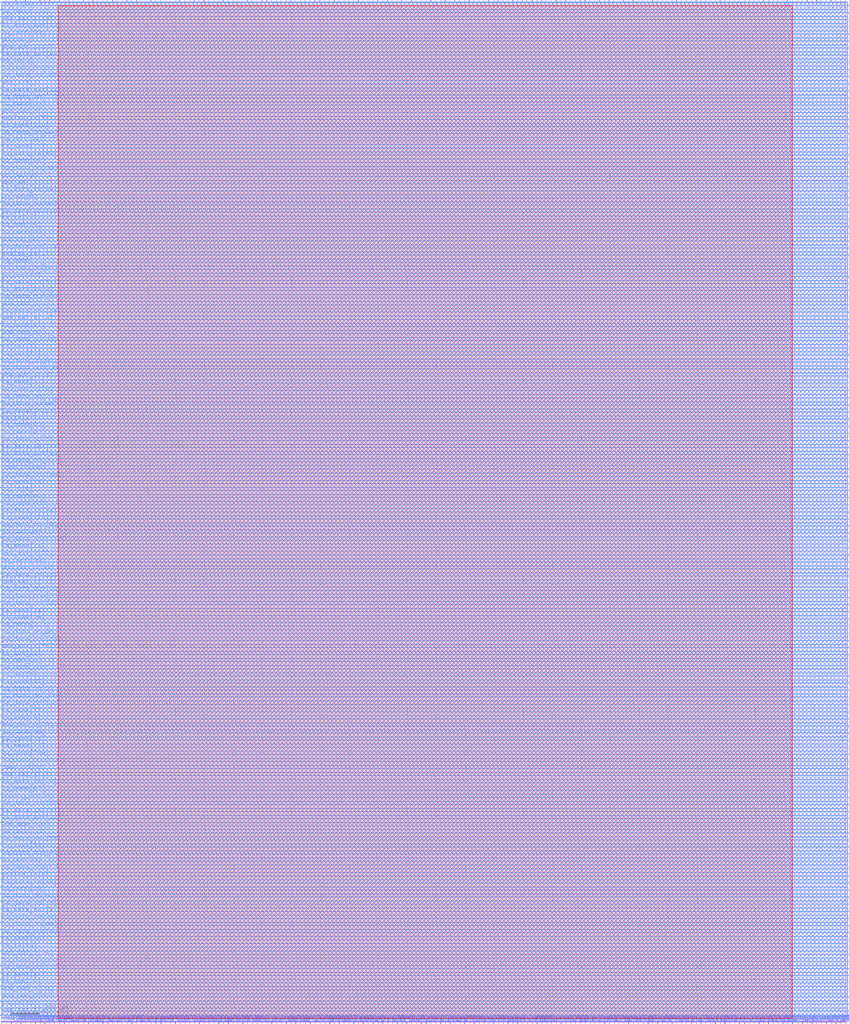
<source format=lef>
VERSION 5.7 ;
  NOWIREEXTENSIONATPIN ON ;
  DIVIDERCHAR "/" ;
  BUSBITCHARS "[]" ;
MACRO user_project_wrapper
  CLASS BLOCK ;
  FOREIGN user_project_wrapper ;
  ORIGIN 0.000 0.000 ;
  SIZE 2920.000 BY 3520.000 ;
  PIN analog_io[0]
    DIRECTION INOUT ;
    USE SIGNAL ;
    PORT
      LAYER met2 ;
        RECT 2029.470 3517.600 2030.030 3524.800 ;
    END
  END analog_io[0]
  PIN analog_io[10]
    DIRECTION INOUT ;
    USE SIGNAL ;
    PORT
      LAYER met3 ;
        RECT 2917.600 3235.180 2924.800 3236.380 ;
    END
  END analog_io[10]
  PIN analog_io[11]
    DIRECTION INOUT ;
    USE SIGNAL ;
    PORT
      LAYER met3 ;
        RECT 2917.600 1120.380 2924.800 1121.580 ;
    END
  END analog_io[11]
  PIN analog_io[12]
    DIRECTION INOUT ;
    USE SIGNAL ;
    PORT
      LAYER met2 ;
        RECT 698.230 -4.800 698.790 2.400 ;
    END
  END analog_io[12]
  PIN analog_io[13]
    DIRECTION INOUT ;
    USE SIGNAL ;
    PORT
      LAYER met2 ;
        RECT 2113.190 -4.800 2113.750 2.400 ;
    END
  END analog_io[13]
  PIN analog_io[14]
    DIRECTION INOUT ;
    USE SIGNAL ;
    PORT
      LAYER met2 ;
        RECT 2229.110 3517.600 2229.670 3524.800 ;
    END
  END analog_io[14]
  PIN analog_io[15]
    DIRECTION INOUT ;
    USE SIGNAL ;
    PORT
      LAYER met3 ;
        RECT 2917.600 381.900 2924.800 383.100 ;
    END
  END analog_io[15]
  PIN analog_io[16]
    DIRECTION INOUT ;
    USE SIGNAL ;
    PORT
      LAYER met2 ;
        RECT 549.190 -4.800 549.750 2.400 ;
    END
  END analog_io[16]
  PIN analog_io[17]
    DIRECTION INOUT ;
    USE SIGNAL ;
    PORT
      LAYER met2 ;
        RECT 332.070 -4.800 332.630 2.400 ;
    END
  END analog_io[17]
  PIN analog_io[18]
    DIRECTION INOUT ;
    USE SIGNAL ;
    PORT
      LAYER met2 ;
        RECT 2728.670 -4.800 2729.230 2.400 ;
    END
  END analog_io[18]
  PIN analog_io[19]
    DIRECTION INOUT ;
    USE SIGNAL ;
    PORT
      LAYER met3 ;
        RECT 2917.600 2842.140 2924.800 2843.340 ;
    END
  END analog_io[19]
  PIN analog_io[1]
    DIRECTION INOUT ;
    USE SIGNAL ;
    PORT
      LAYER met2 ;
        RECT 1795.790 3517.600 1796.350 3524.800 ;
    END
  END analog_io[1]
  PIN analog_io[20]
    DIRECTION INOUT ;
    USE SIGNAL ;
    PORT
      LAYER met3 ;
        RECT -4.800 761.340 2.400 762.540 ;
    END
  END analog_io[20]
  PIN analog_io[21]
    DIRECTION INOUT ;
    USE SIGNAL ;
    PORT
      LAYER met3 ;
        RECT 2917.600 725.980 2924.800 727.180 ;
    END
  END analog_io[21]
  PIN analog_io[22]
    DIRECTION INOUT ;
    USE SIGNAL ;
    PORT
      LAYER met2 ;
        RECT 2046.030 3517.600 2046.590 3524.800 ;
    END
  END analog_io[22]
  PIN analog_io[23]
    DIRECTION INOUT ;
    USE SIGNAL ;
    PORT
      LAYER met2 ;
        RECT 864.750 -4.800 865.310 2.400 ;
    END
  END analog_io[23]
  PIN analog_io[24]
    DIRECTION INOUT ;
    USE SIGNAL ;
    PORT
      LAYER met2 ;
        RECT 2628.390 3517.600 2628.950 3524.800 ;
    END
  END analog_io[24]
  PIN analog_io[25]
    DIRECTION INOUT ;
    USE SIGNAL ;
    PORT
      LAYER met2 ;
        RECT 1064.390 -4.800 1064.950 2.400 ;
    END
  END analog_io[25]
  PIN analog_io[26]
    DIRECTION INOUT ;
    USE SIGNAL ;
    PORT
      LAYER met3 ;
        RECT 2917.600 3137.260 2924.800 3138.460 ;
    END
  END analog_io[26]
  PIN analog_io[27]
    DIRECTION INOUT ;
    USE SIGNAL ;
    PORT
      LAYER met3 ;
        RECT 2917.600 3505.820 2924.800 3507.020 ;
    END
  END analog_io[27]
  PIN analog_io[28]
    DIRECTION INOUT ;
    USE SIGNAL ;
    PORT
      LAYER met2 ;
        RECT 65.270 3517.600 65.830 3524.800 ;
    END
  END analog_io[28]
  PIN analog_io[2]
    DIRECTION INOUT ;
    USE SIGNAL ;
    PORT
      LAYER met2 ;
        RECT 1163.750 3517.600 1164.310 3524.800 ;
    END
  END analog_io[2]
  PIN analog_io[3]
    DIRECTION INOUT ;
    USE SIGNAL ;
    PORT
      LAYER met3 ;
        RECT -4.800 2631.340 2.400 2632.540 ;
    END
  END analog_io[3]
  PIN analog_io[4]
    DIRECTION INOUT ;
    USE SIGNAL ;
    PORT
      LAYER met2 ;
        RECT 1480.230 3517.600 1480.790 3524.800 ;
    END
  END analog_io[4]
  PIN analog_io[5]
    DIRECTION INOUT ;
    USE SIGNAL ;
    PORT
      LAYER met3 ;
        RECT -4.800 3099.180 2.400 3100.380 ;
    END
  END analog_io[5]
  PIN analog_io[6]
    DIRECTION INOUT ;
    USE SIGNAL ;
    PORT
      LAYER met3 ;
        RECT -4.800 2680.300 2.400 2681.500 ;
    END
  END analog_io[6]
  PIN analog_io[7]
    DIRECTION INOUT ;
    USE SIGNAL ;
    PORT
      LAYER met3 ;
        RECT 2917.600 455.340 2924.800 456.540 ;
    END
  END analog_io[7]
  PIN analog_io[8]
    DIRECTION INOUT ;
    USE SIGNAL ;
    PORT
      LAYER met3 ;
        RECT -4.800 490.700 2.400 491.900 ;
    END
  END analog_io[8]
  PIN analog_io[9]
    DIRECTION INOUT ;
    USE SIGNAL ;
    PORT
      LAYER met3 ;
        RECT 2917.600 2817.660 2924.800 2818.860 ;
    END
  END analog_io[9]
  PIN io_in[0]
    DIRECTION INPUT ;
    USE SIGNAL ;
    PORT
      LAYER met3 ;
        RECT 2917.600 2915.580 2924.800 2916.780 ;
    END
  END io_in[0]
  PIN io_in[10]
    DIRECTION INPUT ;
    USE SIGNAL ;
    PORT
      LAYER met3 ;
        RECT -4.800 244.540 2.400 245.740 ;
    END
  END io_in[10]
  PIN io_in[11]
    DIRECTION INPUT ;
    USE SIGNAL ;
    PORT
      LAYER met3 ;
        RECT 2917.600 1193.820 2924.800 1195.020 ;
    END
  END io_in[11]
  PIN io_in[12]
    DIRECTION INPUT ;
    USE SIGNAL ;
    PORT
      LAYER met2 ;
        RECT 2361.590 3517.600 2362.150 3524.800 ;
    END
  END io_in[12]
  PIN io_in[13]
    DIRECTION INPUT ;
    USE SIGNAL ;
    PORT
      LAYER met2 ;
        RECT 964.110 3517.600 964.670 3524.800 ;
    END
  END io_in[13]
  PIN io_in[14]
    DIRECTION INPUT ;
    USE SIGNAL ;
    PORT
      LAYER met2 ;
        RECT 997.230 3517.600 997.790 3524.800 ;
    END
  END io_in[14]
  PIN io_in[15]
    DIRECTION INPUT ;
    USE SIGNAL ;
    PORT
      LAYER met2 ;
        RECT 431.430 3517.600 431.990 3524.800 ;
    END
  END io_in[15]
  PIN io_in[16]
    DIRECTION INPUT ;
    USE SIGNAL ;
    PORT
      LAYER met2 ;
        RECT 98.390 3517.600 98.950 3524.800 ;
    END
  END io_in[16]
  PIN io_in[17]
    DIRECTION INPUT ;
    USE SIGNAL ;
    PORT
      LAYER met2 ;
        RECT 1097.510 3517.600 1098.070 3524.800 ;
    END
  END io_in[17]
  PIN io_in[18]
    DIRECTION INPUT ;
    USE SIGNAL ;
    PORT
      LAYER met3 ;
        RECT -4.800 2755.100 2.400 2756.300 ;
    END
  END io_in[18]
  PIN io_in[19]
    DIRECTION INPUT ;
    USE SIGNAL ;
    PORT
      LAYER met2 ;
        RECT 1114.070 3517.600 1114.630 3524.800 ;
    END
  END io_in[19]
  PIN io_in[1]
    DIRECTION INPUT ;
    USE SIGNAL ;
    PORT
      LAYER met2 ;
        RECT 331.150 3517.600 331.710 3524.800 ;
    END
  END io_in[1]
  PIN io_in[20]
    DIRECTION INPUT ;
    USE SIGNAL ;
    PORT
      LAYER met2 ;
        RECT 1796.710 -4.800 1797.270 2.400 ;
    END
  END io_in[20]
  PIN io_in[21]
    DIRECTION INPUT ;
    USE SIGNAL ;
    PORT
      LAYER met3 ;
        RECT 2917.600 2669.420 2924.800 2670.620 ;
    END
  END io_in[21]
  PIN io_in[22]
    DIRECTION INPUT ;
    USE SIGNAL ;
    PORT
      LAYER met3 ;
        RECT 2917.600 528.780 2924.800 529.980 ;
    END
  END io_in[22]
  PIN io_in[23]
    DIRECTION INPUT ;
    USE SIGNAL ;
    PORT
      LAYER met2 ;
        RECT 965.030 -4.800 965.590 2.400 ;
    END
  END io_in[23]
  PIN io_in[24]
    DIRECTION INPUT ;
    USE SIGNAL ;
    PORT
      LAYER met2 ;
        RECT 1546.470 3517.600 1547.030 3524.800 ;
    END
  END io_in[24]
  PIN io_in[25]
    DIRECTION INPUT ;
    USE SIGNAL ;
    PORT
      LAYER met3 ;
        RECT 2917.600 86.780 2924.800 87.980 ;
    END
  END io_in[25]
  PIN io_in[26]
    DIRECTION INPUT ;
    USE SIGNAL ;
    PORT
      LAYER met3 ;
        RECT -4.800 48.700 2.400 49.900 ;
    END
  END io_in[26]
  PIN io_in[27]
    DIRECTION INPUT ;
    USE SIGNAL ;
    PORT
      LAYER met3 ;
        RECT -4.800 2065.580 2.400 2066.780 ;
    END
  END io_in[27]
  PIN io_in[28]
    DIRECTION INPUT ;
    USE SIGNAL ;
    PORT
      LAYER met2 ;
        RECT 2844.590 3517.600 2845.150 3524.800 ;
    END
  END io_in[28]
  PIN io_in[29]
    DIRECTION INPUT ;
    USE SIGNAL ;
    PORT
      LAYER met3 ;
        RECT 2917.600 406.380 2924.800 407.580 ;
    END
  END io_in[29]
  PIN io_in[2]
    DIRECTION INPUT ;
    USE SIGNAL ;
    PORT
      LAYER met3 ;
        RECT -4.800 3296.380 2.400 3297.580 ;
    END
  END io_in[2]
  PIN io_in[30]
    DIRECTION INPUT ;
    USE SIGNAL ;
    PORT
      LAYER met2 ;
        RECT 2861.150 3517.600 2861.710 3524.800 ;
    END
  END io_in[30]
  PIN io_in[31]
    DIRECTION INPUT ;
    USE SIGNAL ;
    PORT
      LAYER met2 ;
        RECT 631.070 3517.600 631.630 3524.800 ;
    END
  END io_in[31]
  PIN io_in[32]
    DIRECTION INPUT ;
    USE SIGNAL ;
    PORT
      LAYER met3 ;
        RECT 2917.600 701.500 2924.800 702.700 ;
    END
  END io_in[32]
  PIN io_in[33]
    DIRECTION INPUT ;
    USE SIGNAL ;
    PORT
      LAYER met2 ;
        RECT 2662.430 -4.800 2662.990 2.400 ;
    END
  END io_in[33]
  PIN io_in[34]
    DIRECTION INPUT ;
    USE SIGNAL ;
    PORT
      LAYER met2 ;
        RECT 215.230 3517.600 215.790 3524.800 ;
    END
  END io_in[34]
  PIN io_in[35]
    DIRECTION INPUT ;
    USE SIGNAL ;
    PORT
      LAYER met2 ;
        RECT 2062.590 3517.600 2063.150 3524.800 ;
    END
  END io_in[35]
  PIN io_in[36]
    DIRECTION INPUT ;
    USE SIGNAL ;
    PORT
      LAYER met2 ;
        RECT 1229.990 3517.600 1230.550 3524.800 ;
    END
  END io_in[36]
  PIN io_in[37]
    DIRECTION INPUT ;
    USE SIGNAL ;
    PORT
      LAYER met3 ;
        RECT 2917.600 308.460 2924.800 309.660 ;
    END
  END io_in[37]
  PIN io_in[3]
    DIRECTION INPUT ;
    USE SIGNAL ;
    PORT
      LAYER met2 ;
        RECT 2562.150 3517.600 2562.710 3524.800 ;
    END
  END io_in[3]
  PIN io_in[4]
    DIRECTION INPUT ;
    USE SIGNAL ;
    PORT
      LAYER met3 ;
        RECT -4.800 3492.220 2.400 3493.420 ;
    END
  END io_in[4]
  PIN io_in[5]
    DIRECTION INPUT ;
    USE SIGNAL ;
    PORT
      LAYER met2 ;
        RECT 1780.150 -4.800 1780.710 2.400 ;
    END
  END io_in[5]
  PIN io_in[6]
    DIRECTION INPUT ;
    USE SIGNAL ;
    PORT
      LAYER met3 ;
        RECT -4.800 1819.420 2.400 1820.620 ;
    END
  END io_in[6]
  PIN io_in[7]
    DIRECTION INPUT ;
    USE SIGNAL ;
    PORT
      LAYER met3 ;
        RECT 2917.600 3481.340 2924.800 3482.540 ;
    END
  END io_in[7]
  PIN io_in[8]
    DIRECTION INPUT ;
    USE SIGNAL ;
    PORT
      LAYER met2 ;
        RECT 2129.750 -4.800 2130.310 2.400 ;
    END
  END io_in[8]
  PIN io_in[9]
    DIRECTION INPUT ;
    USE SIGNAL ;
    PORT
      LAYER met2 ;
        RECT 2046.950 -4.800 2047.510 2.400 ;
    END
  END io_in[9]
  PIN io_oeb[0]
    DIRECTION OUTPUT TRISTATE ;
    USE SIGNAL ;
    PORT
      LAYER met2 ;
        RECT 2778.350 3517.600 2778.910 3524.800 ;
    END
  END io_oeb[0]
  PIN io_oeb[10]
    DIRECTION OUTPUT TRISTATE ;
    USE SIGNAL ;
    PORT
      LAYER met2 ;
        RECT 648.550 -4.800 649.110 2.400 ;
    END
  END io_oeb[10]
  PIN io_oeb[11]
    DIRECTION OUTPUT TRISTATE ;
    USE SIGNAL ;
    PORT
      LAYER met2 ;
        RECT 498.590 -4.800 499.150 2.400 ;
    END
  END io_oeb[11]
  PIN io_oeb[12]
    DIRECTION OUTPUT TRISTATE ;
    USE SIGNAL ;
    PORT
      LAYER met2 ;
        RECT 2645.870 -4.800 2646.430 2.400 ;
    END
  END io_oeb[12]
  PIN io_oeb[13]
    DIRECTION OUTPUT TRISTATE ;
    USE SIGNAL ;
    PORT
      LAYER met3 ;
        RECT 2917.600 1464.460 2924.800 1465.660 ;
    END
  END io_oeb[13]
  PIN io_oeb[14]
    DIRECTION OUTPUT TRISTATE ;
    USE SIGNAL ;
    PORT
      LAYER met3 ;
        RECT 2917.600 2744.220 2924.800 2745.420 ;
    END
  END io_oeb[14]
  PIN io_oeb[15]
    DIRECTION OUTPUT TRISTATE ;
    USE SIGNAL ;
    PORT
      LAYER met3 ;
        RECT -4.800 2730.620 2.400 2731.820 ;
    END
  END io_oeb[15]
  PIN io_oeb[16]
    DIRECTION OUTPUT TRISTATE ;
    USE SIGNAL ;
    PORT
      LAYER met2 ;
        RECT 2213.470 -4.800 2214.030 2.400 ;
    END
  END io_oeb[16]
  PIN io_oeb[17]
    DIRECTION OUTPUT TRISTATE ;
    USE SIGNAL ;
    PORT
      LAYER met2 ;
        RECT 2828.950 -4.800 2829.510 2.400 ;
    END
  END io_oeb[17]
  PIN io_oeb[18]
    DIRECTION OUTPUT TRISTATE ;
    USE SIGNAL ;
    PORT
      LAYER met2 ;
        RECT 481.110 3517.600 481.670 3524.800 ;
    END
  END io_oeb[18]
  PIN io_oeb[19]
    DIRECTION OUTPUT TRISTATE ;
    USE SIGNAL ;
    PORT
      LAYER met2 ;
        RECT 2727.750 3517.600 2728.310 3524.800 ;
    END
  END io_oeb[19]
  PIN io_oeb[1]
    DIRECTION OUTPUT TRISTATE ;
    USE SIGNAL ;
    PORT
      LAYER met2 ;
        RECT 15.590 3517.600 16.150 3524.800 ;
    END
  END io_oeb[1]
  PIN io_oeb[20]
    DIRECTION OUTPUT TRISTATE ;
    USE SIGNAL ;
    PORT
      LAYER met3 ;
        RECT -4.800 122.140 2.400 123.340 ;
    END
  END io_oeb[20]
  PIN io_oeb[21]
    DIRECTION OUTPUT TRISTATE ;
    USE SIGNAL ;
    PORT
      LAYER met2 ;
        RECT 1514.270 -4.800 1514.830 2.400 ;
    END
  END io_oeb[21]
  PIN io_oeb[22]
    DIRECTION OUTPUT TRISTATE ;
    USE SIGNAL ;
    PORT
      LAYER met2 ;
        RECT 82.750 -4.800 83.310 2.400 ;
    END
  END io_oeb[22]
  PIN io_oeb[23]
    DIRECTION OUTPUT TRISTATE ;
    USE SIGNAL ;
    PORT
      LAYER met2 ;
        RECT 2030.390 -4.800 2030.950 2.400 ;
    END
  END io_oeb[23]
  PIN io_oeb[24]
    DIRECTION OUTPUT TRISTATE ;
    USE SIGNAL ;
    PORT
      LAYER met3 ;
        RECT -4.800 1672.540 2.400 1673.740 ;
    END
  END io_oeb[24]
  PIN io_oeb[25]
    DIRECTION OUTPUT TRISTATE ;
    USE SIGNAL ;
    PORT
      LAYER met3 ;
        RECT 2917.600 2571.500 2924.800 2572.700 ;
    END
  END io_oeb[25]
  PIN io_oeb[26]
    DIRECTION OUTPUT TRISTATE ;
    USE SIGNAL ;
    PORT
      LAYER met3 ;
        RECT -4.800 1229.180 2.400 1230.380 ;
    END
  END io_oeb[26]
  PIN io_oeb[27]
    DIRECTION OUTPUT TRISTATE ;
    USE SIGNAL ;
    PORT
      LAYER met3 ;
        RECT 2917.600 1316.220 2924.800 1317.420 ;
    END
  END io_oeb[27]
  PIN io_oeb[28]
    DIRECTION OUTPUT TRISTATE ;
    USE SIGNAL ;
    PORT
      LAYER met2 ;
        RECT 680.750 3517.600 681.310 3524.800 ;
    END
  END io_oeb[28]
  PIN io_oeb[29]
    DIRECTION OUTPUT TRISTATE ;
    USE SIGNAL ;
    PORT
      LAYER met3 ;
        RECT -4.800 1031.980 2.400 1033.180 ;
    END
  END io_oeb[29]
  PIN io_oeb[2]
    DIRECTION OUTPUT TRISTATE ;
    USE SIGNAL ;
    PORT
      LAYER met3 ;
        RECT -4.800 2901.980 2.400 2903.180 ;
    END
  END io_oeb[2]
  PIN io_oeb[30]
    DIRECTION OUTPUT TRISTATE ;
    USE SIGNAL ;
    PORT
      LAYER met2 ;
        RECT 164.630 3517.600 165.190 3524.800 ;
    END
  END io_oeb[30]
  PIN io_oeb[31]
    DIRECTION OUTPUT TRISTATE ;
    USE SIGNAL ;
    PORT
      LAYER met3 ;
        RECT 2917.600 3112.780 2924.800 3113.980 ;
    END
  END io_oeb[31]
  PIN io_oeb[32]
    DIRECTION OUTPUT TRISTATE ;
    USE SIGNAL ;
    PORT
      LAYER met2 ;
        RECT 2661.510 3517.600 2662.070 3524.800 ;
    END
  END io_oeb[32]
  PIN io_oeb[33]
    DIRECTION OUTPUT TRISTATE ;
    USE SIGNAL ;
    PORT
      LAYER met3 ;
        RECT 2917.600 184.700 2924.800 185.900 ;
    END
  END io_oeb[33]
  PIN io_oeb[34]
    DIRECTION OUTPUT TRISTATE ;
    USE SIGNAL ;
    PORT
      LAYER met2 ;
        RECT 1629.270 3517.600 1629.830 3524.800 ;
    END
  END io_oeb[34]
  PIN io_oeb[35]
    DIRECTION OUTPUT TRISTATE ;
    USE SIGNAL ;
    PORT
      LAYER met2 ;
        RECT 781.030 3517.600 781.590 3524.800 ;
    END
  END io_oeb[35]
  PIN io_oeb[36]
    DIRECTION OUTPUT TRISTATE ;
    USE SIGNAL ;
    PORT
      LAYER met2 ;
        RECT 1298.070 -4.800 1298.630 2.400 ;
    END
  END io_oeb[36]
  PIN io_oeb[37]
    DIRECTION OUTPUT TRISTATE ;
    USE SIGNAL ;
    PORT
      LAYER met3 ;
        RECT -4.800 3518.060 2.400 3519.260 ;
    END
  END io_oeb[37]
  PIN io_oeb[3]
    DIRECTION OUTPUT TRISTATE ;
    USE SIGNAL ;
    PORT
      LAYER met2 ;
        RECT 398.310 3517.600 398.870 3524.800 ;
    END
  END io_oeb[3]
  PIN io_oeb[4]
    DIRECTION OUTPUT TRISTATE ;
    USE SIGNAL ;
    PORT
      LAYER met3 ;
        RECT 2917.600 2866.620 2924.800 2867.820 ;
    END
  END io_oeb[4]
  PIN io_oeb[5]
    DIRECTION OUTPUT TRISTATE ;
    USE SIGNAL ;
    PORT
      LAYER met2 ;
        RECT 2178.510 3517.600 2179.070 3524.800 ;
    END
  END io_oeb[5]
  PIN io_oeb[6]
    DIRECTION OUTPUT TRISTATE ;
    USE SIGNAL ;
    PORT
      LAYER met3 ;
        RECT -4.800 2828.540 2.400 2829.740 ;
    END
  END io_oeb[6]
  PIN io_oeb[7]
    DIRECTION OUTPUT TRISTATE ;
    USE SIGNAL ;
    PORT
      LAYER met2 ;
        RECT 1197.790 -4.800 1198.350 2.400 ;
    END
  END io_oeb[7]
  PIN io_oeb[8]
    DIRECTION OUTPUT TRISTATE ;
    USE SIGNAL ;
    PORT
      LAYER met2 ;
        RECT 232.710 -4.800 233.270 2.400 ;
    END
  END io_oeb[8]
  PIN io_oeb[9]
    DIRECTION OUTPUT TRISTATE ;
    USE SIGNAL ;
    PORT
      LAYER met2 ;
        RECT 2579.630 -4.800 2580.190 2.400 ;
    END
  END io_oeb[9]
  PIN io_out[0]
    DIRECTION OUTPUT TRISTATE ;
    USE SIGNAL ;
    PORT
      LAYER met2 ;
        RECT 1463.670 3517.600 1464.230 3524.800 ;
    END
  END io_out[0]
  PIN io_out[10]
    DIRECTION OUTPUT TRISTATE ;
    USE SIGNAL ;
    PORT
      LAYER met2 ;
        RECT 2379.990 -4.800 2380.550 2.400 ;
    END
  END io_out[10]
  PIN io_out[11]
    DIRECTION OUTPUT TRISTATE ;
    USE SIGNAL ;
    PORT
      LAYER met3 ;
        RECT -4.800 541.020 2.400 542.220 ;
    END
  END io_out[11]
  PIN io_out[12]
    DIRECTION OUTPUT TRISTATE ;
    USE SIGNAL ;
    PORT
      LAYER met3 ;
        RECT -4.800 2557.900 2.400 2559.100 ;
    END
  END io_out[12]
  PIN io_out[13]
    DIRECTION OUTPUT TRISTATE ;
    USE SIGNAL ;
    PORT
      LAYER met2 ;
        RECT 248.350 3517.600 248.910 3524.800 ;
    END
  END io_out[13]
  PIN io_out[14]
    DIRECTION OUTPUT TRISTATE ;
    USE SIGNAL ;
    PORT
      LAYER met3 ;
        RECT 2917.600 2398.780 2924.800 2399.980 ;
    END
  END io_out[14]
  PIN io_out[15]
    DIRECTION OUTPUT TRISTATE ;
    USE SIGNAL ;
    PORT
      LAYER met2 ;
        RECT 2379.070 3517.600 2379.630 3524.800 ;
    END
  END io_out[15]
  PIN io_out[16]
    DIRECTION OUTPUT TRISTATE ;
    USE SIGNAL ;
    PORT
      LAYER met2 ;
        RECT 249.270 -4.800 249.830 2.400 ;
    END
  END io_out[16]
  PIN io_out[17]
    DIRECTION OUTPUT TRISTATE ;
    USE SIGNAL ;
    PORT
      LAYER met3 ;
        RECT -4.800 2287.260 2.400 2288.460 ;
    END
  END io_out[17]
  PIN io_out[18]
    DIRECTION OUTPUT TRISTATE ;
    USE SIGNAL ;
    PORT
      LAYER met3 ;
        RECT -4.800 1253.660 2.400 1254.860 ;
    END
  END io_out[18]
  PIN io_out[19]
    DIRECTION OUTPUT TRISTATE ;
    USE SIGNAL ;
    PORT
      LAYER met3 ;
        RECT 2917.600 1686.140 2924.800 1687.340 ;
    END
  END io_out[19]
  PIN io_out[1]
    DIRECTION OUTPUT TRISTATE ;
    USE SIGNAL ;
    PORT
      LAYER met3 ;
        RECT -4.800 2311.740 2.400 2312.940 ;
    END
  END io_out[1]
  PIN io_out[20]
    DIRECTION OUTPUT TRISTATE ;
    USE SIGNAL ;
    PORT
      LAYER met2 ;
        RECT 399.230 -4.800 399.790 2.400 ;
    END
  END io_out[20]
  PIN io_out[21]
    DIRECTION OUTPUT TRISTATE ;
    USE SIGNAL ;
    PORT
      LAYER met2 ;
        RECT 497.670 3517.600 498.230 3524.800 ;
    END
  END io_out[21]
  PIN io_out[22]
    DIRECTION OUTPUT TRISTATE ;
    USE SIGNAL ;
    PORT
      LAYER met2 ;
        RECT 132.430 -4.800 132.990 2.400 ;
    END
  END io_out[22]
  PIN io_out[23]
    DIRECTION OUTPUT TRISTATE ;
    USE SIGNAL ;
    PORT
      LAYER met2 ;
        RECT 1131.550 -4.800 1132.110 2.400 ;
    END
  END io_out[23]
  PIN io_out[24]
    DIRECTION OUTPUT TRISTATE ;
    USE SIGNAL ;
    PORT
      LAYER met3 ;
        RECT 2917.600 2374.300 2924.800 2375.500 ;
    END
  END io_out[24]
  PIN io_out[25]
    DIRECTION OUTPUT TRISTATE ;
    USE SIGNAL ;
    PORT
      LAYER met2 ;
        RECT 1213.430 3517.600 1213.990 3524.800 ;
    END
  END io_out[25]
  PIN io_out[26]
    DIRECTION OUTPUT TRISTATE ;
    USE SIGNAL ;
    PORT
      LAYER met2 ;
        RECT 1596.150 3517.600 1596.710 3524.800 ;
    END
  END io_out[26]
  PIN io_out[27]
    DIRECTION OUTPUT TRISTATE ;
    USE SIGNAL ;
    PORT
      LAYER met2 ;
        RECT 1946.670 -4.800 1947.230 2.400 ;
    END
  END io_out[27]
  PIN io_out[28]
    DIRECTION OUTPUT TRISTATE ;
    USE SIGNAL ;
    PORT
      LAYER met2 ;
        RECT 1046.910 3517.600 1047.470 3524.800 ;
    END
  END io_out[28]
  PIN io_out[29]
    DIRECTION OUTPUT TRISTATE ;
    USE SIGNAL ;
    PORT
      LAYER met3 ;
        RECT 2917.600 357.420 2924.800 358.620 ;
    END
  END io_out[29]
  PIN io_out[2]
    DIRECTION OUTPUT TRISTATE ;
    USE SIGNAL ;
    PORT
      LAYER met3 ;
        RECT 2917.600 2300.860 2924.800 2302.060 ;
    END
  END io_out[2]
  PIN io_out[30]
    DIRECTION OUTPUT TRISTATE ;
    USE SIGNAL ;
    PORT
      LAYER met2 ;
        RECT 348.630 -4.800 349.190 2.400 ;
    END
  END io_out[30]
  PIN io_out[31]
    DIRECTION OUTPUT TRISTATE ;
    USE SIGNAL ;
    PORT
      LAYER met2 ;
        RECT 1047.830 -4.800 1048.390 2.400 ;
    END
  END io_out[31]
  PIN io_out[32]
    DIRECTION OUTPUT TRISTATE ;
    USE SIGNAL ;
    PORT
      LAYER met3 ;
        RECT 2917.600 2227.420 2924.800 2228.620 ;
    END
  END io_out[32]
  PIN io_out[33]
    DIRECTION OUTPUT TRISTATE ;
    USE SIGNAL ;
    PORT
      LAYER met3 ;
        RECT 2917.600 1415.500 2924.800 1416.700 ;
    END
  END io_out[33]
  PIN io_out[34]
    DIRECTION OUTPUT TRISTATE ;
    USE SIGNAL ;
    PORT
      LAYER met2 ;
        RECT 1880.430 -4.800 1880.990 2.400 ;
    END
  END io_out[34]
  PIN io_out[35]
    DIRECTION OUTPUT TRISTATE ;
    USE SIGNAL ;
    PORT
      LAYER met2 ;
        RECT 415.790 -4.800 416.350 2.400 ;
    END
  END io_out[35]
  PIN io_out[36]
    DIRECTION OUTPUT TRISTATE ;
    USE SIGNAL ;
    PORT
      LAYER met2 ;
        RECT 2412.190 3517.600 2412.750 3524.800 ;
    END
  END io_out[36]
  PIN io_out[37]
    DIRECTION OUTPUT TRISTATE ;
    USE SIGNAL ;
    PORT
      LAYER met2 ;
        RECT 681.670 -4.800 682.230 2.400 ;
    END
  END io_out[37]
  PIN io_out[3]
    DIRECTION OUTPUT TRISTATE ;
    USE SIGNAL ;
    PORT
      LAYER met2 ;
        RECT 665.110 -4.800 665.670 2.400 ;
    END
  END io_out[3]
  PIN io_out[4]
    DIRECTION OUTPUT TRISTATE ;
    USE SIGNAL ;
    PORT
      LAYER met2 ;
        RECT 165.550 -4.800 166.110 2.400 ;
    END
  END io_out[4]
  PIN io_out[5]
    DIRECTION OUTPUT TRISTATE ;
    USE SIGNAL ;
    PORT
      LAYER met2 ;
        RECT 2128.830 3517.600 2129.390 3524.800 ;
    END
  END io_out[5]
  PIN io_out[6]
    DIRECTION OUTPUT TRISTATE ;
    USE SIGNAL ;
    PORT
      LAYER met3 ;
        RECT -4.800 1180.220 2.400 1181.420 ;
    END
  END io_out[6]
  PIN io_out[7]
    DIRECTION OUTPUT TRISTATE ;
    USE SIGNAL ;
    PORT
      LAYER met3 ;
        RECT 2917.600 2103.660 2924.800 2104.860 ;
    END
  END io_out[7]
  PIN io_out[8]
    DIRECTION OUTPUT TRISTATE ;
    USE SIGNAL ;
    PORT
      LAYER met2 ;
        RECT 1347.750 -4.800 1348.310 2.400 ;
    END
  END io_out[8]
  PIN io_out[9]
    DIRECTION OUTPUT TRISTATE ;
    USE SIGNAL ;
    PORT
      LAYER met3 ;
        RECT 2917.600 898.700 2924.800 899.900 ;
    END
  END io_out[9]
  PIN la_data_in[0]
    DIRECTION INPUT ;
    USE SIGNAL ;
    PORT
      LAYER met3 ;
        RECT -4.800 2508.940 2.400 2510.140 ;
    END
  END la_data_in[0]
  PIN la_data_in[100]
    DIRECTION INPUT ;
    USE SIGNAL ;
    PORT
      LAYER met2 ;
        RECT 1063.470 3517.600 1064.030 3524.800 ;
    END
  END la_data_in[100]
  PIN la_data_in[101]
    DIRECTION INPUT ;
    USE SIGNAL ;
    PORT
      LAYER met2 ;
        RECT 1396.510 3517.600 1397.070 3524.800 ;
    END
  END la_data_in[101]
  PIN la_data_in[102]
    DIRECTION INPUT ;
    USE SIGNAL ;
    PORT
      LAYER met2 ;
        RECT 1030.350 3517.600 1030.910 3524.800 ;
    END
  END la_data_in[102]
  PIN la_data_in[103]
    DIRECTION INPUT ;
    USE SIGNAL ;
    PORT
      LAYER met3 ;
        RECT 2917.600 3285.500 2924.800 3286.700 ;
    END
  END la_data_in[103]
  PIN la_data_in[104]
    DIRECTION INPUT ;
    USE SIGNAL ;
    PORT
      LAYER met3 ;
        RECT 2917.600 1242.780 2924.800 1243.980 ;
    END
  END la_data_in[104]
  PIN la_data_in[105]
    DIRECTION INPUT ;
    USE SIGNAL ;
    PORT
      LAYER met3 ;
        RECT -4.800 1106.780 2.400 1107.980 ;
    END
  END la_data_in[105]
  PIN la_data_in[106]
    DIRECTION INPUT ;
    USE SIGNAL ;
    PORT
      LAYER met2 ;
        RECT 264.910 3517.600 265.470 3524.800 ;
    END
  END la_data_in[106]
  PIN la_data_in[107]
    DIRECTION INPUT ;
    USE SIGNAL ;
    PORT
      LAYER met3 ;
        RECT -4.800 1918.700 2.400 1919.900 ;
    END
  END la_data_in[107]
  PIN la_data_in[108]
    DIRECTION INPUT ;
    USE SIGNAL ;
    PORT
      LAYER met3 ;
        RECT -4.800 3247.420 2.400 3248.620 ;
    END
  END la_data_in[108]
  PIN la_data_in[109]
    DIRECTION INPUT ;
    USE SIGNAL ;
    PORT
      LAYER met2 ;
        RECT 980.670 3517.600 981.230 3524.800 ;
    END
  END la_data_in[109]
  PIN la_data_in[10]
    DIRECTION INPUT ;
    USE SIGNAL ;
    PORT
      LAYER met2 ;
        RECT 365.190 3517.600 365.750 3524.800 ;
    END
  END la_data_in[10]
  PIN la_data_in[110]
    DIRECTION INPUT ;
    USE SIGNAL ;
    PORT
      LAYER met2 ;
        RECT 1214.350 -4.800 1214.910 2.400 ;
    END
  END la_data_in[110]
  PIN la_data_in[111]
    DIRECTION INPUT ;
    USE SIGNAL ;
    PORT
      LAYER met2 ;
        RECT 1779.230 3517.600 1779.790 3524.800 ;
    END
  END la_data_in[111]
  PIN la_data_in[112]
    DIRECTION INPUT ;
    USE SIGNAL ;
    PORT
      LAYER met3 ;
        RECT -4.800 195.580 2.400 196.780 ;
    END
  END la_data_in[112]
  PIN la_data_in[113]
    DIRECTION INPUT ;
    USE SIGNAL ;
    PORT
      LAYER met2 ;
        RECT 465.470 -4.800 466.030 2.400 ;
    END
  END la_data_in[113]
  PIN la_data_in[114]
    DIRECTION INPUT ;
    USE SIGNAL ;
    PORT
      LAYER met3 ;
        RECT -4.800 2655.820 2.400 2657.020 ;
    END
  END la_data_in[114]
  PIN la_data_in[115]
    DIRECTION INPUT ;
    USE SIGNAL ;
    PORT
      LAYER met2 ;
        RECT 1713.910 -4.800 1714.470 2.400 ;
    END
  END la_data_in[115]
  PIN la_data_in[116]
    DIRECTION INPUT ;
    USE SIGNAL ;
    PORT
      LAYER met3 ;
        RECT 2917.600 3334.460 2924.800 3335.660 ;
    END
  END la_data_in[116]
  PIN la_data_in[117]
    DIRECTION INPUT ;
    USE SIGNAL ;
    PORT
      LAYER met3 ;
        RECT 2917.600 1340.700 2924.800 1341.900 ;
    END
  END la_data_in[117]
  PIN la_data_in[118]
    DIRECTION INPUT ;
    USE SIGNAL ;
    PORT
      LAYER met2 ;
        RECT 1547.390 -4.800 1547.950 2.400 ;
    END
  END la_data_in[118]
  PIN la_data_in[119]
    DIRECTION INPUT ;
    USE SIGNAL ;
    PORT
      LAYER met3 ;
        RECT 2917.600 2202.940 2924.800 2204.140 ;
    END
  END la_data_in[119]
  PIN la_data_in[11]
    DIRECTION INPUT ;
    USE SIGNAL ;
    PORT
      LAYER met3 ;
        RECT -4.800 2139.020 2.400 2140.220 ;
    END
  END la_data_in[11]
  PIN la_data_in[120]
    DIRECTION INPUT ;
    USE SIGNAL ;
    PORT
      LAYER met2 ;
        RECT 1346.830 3517.600 1347.390 3524.800 ;
    END
  END la_data_in[120]
  PIN la_data_in[121]
    DIRECTION INPUT ;
    USE SIGNAL ;
    PORT
      LAYER met3 ;
        RECT 2917.600 2522.540 2924.800 2523.740 ;
    END
  END la_data_in[121]
  PIN la_data_in[122]
    DIRECTION INPUT ;
    USE SIGNAL ;
    PORT
      LAYER met2 ;
        RECT 1263.110 3517.600 1263.670 3524.800 ;
    END
  END la_data_in[122]
  PIN la_data_in[123]
    DIRECTION INPUT ;
    USE SIGNAL ;
    PORT
      LAYER met3 ;
        RECT 2917.600 2128.140 2924.800 2129.340 ;
    END
  END la_data_in[123]
  PIN la_data_in[124]
    DIRECTION INPUT ;
    USE SIGNAL ;
    PORT
      LAYER met3 ;
        RECT 2917.600 1218.300 2924.800 1219.500 ;
    END
  END la_data_in[124]
  PIN la_data_in[125]
    DIRECTION INPUT ;
    USE SIGNAL ;
    PORT
      LAYER met2 ;
        RECT 1913.550 -4.800 1914.110 2.400 ;
    END
  END la_data_in[125]
  PIN la_data_in[126]
    DIRECTION INPUT ;
    USE SIGNAL ;
    PORT
      LAYER met2 ;
        RECT 2262.230 3517.600 2262.790 3524.800 ;
    END
  END la_data_in[126]
  PIN la_data_in[127]
    DIRECTION INPUT ;
    USE SIGNAL ;
    PORT
      LAYER met3 ;
        RECT 2917.600 62.300 2924.800 63.500 ;
    END
  END la_data_in[127]
  PIN la_data_in[12]
    DIRECTION INPUT ;
    USE SIGNAL ;
    PORT
      LAYER met3 ;
        RECT -4.800 1524.300 2.400 1525.500 ;
    END
  END la_data_in[12]
  PIN la_data_in[13]
    DIRECTION INPUT ;
    USE SIGNAL ;
    PORT
      LAYER met3 ;
        RECT 2917.600 2251.900 2924.800 2253.100 ;
    END
  END la_data_in[13]
  PIN la_data_in[14]
    DIRECTION INPUT ;
    USE SIGNAL ;
    PORT
      LAYER met2 ;
        RECT 2544.670 3517.600 2545.230 3524.800 ;
    END
  END la_data_in[14]
  PIN la_data_in[15]
    DIRECTION INPUT ;
    USE SIGNAL ;
    PORT
      LAYER met2 ;
        RECT 1196.870 3517.600 1197.430 3524.800 ;
    END
  END la_data_in[15]
  PIN la_data_in[16]
    DIRECTION INPUT ;
    USE SIGNAL ;
    PORT
      LAYER met3 ;
        RECT 2917.600 2644.940 2924.800 2646.140 ;
    END
  END la_data_in[16]
  PIN la_data_in[17]
    DIRECTION INPUT ;
    USE SIGNAL ;
    PORT
      LAYER met2 ;
        RECT 2712.110 -4.800 2712.670 2.400 ;
    END
  END la_data_in[17]
  PIN la_data_in[18]
    DIRECTION INPUT ;
    USE SIGNAL ;
    PORT
      LAYER met2 ;
        RECT 2678.990 -4.800 2679.550 2.400 ;
    END
  END la_data_in[18]
  PIN la_data_in[19]
    DIRECTION INPUT ;
    USE SIGNAL ;
    PORT
      LAYER met2 ;
        RECT 1762.670 3517.600 1763.230 3524.800 ;
    END
  END la_data_in[19]
  PIN la_data_in[1]
    DIRECTION INPUT ;
    USE SIGNAL ;
    PORT
      LAYER met3 ;
        RECT -4.800 3271.900 2.400 3273.100 ;
    END
  END la_data_in[1]
  PIN la_data_in[20]
    DIRECTION INPUT ;
    USE SIGNAL ;
    PORT
      LAYER met3 ;
        RECT -4.800 811.660 2.400 812.860 ;
    END
  END la_data_in[20]
  PIN la_data_in[21]
    DIRECTION INPUT ;
    USE SIGNAL ;
    PORT
      LAYER met3 ;
        RECT 2917.600 111.260 2924.800 112.460 ;
    END
  END la_data_in[21]
  PIN la_data_in[22]
    DIRECTION INPUT ;
    USE SIGNAL ;
    PORT
      LAYER met3 ;
        RECT -4.800 2336.220 2.400 2337.420 ;
    END
  END la_data_in[22]
  PIN la_data_in[23]
    DIRECTION INPUT ;
    USE SIGNAL ;
    PORT
      LAYER met2 ;
        RECT 381.750 3517.600 382.310 3524.800 ;
    END
  END la_data_in[23]
  PIN la_data_in[24]
    DIRECTION INPUT ;
    USE SIGNAL ;
    PORT
      LAYER met3 ;
        RECT -4.800 1426.380 2.400 1427.580 ;
    END
  END la_data_in[24]
  PIN la_data_in[25]
    DIRECTION INPUT ;
    USE SIGNAL ;
    PORT
      LAYER met3 ;
        RECT -4.800 343.820 2.400 345.020 ;
    END
  END la_data_in[25]
  PIN la_data_in[26]
    DIRECTION INPUT ;
    USE SIGNAL ;
    PORT
      LAYER met2 ;
        RECT 1297.150 3517.600 1297.710 3524.800 ;
    END
  END la_data_in[26]
  PIN la_data_in[27]
    DIRECTION INPUT ;
    USE SIGNAL ;
    PORT
      LAYER met2 ;
        RECT 1164.670 -4.800 1165.230 2.400 ;
    END
  END la_data_in[27]
  PIN la_data_in[28]
    DIRECTION INPUT ;
    USE SIGNAL ;
    PORT
      LAYER met3 ;
        RECT 2917.600 1562.380 2924.800 1563.580 ;
    END
  END la_data_in[28]
  PIN la_data_in[29]
    DIRECTION INPUT ;
    USE SIGNAL ;
    PORT
      LAYER met2 ;
        RECT 814.150 3517.600 814.710 3524.800 ;
    END
  END la_data_in[29]
  PIN la_data_in[2]
    DIRECTION INPUT ;
    USE SIGNAL ;
    PORT
      LAYER met3 ;
        RECT -4.800 1131.260 2.400 1132.460 ;
    END
  END la_data_in[2]
  PIN la_data_in[30]
    DIRECTION INPUT ;
    USE SIGNAL ;
    PORT
      LAYER met3 ;
        RECT -4.800 712.380 2.400 713.580 ;
    END
  END la_data_in[30]
  PIN la_data_in[31]
    DIRECTION INPUT ;
    USE SIGNAL ;
    PORT
      LAYER met2 ;
        RECT 998.150 -4.800 998.710 2.400 ;
    END
  END la_data_in[31]
  PIN la_data_in[32]
    DIRECTION INPUT ;
    USE SIGNAL ;
    PORT
      LAYER met2 ;
        RECT 1612.710 3517.600 1613.270 3524.800 ;
    END
  END la_data_in[32]
  PIN la_data_in[33]
    DIRECTION INPUT ;
    USE SIGNAL ;
    PORT
      LAYER met3 ;
        RECT -4.800 3172.620 2.400 3173.820 ;
    END
  END la_data_in[33]
  PIN la_data_in[34]
    DIRECTION INPUT ;
    USE SIGNAL ;
    PORT
      LAYER met3 ;
        RECT -4.800 2926.460 2.400 2927.660 ;
    END
  END la_data_in[34]
  PIN la_data_in[35]
    DIRECTION INPUT ;
    USE SIGNAL ;
    PORT
      LAYER met3 ;
        RECT 2917.600 799.420 2924.800 800.620 ;
    END
  END la_data_in[35]
  PIN la_data_in[36]
    DIRECTION INPUT ;
    USE SIGNAL ;
    PORT
      LAYER met2 ;
        RECT 2162.870 -4.800 2163.430 2.400 ;
    END
  END la_data_in[36]
  PIN la_data_in[37]
    DIRECTION INPUT ;
    USE SIGNAL ;
    PORT
      LAYER met2 ;
        RECT 1230.910 -4.800 1231.470 2.400 ;
    END
  END la_data_in[37]
  PIN la_data_in[38]
    DIRECTION INPUT ;
    USE SIGNAL ;
    PORT
      LAYER met2 ;
        RECT 464.550 3517.600 465.110 3524.800 ;
    END
  END la_data_in[38]
  PIN la_data_in[39]
    DIRECTION INPUT ;
    USE SIGNAL ;
    PORT
      LAYER met2 ;
        RECT 182.110 3517.600 182.670 3524.800 ;
    END
  END la_data_in[39]
  PIN la_data_in[3]
    DIRECTION INPUT ;
    USE SIGNAL ;
    PORT
      LAYER met3 ;
        RECT 2917.600 1637.180 2924.800 1638.380 ;
    END
  END la_data_in[3]
  PIN la_data_in[40]
    DIRECTION INPUT ;
    USE SIGNAL ;
    PORT
      LAYER met2 ;
        RECT 1313.710 3517.600 1314.270 3524.800 ;
    END
  END la_data_in[40]
  PIN la_data_in[41]
    DIRECTION INPUT ;
    USE SIGNAL ;
    PORT
      LAYER met2 ;
        RECT 880.390 3517.600 880.950 3524.800 ;
    END
  END la_data_in[41]
  PIN la_data_in[42]
    DIRECTION INPUT ;
    USE SIGNAL ;
    PORT
      LAYER met2 ;
        RECT 49.630 -4.800 50.190 2.400 ;
    END
  END la_data_in[42]
  PIN la_data_in[43]
    DIRECTION INPUT ;
    USE SIGNAL ;
    PORT
      LAYER met3 ;
        RECT 2917.600 947.660 2924.800 948.860 ;
    END
  END la_data_in[43]
  PIN la_data_in[44]
    DIRECTION INPUT ;
    USE SIGNAL ;
    PORT
      LAYER met3 ;
        RECT -4.800 319.340 2.400 320.540 ;
    END
  END la_data_in[44]
  PIN la_data_in[45]
    DIRECTION INPUT ;
    USE SIGNAL ;
    PORT
      LAYER met3 ;
        RECT 2917.600 1808.540 2924.800 1809.740 ;
    END
  END la_data_in[45]
  PIN la_data_in[46]
    DIRECTION INPUT ;
    USE SIGNAL ;
    PORT
      LAYER met3 ;
        RECT -4.800 1327.100 2.400 1328.300 ;
    END
  END la_data_in[46]
  PIN la_data_in[47]
    DIRECTION INPUT ;
    USE SIGNAL ;
    PORT
      LAYER met3 ;
        RECT 2917.600 1932.300 2924.800 1933.500 ;
    END
  END la_data_in[47]
  PIN la_data_in[48]
    DIRECTION INPUT ;
    USE SIGNAL ;
    PORT
      LAYER met3 ;
        RECT -4.800 2114.540 2.400 2115.740 ;
    END
  END la_data_in[48]
  PIN la_data_in[49]
    DIRECTION INPUT ;
    USE SIGNAL ;
    PORT
      LAYER met2 ;
        RECT 647.630 3517.600 648.190 3524.800 ;
    END
  END la_data_in[49]
  PIN la_data_in[4]
    DIRECTION INPUT ;
    USE SIGNAL ;
    PORT
      LAYER met2 ;
        RECT 1730.470 -4.800 1731.030 2.400 ;
    END
  END la_data_in[4]
  PIN la_data_in[50]
    DIRECTION INPUT ;
    USE SIGNAL ;
    PORT
      LAYER met2 ;
        RECT 2877.710 3517.600 2878.270 3524.800 ;
    END
  END la_data_in[50]
  PIN la_data_in[51]
    DIRECTION INPUT ;
    USE SIGNAL ;
    PORT
      LAYER met3 ;
        RECT -4.800 2533.420 2.400 2534.620 ;
    END
  END la_data_in[51]
  PIN la_data_in[52]
    DIRECTION INPUT ;
    USE SIGNAL ;
    PORT
      LAYER met2 ;
        RECT 198.670 3517.600 199.230 3524.800 ;
    END
  END la_data_in[52]
  PIN la_data_in[53]
    DIRECTION INPUT ;
    USE SIGNAL ;
    PORT
      LAYER met3 ;
        RECT -4.800 417.260 2.400 418.460 ;
    END
  END la_data_in[53]
  PIN la_data_in[54]
    DIRECTION INPUT ;
    USE SIGNAL ;
    PORT
      LAYER met2 ;
        RECT 16.510 -4.800 17.070 2.400 ;
    END
  END la_data_in[54]
  PIN la_data_in[55]
    DIRECTION INPUT ;
    USE SIGNAL ;
    PORT
      LAYER met3 ;
        RECT 2917.600 2178.460 2924.800 2179.660 ;
    END
  END la_data_in[55]
  PIN la_data_in[56]
    DIRECTION INPUT ;
    USE SIGNAL ;
    PORT
      LAYER met3 ;
        RECT -4.800 2853.020 2.400 2854.220 ;
    END
  END la_data_in[56]
  PIN la_data_in[57]
    DIRECTION INPUT ;
    USE SIGNAL ;
    PORT
      LAYER met3 ;
        RECT 2917.600 3088.300 2924.800 3089.500 ;
    END
  END la_data_in[57]
  PIN la_data_in[58]
    DIRECTION INPUT ;
    USE SIGNAL ;
    PORT
      LAYER met2 ;
        RECT 366.110 -4.800 366.670 2.400 ;
    END
  END la_data_in[58]
  PIN la_data_in[59]
    DIRECTION INPUT ;
    USE SIGNAL ;
    PORT
      LAYER met3 ;
        RECT 2917.600 1784.060 2924.800 1785.260 ;
    END
  END la_data_in[59]
  PIN la_data_in[5]
    DIRECTION INPUT ;
    USE SIGNAL ;
    PORT
      LAYER met2 ;
        RECT 1896.070 3517.600 1896.630 3524.800 ;
    END
  END la_data_in[5]
  PIN la_data_in[60]
    DIRECTION INPUT ;
    USE SIGNAL ;
    PORT
      LAYER met2 ;
        RECT 2196.910 -4.800 2197.470 2.400 ;
    END
  END la_data_in[60]
  PIN la_data_in[61]
    DIRECTION INPUT ;
    USE SIGNAL ;
    PORT
      LAYER met3 ;
        RECT 2917.600 2079.180 2924.800 2080.380 ;
    END
  END la_data_in[61]
  PIN la_data_in[62]
    DIRECTION INPUT ;
    USE SIGNAL ;
    PORT
      LAYER met2 ;
        RECT 2545.590 -4.800 2546.150 2.400 ;
    END
  END la_data_in[62]
  PIN la_data_in[63]
    DIRECTION INPUT ;
    USE SIGNAL ;
    PORT
      LAYER met3 ;
        RECT 2917.600 1611.340 2924.800 1612.540 ;
    END
  END la_data_in[63]
  PIN la_data_in[64]
    DIRECTION INPUT ;
    USE SIGNAL ;
    PORT
      LAYER met2 ;
        RECT 1978.870 3517.600 1979.430 3524.800 ;
    END
  END la_data_in[64]
  PIN la_data_in[65]
    DIRECTION INPUT ;
    USE SIGNAL ;
    PORT
      LAYER met3 ;
        RECT -4.800 2582.380 2.400 2583.580 ;
    END
  END la_data_in[65]
  PIN la_data_in[66]
    DIRECTION INPUT ;
    USE SIGNAL ;
    PORT
      LAYER met2 ;
        RECT 2761.790 3517.600 2762.350 3524.800 ;
    END
  END la_data_in[66]
  PIN la_data_in[67]
    DIRECTION INPUT ;
    USE SIGNAL ;
    PORT
      LAYER met3 ;
        RECT -4.800 2090.060 2.400 2091.260 ;
    END
  END la_data_in[67]
  PIN la_data_in[68]
    DIRECTION INPUT ;
    USE SIGNAL ;
    PORT
      LAYER met3 ;
        RECT -4.800 2976.780 2.400 2977.980 ;
    END
  END la_data_in[68]
  PIN la_data_in[69]
    DIRECTION INPUT ;
    USE SIGNAL ;
    PORT
      LAYER met2 ;
        RECT 2529.030 -4.800 2529.590 2.400 ;
    END
  END la_data_in[69]
  PIN la_data_in[6]
    DIRECTION INPUT ;
    USE SIGNAL ;
    PORT
      LAYER met3 ;
        RECT 2917.600 874.220 2924.800 875.420 ;
    END
  END la_data_in[6]
  PIN la_data_in[70]
    DIRECTION INPUT ;
    USE SIGNAL ;
    PORT
      LAYER met3 ;
        RECT 2917.600 2768.700 2924.800 2769.900 ;
    END
  END la_data_in[70]
  PIN la_data_in[71]
    DIRECTION INPUT ;
    USE SIGNAL ;
    PORT
      LAYER met3 ;
        RECT 2917.600 2990.380 2924.800 2991.580 ;
    END
  END la_data_in[71]
  PIN la_data_in[72]
    DIRECTION INPUT ;
    USE SIGNAL ;
    PORT
      LAYER met2 ;
        RECT 2295.350 3517.600 2295.910 3524.800 ;
    END
  END la_data_in[72]
  PIN la_data_in[73]
    DIRECTION INPUT ;
    USE SIGNAL ;
    PORT
      LAYER met3 ;
        RECT -4.800 392.780 2.400 393.980 ;
    END
  END la_data_in[73]
  PIN la_data_in[74]
    DIRECTION INPUT ;
    USE SIGNAL ;
    PORT
      LAYER met3 ;
        RECT 2917.600 1021.100 2924.800 1022.300 ;
    END
  END la_data_in[74]
  PIN la_data_in[75]
    DIRECTION INPUT ;
    USE SIGNAL ;
    PORT
      LAYER met2 ;
        RECT 1013.790 3517.600 1014.350 3524.800 ;
    END
  END la_data_in[75]
  PIN la_data_in[76]
    DIRECTION INPUT ;
    USE SIGNAL ;
    PORT
      LAYER met3 ;
        RECT 2917.600 37.820 2924.800 39.020 ;
    END
  END la_data_in[76]
  PIN la_data_in[77]
    DIRECTION INPUT ;
    USE SIGNAL ;
    PORT
      LAYER met2 ;
        RECT 2528.110 3517.600 2528.670 3524.800 ;
    END
  END la_data_in[77]
  PIN la_data_in[78]
    DIRECTION INPUT ;
    USE SIGNAL ;
    PORT
      LAYER met2 ;
        RECT 1430.550 -4.800 1431.110 2.400 ;
    END
  END la_data_in[78]
  PIN la_data_in[79]
    DIRECTION INPUT ;
    USE SIGNAL ;
    PORT
      LAYER met3 ;
        RECT 2917.600 2693.900 2924.800 2695.100 ;
    END
  END la_data_in[79]
  PIN la_data_in[7]
    DIRECTION INPUT ;
    USE SIGNAL ;
    PORT
      LAYER met2 ;
        RECT 1397.430 -4.800 1397.990 2.400 ;
    END
  END la_data_in[7]
  PIN la_data_in[80]
    DIRECTION INPUT ;
    USE SIGNAL ;
    PORT
      LAYER met3 ;
        RECT -4.800 466.220 2.400 467.420 ;
    END
  END la_data_in[80]
  PIN la_data_in[81]
    DIRECTION INPUT ;
    USE SIGNAL ;
    PORT
      LAYER met2 ;
        RECT 2629.310 -4.800 2629.870 2.400 ;
    END
  END la_data_in[81]
  PIN la_data_in[82]
    DIRECTION INPUT ;
    USE SIGNAL ;
    PORT
      LAYER met3 ;
        RECT 2917.600 1144.860 2924.800 1146.060 ;
    END
  END la_data_in[82]
  PIN la_data_in[83]
    DIRECTION INPUT ;
    USE SIGNAL ;
    PORT
      LAYER met2 ;
        RECT 2678.070 3517.600 2678.630 3524.800 ;
    END
  END la_data_in[83]
  PIN la_data_in[84]
    DIRECTION INPUT ;
    USE SIGNAL ;
    PORT
      LAYER met2 ;
        RECT 2345.950 -4.800 2346.510 2.400 ;
    END
  END la_data_in[84]
  PIN la_data_in[85]
    DIRECTION INPUT ;
    USE SIGNAL ;
    PORT
      LAYER met2 ;
        RECT 1180.310 3517.600 1180.870 3524.800 ;
    END
  END la_data_in[85]
  PIN la_data_in[86]
    DIRECTION INPUT ;
    USE SIGNAL ;
    PORT
      LAYER met3 ;
        RECT 2917.600 1759.580 2924.800 1760.780 ;
    END
  END la_data_in[86]
  PIN la_data_in[87]
    DIRECTION INPUT ;
    USE SIGNAL ;
    PORT
      LAYER met2 ;
        RECT 2245.670 3517.600 2246.230 3524.800 ;
    END
  END la_data_in[87]
  PIN la_data_in[88]
    DIRECTION INPUT ;
    USE SIGNAL ;
    PORT
      LAYER met2 ;
        RECT 1080.030 3517.600 1080.590 3524.800 ;
    END
  END la_data_in[88]
  PIN la_data_in[89]
    DIRECTION INPUT ;
    USE SIGNAL ;
    PORT
      LAYER met2 ;
        RECT 1912.630 3517.600 1913.190 3524.800 ;
    END
  END la_data_in[89]
  PIN la_data_in[8]
    DIRECTION INPUT ;
    USE SIGNAL ;
    PORT
      LAYER met3 ;
        RECT -4.800 1992.140 2.400 1993.340 ;
    END
  END la_data_in[8]
  PIN la_data_in[90]
    DIRECTION INPUT ;
    USE SIGNAL ;
    PORT
      LAYER met2 ;
        RECT 2296.270 -4.800 2296.830 2.400 ;
    END
  END la_data_in[90]
  PIN la_data_in[91]
    DIRECTION INPUT ;
    USE SIGNAL ;
    PORT
      LAYER met3 ;
        RECT -4.800 2262.780 2.400 2263.980 ;
    END
  END la_data_in[91]
  PIN la_data_in[92]
    DIRECTION INPUT ;
    USE SIGNAL ;
    PORT
      LAYER met3 ;
        RECT 2917.600 2595.980 2924.800 2597.180 ;
    END
  END la_data_in[92]
  PIN la_data_in[93]
    DIRECTION INPUT ;
    USE SIGNAL ;
    PORT
      LAYER met2 ;
        RECT 1429.630 3517.600 1430.190 3524.800 ;
    END
  END la_data_in[93]
  PIN la_data_in[94]
    DIRECTION INPUT ;
    USE SIGNAL ;
    PORT
      LAYER met3 ;
        RECT -4.800 1745.980 2.400 1747.180 ;
    END
  END la_data_in[94]
  PIN la_data_in[95]
    DIRECTION INPUT ;
    USE SIGNAL ;
    PORT
      LAYER met3 ;
        RECT 2917.600 3186.220 2924.800 3187.420 ;
    END
  END la_data_in[95]
  PIN la_data_in[96]
    DIRECTION INPUT ;
    USE SIGNAL ;
    PORT
      LAYER met3 ;
        RECT -4.800 2804.060 2.400 2805.260 ;
    END
  END la_data_in[96]
  PIN la_data_in[97]
    DIRECTION INPUT ;
    USE SIGNAL ;
    PORT
      LAYER met2 ;
        RECT 2112.270 3517.600 2112.830 3524.800 ;
    END
  END la_data_in[97]
  PIN la_data_in[98]
    DIRECTION INPUT ;
    USE SIGNAL ;
    PORT
      LAYER met2 ;
        RECT 1148.110 -4.800 1148.670 2.400 ;
    END
  END la_data_in[98]
  PIN la_data_in[99]
    DIRECTION INPUT ;
    USE SIGNAL ;
    PORT
      LAYER met3 ;
        RECT -4.800 3050.220 2.400 3051.420 ;
    END
  END la_data_in[99]
  PIN la_data_in[9]
    DIRECTION INPUT ;
    USE SIGNAL ;
    PORT
      LAYER met3 ;
        RECT 2917.600 1513.420 2924.800 1514.620 ;
    END
  END la_data_in[9]
  PIN la_data_out[0]
    DIRECTION OUTPUT TRISTATE ;
    USE SIGNAL ;
    PORT
      LAYER met2 ;
        RECT 1862.950 3517.600 1863.510 3524.800 ;
    END
  END la_data_out[0]
  PIN la_data_out[100]
    DIRECTION OUTPUT TRISTATE ;
    USE SIGNAL ;
    PORT
      LAYER met3 ;
        RECT 2917.600 1881.980 2924.800 1883.180 ;
    END
  END la_data_out[100]
  PIN la_data_out[101]
    DIRECTION OUTPUT TRISTATE ;
    USE SIGNAL ;
    PORT
      LAYER met2 ;
        RECT 948.470 -4.800 949.030 2.400 ;
    END
  END la_data_out[101]
  PIN la_data_out[102]
    DIRECTION OUTPUT TRISTATE ;
    USE SIGNAL ;
    PORT
      LAYER met2 ;
        RECT 515.150 -4.800 515.710 2.400 ;
    END
  END la_data_out[102]
  PIN la_data_out[103]
    DIRECTION OUTPUT TRISTATE ;
    USE SIGNAL ;
    PORT
      LAYER met3 ;
        RECT 2917.600 652.540 2924.800 653.740 ;
    END
  END la_data_out[103]
  PIN la_data_out[104]
    DIRECTION OUTPUT TRISTATE ;
    USE SIGNAL ;
    PORT
      LAYER met2 ;
        RECT 2595.270 3517.600 2595.830 3524.800 ;
    END
  END la_data_out[104]
  PIN la_data_out[105]
    DIRECTION OUTPUT TRISTATE ;
    USE SIGNAL ;
    PORT
      LAYER met3 ;
        RECT 2917.600 283.980 2924.800 285.180 ;
    END
  END la_data_out[105]
  PIN la_data_out[106]
    DIRECTION OUTPUT TRISTATE ;
    USE SIGNAL ;
    PORT
      LAYER met2 ;
        RECT 631.990 -4.800 632.550 2.400 ;
    END
  END la_data_out[106]
  PIN la_data_out[107]
    DIRECTION OUTPUT TRISTATE ;
    USE SIGNAL ;
    PORT
      LAYER met3 ;
        RECT 2917.600 1439.980 2924.800 1441.180 ;
    END
  END la_data_out[107]
  PIN la_data_out[108]
    DIRECTION OUTPUT TRISTATE ;
    USE SIGNAL ;
    PORT
      LAYER met3 ;
        RECT 2917.600 2152.620 2924.800 2153.820 ;
    END
  END la_data_out[108]
  PIN la_data_out[109]
    DIRECTION OUTPUT TRISTATE ;
    USE SIGNAL ;
    PORT
      LAYER met2 ;
        RECT 2212.550 3517.600 2213.110 3524.800 ;
    END
  END la_data_out[109]
  PIN la_data_out[10]
    DIRECTION OUTPUT TRISTATE ;
    USE SIGNAL ;
    PORT
      LAYER met2 ;
        RECT 1813.270 -4.800 1813.830 2.400 ;
    END
  END la_data_out[10]
  PIN la_data_out[110]
    DIRECTION OUTPUT TRISTATE ;
    USE SIGNAL ;
    PORT
      LAYER met3 ;
        RECT -4.800 1648.060 2.400 1649.260 ;
    END
  END la_data_out[110]
  PIN la_data_out[111]
    DIRECTION OUTPUT TRISTATE ;
    USE SIGNAL ;
    PORT
      LAYER met3 ;
        RECT 2917.600 504.300 2924.800 505.500 ;
    END
  END la_data_out[111]
  PIN la_data_out[112]
    DIRECTION OUTPUT TRISTATE ;
    USE SIGNAL ;
    PORT
      LAYER met3 ;
        RECT -4.800 1204.700 2.400 1205.900 ;
    END
  END la_data_out[112]
  PIN la_data_out[113]
    DIRECTION OUTPUT TRISTATE ;
    USE SIGNAL ;
    PORT
      LAYER met2 ;
        RECT 831.630 -4.800 832.190 2.400 ;
    END
  END la_data_out[113]
  PIN la_data_out[114]
    DIRECTION OUTPUT TRISTATE ;
    USE SIGNAL ;
    PORT
      LAYER met2 ;
        RECT 447.990 3517.600 448.550 3524.800 ;
    END
  END la_data_out[114]
  PIN la_data_out[115]
    DIRECTION OUTPUT TRISTATE ;
    USE SIGNAL ;
    PORT
      LAYER met3 ;
        RECT 2917.600 258.140 2924.800 259.340 ;
    END
  END la_data_out[115]
  PIN la_data_out[116]
    DIRECTION OUTPUT TRISTATE ;
    USE SIGNAL ;
    PORT
      LAYER met2 ;
        RECT 1680.790 -4.800 1681.350 2.400 ;
    END
  END la_data_out[116]
  PIN la_data_out[117]
    DIRECTION OUTPUT TRISTATE ;
    USE SIGNAL ;
    PORT
      LAYER met2 ;
        RECT 530.790 3517.600 531.350 3524.800 ;
    END
  END la_data_out[117]
  PIN la_data_out[118]
    DIRECTION OUTPUT TRISTATE ;
    USE SIGNAL ;
    PORT
      LAYER met3 ;
        RECT 2917.600 1488.940 2924.800 1490.140 ;
    END
  END la_data_out[118]
  PIN la_data_out[119]
    DIRECTION OUTPUT TRISTATE ;
    USE SIGNAL ;
    PORT
      LAYER met2 ;
        RECT 2495.910 -4.800 2496.470 2.400 ;
    END
  END la_data_out[119]
  PIN la_data_out[11]
    DIRECTION OUTPUT TRISTATE ;
    USE SIGNAL ;
    PORT
      LAYER met3 ;
        RECT 2917.600 825.260 2924.800 826.460 ;
    END
  END la_data_out[11]
  PIN la_data_out[120]
    DIRECTION OUTPUT TRISTATE ;
    USE SIGNAL ;
    PORT
      LAYER met3 ;
        RECT -4.800 885.100 2.400 886.300 ;
    END
  END la_data_out[120]
  PIN la_data_out[121]
    DIRECTION OUTPUT TRISTATE ;
    USE SIGNAL ;
    PORT
      LAYER met2 ;
        RECT 1080.950 -4.800 1081.510 2.400 ;
    END
  END la_data_out[121]
  PIN la_data_out[122]
    DIRECTION OUTPUT TRISTATE ;
    USE SIGNAL ;
    PORT
      LAYER met3 ;
        RECT -4.800 171.100 2.400 172.300 ;
    END
  END la_data_out[122]
  PIN la_data_out[123]
    DIRECTION OUTPUT TRISTATE ;
    USE SIGNAL ;
    PORT
      LAYER met3 ;
        RECT 2917.600 3161.740 2924.800 3162.940 ;
    END
  END la_data_out[123]
  PIN la_data_out[124]
    DIRECTION OUTPUT TRISTATE ;
    USE SIGNAL ;
    PORT
      LAYER met2 ;
        RECT 2711.190 3517.600 2711.750 3524.800 ;
    END
  END la_data_out[124]
  PIN la_data_out[125]
    DIRECTION OUTPUT TRISTATE ;
    USE SIGNAL ;
    PORT
      LAYER met2 ;
        RECT 298.030 3517.600 298.590 3524.800 ;
    END
  END la_data_out[125]
  PIN la_data_out[126]
    DIRECTION OUTPUT TRISTATE ;
    USE SIGNAL ;
    PORT
      LAYER met2 ;
        RECT 764.470 3517.600 765.030 3524.800 ;
    END
  END la_data_out[126]
  PIN la_data_out[127]
    DIRECTION OUTPUT TRISTATE ;
    USE SIGNAL ;
    PORT
      LAYER met2 ;
        RECT 697.310 3517.600 697.870 3524.800 ;
    END
  END la_data_out[127]
  PIN la_data_out[12]
    DIRECTION OUTPUT TRISTATE ;
    USE SIGNAL ;
    PORT
      LAYER met2 ;
        RECT 931.910 -4.800 932.470 2.400 ;
    END
  END la_data_out[12]
  PIN la_data_out[13]
    DIRECTION OUTPUT TRISTATE ;
    USE SIGNAL ;
    PORT
      LAYER met2 ;
        RECT 2563.070 -4.800 2563.630 2.400 ;
    END
  END la_data_out[13]
  PIN la_data_out[14]
    DIRECTION OUTPUT TRISTATE ;
    USE SIGNAL ;
    PORT
      LAYER met2 ;
        RECT 81.830 3517.600 82.390 3524.800 ;
    END
  END la_data_out[14]
  PIN la_data_out[15]
    DIRECTION OUTPUT TRISTATE ;
    USE SIGNAL ;
    PORT
      LAYER met3 ;
        RECT -4.800 2779.580 2.400 2780.780 ;
    END
  END la_data_out[15]
  PIN la_data_out[16]
    DIRECTION OUTPUT TRISTATE ;
    USE SIGNAL ;
    PORT
      LAYER met3 ;
        RECT 2917.600 1981.260 2924.800 1982.460 ;
    END
  END la_data_out[16]
  PIN la_data_out[17]
    DIRECTION OUTPUT TRISTATE ;
    USE SIGNAL ;
    PORT
      LAYER met3 ;
        RECT 2917.600 1710.620 2924.800 1711.820 ;
    END
  END la_data_out[17]
  PIN la_data_out[18]
    DIRECTION OUTPUT TRISTATE ;
    USE SIGNAL ;
    PORT
      LAYER met3 ;
        RECT -4.800 1082.300 2.400 1083.500 ;
    END
  END la_data_out[18]
  PIN la_data_out[19]
    DIRECTION OUTPUT TRISTATE ;
    USE SIGNAL ;
    PORT
      LAYER met2 ;
        RECT 731.350 3517.600 731.910 3524.800 ;
    END
  END la_data_out[19]
  PIN la_data_out[1]
    DIRECTION OUTPUT TRISTATE ;
    USE SIGNAL ;
    PORT
      LAYER met2 ;
        RECT 2762.710 -4.800 2763.270 2.400 ;
    END
  END la_data_out[1]
  PIN la_data_out[20]
    DIRECTION OUTPUT TRISTATE ;
    USE SIGNAL ;
    PORT
      LAYER met2 ;
        RECT 1696.430 3517.600 1696.990 3524.800 ;
    END
  END la_data_out[20]
  PIN la_data_out[21]
    DIRECTION OUTPUT TRISTATE ;
    USE SIGNAL ;
    PORT
      LAYER met3 ;
        RECT 2917.600 554.620 2924.800 555.820 ;
    END
  END la_data_out[21]
  PIN la_data_out[22]
    DIRECTION OUTPUT TRISTATE ;
    USE SIGNAL ;
    PORT
      LAYER met3 ;
        RECT -4.800 3197.100 2.400 3198.300 ;
    END
  END la_data_out[22]
  PIN la_data_out[23]
    DIRECTION OUTPUT TRISTATE ;
    USE SIGNAL ;
    PORT
      LAYER met3 ;
        RECT 2917.600 579.100 2924.800 580.300 ;
    END
  END la_data_out[23]
  PIN la_data_out[24]
    DIRECTION OUTPUT TRISTATE ;
    USE SIGNAL ;
    PORT
      LAYER met2 ;
        RECT 2462.790 -4.800 2463.350 2.400 ;
    END
  END la_data_out[24]
  PIN la_data_out[25]
    DIRECTION OUTPUT TRISTATE ;
    USE SIGNAL ;
    PORT
      LAYER met2 ;
        RECT 2611.830 3517.600 2612.390 3524.800 ;
    END
  END la_data_out[25]
  PIN la_data_out[26]
    DIRECTION OUTPUT TRISTATE ;
    USE SIGNAL ;
    PORT
      LAYER met3 ;
        RECT -4.800 2238.300 2.400 2239.500 ;
    END
  END la_data_out[26]
  PIN la_data_out[27]
    DIRECTION OUTPUT TRISTATE ;
    USE SIGNAL ;
    PORT
      LAYER met2 ;
        RECT 830.710 3517.600 831.270 3524.800 ;
    END
  END la_data_out[27]
  PIN la_data_out[28]
    DIRECTION OUTPUT TRISTATE ;
    USE SIGNAL ;
    PORT
      LAYER met2 ;
        RECT 1281.510 -4.800 1282.070 2.400 ;
    END
  END la_data_out[28]
  PIN la_data_out[29]
    DIRECTION OUTPUT TRISTATE ;
    USE SIGNAL ;
    PORT
      LAYER met2 ;
        RECT 1264.030 -4.800 1264.590 2.400 ;
    END
  END la_data_out[29]
  PIN la_data_out[2]
    DIRECTION OUTPUT TRISTATE ;
    USE SIGNAL ;
    PORT
      LAYER met2 ;
        RECT 1979.790 -4.800 1980.350 2.400 ;
    END
  END la_data_out[2]
  PIN la_data_out[30]
    DIRECTION OUTPUT TRISTATE ;
    USE SIGNAL ;
    PORT
      LAYER met2 ;
        RECT 1663.310 3517.600 1663.870 3524.800 ;
    END
  END la_data_out[30]
  PIN la_data_out[31]
    DIRECTION OUTPUT TRISTATE ;
    USE SIGNAL ;
    PORT
      LAYER met3 ;
        RECT -4.800 1450.860 2.400 1452.060 ;
    END
  END la_data_out[31]
  PIN la_data_out[32]
    DIRECTION OUTPUT TRISTATE ;
    USE SIGNAL ;
    PORT
      LAYER met3 ;
        RECT -4.800 1770.460 2.400 1771.660 ;
    END
  END la_data_out[32]
  PIN la_data_out[33]
    DIRECTION OUTPUT TRISTATE ;
    USE SIGNAL ;
    PORT
      LAYER met2 ;
        RECT 1929.190 3517.600 1929.750 3524.800 ;
    END
  END la_data_out[33]
  PIN la_data_out[34]
    DIRECTION OUTPUT TRISTATE ;
    USE SIGNAL ;
    PORT
      LAYER met2 ;
        RECT 1314.630 -4.800 1315.190 2.400 ;
    END
  END la_data_out[34]
  PIN la_data_out[35]
    DIRECTION OUTPUT TRISTATE ;
    USE SIGNAL ;
    PORT
      LAYER met3 ;
        RECT 2917.600 135.740 2924.800 136.940 ;
    END
  END la_data_out[35]
  PIN la_data_out[36]
    DIRECTION OUTPUT TRISTATE ;
    USE SIGNAL ;
    PORT
      LAYER met2 ;
        RECT 664.190 3517.600 664.750 3524.800 ;
    END
  END la_data_out[36]
  PIN la_data_out[37]
    DIRECTION OUTPUT TRISTATE ;
    USE SIGNAL ;
    PORT
      LAYER met2 ;
        RECT 2446.230 -4.800 2446.790 2.400 ;
    END
  END la_data_out[37]
  PIN la_data_out[38]
    DIRECTION OUTPUT TRISTATE ;
    USE SIGNAL ;
    PORT
      LAYER met2 ;
        RECT 2695.550 -4.800 2696.110 2.400 ;
    END
  END la_data_out[38]
  PIN la_data_out[39]
    DIRECTION OUTPUT TRISTATE ;
    USE SIGNAL ;
    PORT
      LAYER met3 ;
        RECT 2917.600 13.340 2924.800 14.540 ;
    END
  END la_data_out[39]
  PIN la_data_out[3]
    DIRECTION OUTPUT TRISTATE ;
    USE SIGNAL ;
    PORT
      LAYER met2 ;
        RECT 1246.550 3517.600 1247.110 3524.800 ;
    END
  END la_data_out[3]
  PIN la_data_out[40]
    DIRECTION OUTPUT TRISTATE ;
    USE SIGNAL ;
    PORT
      LAYER met3 ;
        RECT 2917.600 1267.260 2924.800 1268.460 ;
    END
  END la_data_out[40]
  PIN la_data_out[41]
    DIRECTION OUTPUT TRISTATE ;
    USE SIGNAL ;
    PORT
      LAYER met3 ;
        RECT -4.800 565.500 2.400 566.700 ;
    END
  END la_data_out[41]
  PIN la_data_out[42]
    DIRECTION OUTPUT TRISTATE ;
    USE SIGNAL ;
    PORT
      LAYER met2 ;
        RECT 347.710 3517.600 348.270 3524.800 ;
    END
  END la_data_out[42]
  PIN la_data_out[43]
    DIRECTION OUTPUT TRISTATE ;
    USE SIGNAL ;
    PORT
      LAYER met3 ;
        RECT -4.800 368.300 2.400 369.500 ;
    END
  END la_data_out[43]
  PIN la_data_out[44]
    DIRECTION OUTPUT TRISTATE ;
    USE SIGNAL ;
    PORT
      LAYER met3 ;
        RECT -4.800 1967.660 2.400 1968.860 ;
    END
  END la_data_out[44]
  PIN la_data_out[45]
    DIRECTION OUTPUT TRISTATE ;
    USE SIGNAL ;
    PORT
      LAYER met2 ;
        RECT 1563.950 -4.800 1564.510 2.400 ;
    END
  END la_data_out[45]
  PIN la_data_out[46]
    DIRECTION OUTPUT TRISTATE ;
    USE SIGNAL ;
    PORT
      LAYER met2 ;
        RECT 896.950 3517.600 897.510 3524.800 ;
    END
  END la_data_out[46]
  PIN la_data_out[47]
    DIRECTION OUTPUT TRISTATE ;
    USE SIGNAL ;
    PORT
      LAYER met2 ;
        RECT 282.390 -4.800 282.950 2.400 ;
    END
  END la_data_out[47]
  PIN la_data_out[48]
    DIRECTION OUTPUT TRISTATE ;
    USE SIGNAL ;
    PORT
      LAYER met2 ;
        RECT 1679.870 3517.600 1680.430 3524.800 ;
    END
  END la_data_out[48]
  PIN la_data_out[49]
    DIRECTION OUTPUT TRISTATE ;
    USE SIGNAL ;
    PORT
      LAYER met2 ;
        RECT 231.790 3517.600 232.350 3524.800 ;
    END
  END la_data_out[49]
  PIN la_data_out[4]
    DIRECTION OUTPUT TRISTATE ;
    USE SIGNAL ;
    PORT
      LAYER met2 ;
        RECT 2644.950 3517.600 2645.510 3524.800 ;
    END
  END la_data_out[4]
  PIN la_data_out[50]
    DIRECTION OUTPUT TRISTATE ;
    USE SIGNAL ;
    PORT
      LAYER met3 ;
        RECT -4.800 1475.340 2.400 1476.540 ;
    END
  END la_data_out[50]
  PIN la_data_out[51]
    DIRECTION OUTPUT TRISTATE ;
    USE SIGNAL ;
    PORT
      LAYER met2 ;
        RECT 1530.830 -4.800 1531.390 2.400 ;
    END
  END la_data_out[51]
  PIN la_data_out[52]
    DIRECTION OUTPUT TRISTATE ;
    USE SIGNAL ;
    PORT
      LAYER met3 ;
        RECT -4.800 515.180 2.400 516.380 ;
    END
  END la_data_out[52]
  PIN la_data_out[53]
    DIRECTION OUTPUT TRISTATE ;
    USE SIGNAL ;
    PORT
      LAYER met2 ;
        RECT 2095.710 3517.600 2096.270 3524.800 ;
    END
  END la_data_out[53]
  PIN la_data_out[54]
    DIRECTION OUTPUT TRISTATE ;
    USE SIGNAL ;
    PORT
      LAYER met3 ;
        RECT -4.800 2435.500 2.400 2436.700 ;
    END
  END la_data_out[54]
  PIN la_data_out[55]
    DIRECTION OUTPUT TRISTATE ;
    USE SIGNAL ;
    PORT
      LAYER met2 ;
        RECT 848.190 -4.800 848.750 2.400 ;
    END
  END la_data_out[55]
  PIN la_data_out[56]
    DIRECTION OUTPUT TRISTATE ;
    USE SIGNAL ;
    PORT
      LAYER met2 ;
        RECT 1747.030 -4.800 1747.590 2.400 ;
    END
  END la_data_out[56]
  PIN la_data_out[57]
    DIRECTION OUTPUT TRISTATE ;
    USE SIGNAL ;
    PORT
      LAYER met2 ;
        RECT 1280.590 3517.600 1281.150 3524.800 ;
    END
  END la_data_out[57]
  PIN la_data_out[58]
    DIRECTION OUTPUT TRISTATE ;
    USE SIGNAL ;
    PORT
      LAYER met2 ;
        RECT 614.510 3517.600 615.070 3524.800 ;
    END
  END la_data_out[58]
  PIN la_data_out[59]
    DIRECTION OUTPUT TRISTATE ;
    USE SIGNAL ;
    PORT
      LAYER met3 ;
        RECT -4.800 1943.180 2.400 1944.380 ;
    END
  END la_data_out[59]
  PIN la_data_out[5]
    DIRECTION OUTPUT TRISTATE ;
    USE SIGNAL ;
    PORT
      LAYER met2 ;
        RECT 1481.150 -4.800 1481.710 2.400 ;
    END
  END la_data_out[5]
  PIN la_data_out[60]
    DIRECTION OUTPUT TRISTATE ;
    USE SIGNAL ;
    PORT
      LAYER met2 ;
        RECT 1447.110 -4.800 1447.670 2.400 ;
    END
  END la_data_out[60]
  PIN la_data_out[61]
    DIRECTION OUTPUT TRISTATE ;
    USE SIGNAL ;
    PORT
      LAYER met2 ;
        RECT 2511.550 3517.600 2512.110 3524.800 ;
    END
  END la_data_out[61]
  PIN la_data_out[62]
    DIRECTION OUTPUT TRISTATE ;
    USE SIGNAL ;
    PORT
      LAYER met3 ;
        RECT -4.800 736.860 2.400 738.060 ;
    END
  END la_data_out[62]
  PIN la_data_out[63]
    DIRECTION OUTPUT TRISTATE ;
    USE SIGNAL ;
    PORT
      LAYER met2 ;
        RECT 2428.750 3517.600 2429.310 3524.800 ;
    END
  END la_data_out[63]
  PIN la_data_out[64]
    DIRECTION OUTPUT TRISTATE ;
    USE SIGNAL ;
    PORT
      LAYER met3 ;
        RECT -4.800 2484.460 2.400 2485.660 ;
    END
  END la_data_out[64]
  PIN la_data_out[65]
    DIRECTION OUTPUT TRISTATE ;
    USE SIGNAL ;
    PORT
      LAYER met2 ;
        RECT 2179.430 -4.800 2179.990 2.400 ;
    END
  END la_data_out[65]
  PIN la_data_out[66]
    DIRECTION OUTPUT TRISTATE ;
    USE SIGNAL ;
    PORT
      LAYER met2 ;
        RECT 2429.670 -4.800 2430.230 2.400 ;
    END
  END la_data_out[66]
  PIN la_data_out[67]
    DIRECTION OUTPUT TRISTATE ;
    USE SIGNAL ;
    PORT
      LAYER met3 ;
        RECT 2917.600 1956.780 2924.800 1957.980 ;
    END
  END la_data_out[67]
  PIN la_data_out[68]
    DIRECTION OUTPUT TRISTATE ;
    USE SIGNAL ;
    PORT
      LAYER met3 ;
        RECT 2917.600 677.020 2924.800 678.220 ;
    END
  END la_data_out[68]
  PIN la_data_out[69]
    DIRECTION OUTPUT TRISTATE ;
    USE SIGNAL ;
    PORT
      LAYER met2 ;
        RECT 863.830 3517.600 864.390 3524.800 ;
    END
  END la_data_out[69]
  PIN la_data_out[6]
    DIRECTION OUTPUT TRISTATE ;
    USE SIGNAL ;
    PORT
      LAYER met2 ;
        RECT 1331.190 -4.800 1331.750 2.400 ;
    END
  END la_data_out[6]
  PIN la_data_out[70]
    DIRECTION OUTPUT TRISTATE ;
    USE SIGNAL ;
    PORT
      LAYER met2 ;
        RECT 1963.230 -4.800 1963.790 2.400 ;
    END
  END la_data_out[70]
  PIN la_data_out[71]
    DIRECTION OUTPUT TRISTATE ;
    USE SIGNAL ;
    PORT
      LAYER met2 ;
        RECT 1014.710 -4.800 1015.270 2.400 ;
    END
  END la_data_out[71]
  PIN la_data_out[72]
    DIRECTION OUTPUT TRISTATE ;
    USE SIGNAL ;
    PORT
      LAYER met2 ;
        RECT 114.950 3517.600 115.510 3524.800 ;
    END
  END la_data_out[72]
  PIN la_data_out[73]
    DIRECTION OUTPUT TRISTATE ;
    USE SIGNAL ;
    PORT
      LAYER met2 ;
        RECT 1497.710 -4.800 1498.270 2.400 ;
    END
  END la_data_out[73]
  PIN la_data_out[74]
    DIRECTION OUTPUT TRISTATE ;
    USE SIGNAL ;
    PORT
      LAYER met2 ;
        RECT 2080.070 -4.800 2080.630 2.400 ;
    END
  END la_data_out[74]
  PIN la_data_out[75]
    DIRECTION OUTPUT TRISTATE ;
    USE SIGNAL ;
    PORT
      LAYER met2 ;
        RECT 1664.230 -4.800 1664.790 2.400 ;
    END
  END la_data_out[75]
  PIN la_data_out[76]
    DIRECTION OUTPUT TRISTATE ;
    USE SIGNAL ;
    PORT
      LAYER met2 ;
        RECT 732.270 -4.800 732.830 2.400 ;
    END
  END la_data_out[76]
  PIN la_data_out[77]
    DIRECTION OUTPUT TRISTATE ;
    USE SIGNAL ;
    PORT
      LAYER met2 ;
        RECT 581.390 3517.600 581.950 3524.800 ;
    END
  END la_data_out[77]
  PIN la_data_out[78]
    DIRECTION OUTPUT TRISTATE ;
    USE SIGNAL ;
    PORT
      LAYER met2 ;
        RECT 1380.870 -4.800 1381.430 2.400 ;
    END
  END la_data_out[78]
  PIN la_data_out[79]
    DIRECTION OUTPUT TRISTATE ;
    USE SIGNAL ;
    PORT
      LAYER met3 ;
        RECT -4.800 614.460 2.400 615.660 ;
    END
  END la_data_out[79]
  PIN la_data_out[7]
    DIRECTION OUTPUT TRISTATE ;
    USE SIGNAL ;
    PORT
      LAYER met2 ;
        RECT 2612.750 -4.800 2613.310 2.400 ;
    END
  END la_data_out[7]
  PIN la_data_out[80]
    DIRECTION OUTPUT TRISTATE ;
    USE SIGNAL ;
    PORT
      LAYER met3 ;
        RECT 2917.600 628.060 2924.800 629.260 ;
    END
  END la_data_out[80]
  PIN la_data_out[81]
    DIRECTION OUTPUT TRISTATE ;
    USE SIGNAL ;
    PORT
      LAYER met2 ;
        RECT 914.430 3517.600 914.990 3524.800 ;
    END
  END la_data_out[81]
  PIN la_data_out[82]
    DIRECTION OUTPUT TRISTATE ;
    USE SIGNAL ;
    PORT
      LAYER met3 ;
        RECT -4.800 294.860 2.400 296.060 ;
    END
  END la_data_out[82]
  PIN la_data_out[83]
    DIRECTION OUTPUT TRISTATE ;
    USE SIGNAL ;
    PORT
      LAYER met3 ;
        RECT -4.800 3418.780 2.400 3419.980 ;
    END
  END la_data_out[83]
  PIN la_data_out[84]
    DIRECTION OUTPUT TRISTATE ;
    USE SIGNAL ;
    PORT
      LAYER met3 ;
        RECT -4.800 1302.620 2.400 1303.820 ;
    END
  END la_data_out[84]
  PIN la_data_out[85]
    DIRECTION OUTPUT TRISTATE ;
    USE SIGNAL ;
    PORT
      LAYER met2 ;
        RECT 2745.230 3517.600 2745.790 3524.800 ;
    END
  END la_data_out[85]
  PIN la_data_out[86]
    DIRECTION OUTPUT TRISTATE ;
    USE SIGNAL ;
    PORT
      LAYER met2 ;
        RECT 2246.590 -4.800 2247.150 2.400 ;
    END
  END la_data_out[86]
  PIN la_data_out[87]
    DIRECTION OUTPUT TRISTATE ;
    USE SIGNAL ;
    PORT
      LAYER met3 ;
        RECT 2917.600 3407.900 2924.800 3409.100 ;
    END
  END la_data_out[87]
  PIN la_data_out[88]
    DIRECTION OUTPUT TRISTATE ;
    USE SIGNAL ;
    PORT
      LAYER met3 ;
        RECT -4.800 687.900 2.400 689.100 ;
    END
  END la_data_out[88]
  PIN la_data_out[89]
    DIRECTION OUTPUT TRISTATE ;
    USE SIGNAL ;
    PORT
      LAYER met2 ;
        RECT 2746.150 -4.800 2746.710 2.400 ;
    END
  END la_data_out[89]
  PIN la_data_out[8]
    DIRECTION OUTPUT TRISTATE ;
    USE SIGNAL ;
    PORT
      LAYER met3 ;
        RECT 2917.600 1857.500 2924.800 1858.700 ;
    END
  END la_data_out[8]
  PIN la_data_out[90]
    DIRECTION OUTPUT TRISTATE ;
    USE SIGNAL ;
    PORT
      LAYER met3 ;
        RECT -4.800 3320.860 2.400 3322.060 ;
    END
  END la_data_out[90]
  PIN la_data_out[91]
    DIRECTION OUTPUT TRISTATE ;
    USE SIGNAL ;
    PORT
      LAYER met2 ;
        RECT 1130.630 3517.600 1131.190 3524.800 ;
    END
  END la_data_out[91]
  PIN la_data_out[92]
    DIRECTION OUTPUT TRISTATE ;
    USE SIGNAL ;
    PORT
      LAYER met2 ;
        RECT 1446.190 3517.600 1446.750 3524.800 ;
    END
  END la_data_out[92]
  PIN la_data_out[93]
    DIRECTION OUTPUT TRISTATE ;
    USE SIGNAL ;
    PORT
      LAYER met2 ;
        RECT 131.510 3517.600 132.070 3524.800 ;
    END
  END la_data_out[93]
  PIN la_data_out[94]
    DIRECTION OUTPUT TRISTATE ;
    USE SIGNAL ;
    PORT
      LAYER met2 ;
        RECT 2063.510 -4.800 2064.070 2.400 ;
    END
  END la_data_out[94]
  PIN la_data_out[95]
    DIRECTION OUTPUT TRISTATE ;
    USE SIGNAL ;
    PORT
      LAYER met2 ;
        RECT 2329.390 -4.800 2329.950 2.400 ;
    END
  END la_data_out[95]
  PIN la_data_out[96]
    DIRECTION OUTPUT TRISTATE ;
    USE SIGNAL ;
    PORT
      LAYER met2 ;
        RECT 1579.590 3517.600 1580.150 3524.800 ;
    END
  END la_data_out[96]
  PIN la_data_out[97]
    DIRECTION OUTPUT TRISTATE ;
    USE SIGNAL ;
    PORT
      LAYER met2 ;
        RECT 798.510 -4.800 799.070 2.400 ;
    END
  END la_data_out[97]
  PIN la_data_out[98]
    DIRECTION OUTPUT TRISTATE ;
    USE SIGNAL ;
    PORT
      LAYER met2 ;
        RECT 2894.270 3517.600 2894.830 3524.800 ;
    END
  END la_data_out[98]
  PIN la_data_out[99]
    DIRECTION OUTPUT TRISTATE ;
    USE SIGNAL ;
    PORT
      LAYER met3 ;
        RECT -4.800 1868.380 2.400 1869.580 ;
    END
  END la_data_out[99]
  PIN la_data_out[9]
    DIRECTION OUTPUT TRISTATE ;
    USE SIGNAL ;
    PORT
      LAYER met3 ;
        RECT -4.800 1697.020 2.400 1698.220 ;
    END
  END la_data_out[9]
  PIN la_oenb[0]
    DIRECTION INPUT ;
    USE SIGNAL ;
    PORT
      LAYER met2 ;
        RECT 2345.030 3517.600 2345.590 3524.800 ;
    END
  END la_oenb[0]
  PIN la_oenb[100]
    DIRECTION INPUT ;
    USE SIGNAL ;
    PORT
      LAYER met2 ;
        RECT 2278.790 3517.600 2279.350 3524.800 ;
    END
  END la_oenb[100]
  PIN la_oenb[101]
    DIRECTION INPUT ;
    USE SIGNAL ;
    PORT
      LAYER met2 ;
        RECT 2779.270 -4.800 2779.830 2.400 ;
    END
  END la_oenb[101]
  PIN la_oenb[102]
    DIRECTION INPUT ;
    USE SIGNAL ;
    PORT
      LAYER met2 ;
        RECT 1247.470 -4.800 1248.030 2.400 ;
    END
  END la_oenb[102]
  PIN la_oenb[103]
    DIRECTION INPUT ;
    USE SIGNAL ;
    PORT
      LAYER met2 ;
        RECT 281.470 3517.600 282.030 3524.800 ;
    END
  END la_oenb[103]
  PIN la_oenb[104]
    DIRECTION INPUT ;
    USE SIGNAL ;
    PORT
      LAYER met2 ;
        RECT 2811.470 3517.600 2812.030 3524.800 ;
    END
  END la_oenb[104]
  PIN la_oenb[105]
    DIRECTION INPUT ;
    USE SIGNAL ;
    PORT
      LAYER met3 ;
        RECT 2917.600 233.660 2924.800 234.860 ;
    END
  END la_oenb[105]
  PIN la_oenb[106]
    DIRECTION INPUT ;
    USE SIGNAL ;
    PORT
      LAYER met2 ;
        RECT 2328.470 3517.600 2329.030 3524.800 ;
    END
  END la_oenb[106]
  PIN la_oenb[107]
    DIRECTION INPUT ;
    USE SIGNAL ;
    PORT
      LAYER met2 ;
        RECT 714.790 -4.800 715.350 2.400 ;
    END
  END la_oenb[107]
  PIN la_oenb[108]
    DIRECTION INPUT ;
    USE SIGNAL ;
    PORT
      LAYER met3 ;
        RECT -4.800 909.580 2.400 910.780 ;
    END
  END la_oenb[108]
  PIN la_oenb[109]
    DIRECTION INPUT ;
    USE SIGNAL ;
    PORT
      LAYER met2 ;
        RECT 2013.830 -4.800 2014.390 2.400 ;
    END
  END la_oenb[109]
  PIN la_oenb[10]
    DIRECTION INPUT ;
    USE SIGNAL ;
    PORT
      LAYER met2 ;
        RECT 2694.630 3517.600 2695.190 3524.800 ;
    END
  END la_oenb[10]
  PIN la_oenb[110]
    DIRECTION INPUT ;
    USE SIGNAL ;
    PORT
      LAYER met3 ;
        RECT -4.800 3074.700 2.400 3075.900 ;
    END
  END la_oenb[110]
  PIN la_oenb[111]
    DIRECTION INPUT ;
    USE SIGNAL ;
    PORT
      LAYER met3 ;
        RECT -4.800 3467.740 2.400 3468.940 ;
    END
  END la_oenb[111]
  PIN la_oenb[112]
    DIRECTION INPUT ;
    USE SIGNAL ;
    PORT
      LAYER met2 ;
        RECT 2161.950 3517.600 2162.510 3524.800 ;
    END
  END la_oenb[112]
  PIN la_oenb[113]
    DIRECTION INPUT ;
    USE SIGNAL ;
    PORT
      LAYER met2 ;
        RECT 1098.430 -4.800 1098.990 2.400 ;
    END
  END la_oenb[113]
  PIN la_oenb[114]
    DIRECTION INPUT ;
    USE SIGNAL ;
    PORT
      LAYER met3 ;
        RECT 2917.600 2793.180 2924.800 2794.380 ;
    END
  END la_oenb[114]
  PIN la_oenb[115]
    DIRECTION INPUT ;
    USE SIGNAL ;
    PORT
      LAYER met2 ;
        RECT 1996.350 -4.800 1996.910 2.400 ;
    END
  END la_oenb[115]
  PIN la_oenb[116]
    DIRECTION INPUT ;
    USE SIGNAL ;
    PORT
      LAYER met3 ;
        RECT 2917.600 1833.020 2924.800 1834.220 ;
    END
  END la_oenb[116]
  PIN la_oenb[117]
    DIRECTION INPUT ;
    USE SIGNAL ;
    PORT
      LAYER met2 ;
        RECT 531.710 -4.800 532.270 2.400 ;
    END
  END la_oenb[117]
  PIN la_oenb[118]
    DIRECTION INPUT ;
    USE SIGNAL ;
    PORT
      LAYER met2 ;
        RECT 1646.750 3517.600 1647.310 3524.800 ;
    END
  END la_oenb[118]
  PIN la_oenb[119]
    DIRECTION INPUT ;
    USE SIGNAL ;
    PORT
      LAYER met2 ;
        RECT 1597.070 -4.800 1597.630 2.400 ;
    END
  END la_oenb[119]
  PIN la_oenb[11]
    DIRECTION INPUT ;
    USE SIGNAL ;
    PORT
      LAYER met2 ;
        RECT 1413.990 -4.800 1414.550 2.400 ;
    END
  END la_oenb[11]
  PIN la_oenb[120]
    DIRECTION INPUT ;
    USE SIGNAL ;
    PORT
      LAYER met3 ;
        RECT -4.800 1721.500 2.400 1722.700 ;
    END
  END la_oenb[120]
  PIN la_oenb[121]
    DIRECTION INPUT ;
    USE SIGNAL ;
    PORT
      LAYER met3 ;
        RECT 2917.600 1291.740 2924.800 1292.940 ;
    END
  END la_oenb[121]
  PIN la_oenb[122]
    DIRECTION INPUT ;
    USE SIGNAL ;
    PORT
      LAYER met2 ;
        RECT 414.870 3517.600 415.430 3524.800 ;
    END
  END la_oenb[122]
  PIN la_oenb[123]
    DIRECTION INPUT ;
    USE SIGNAL ;
    PORT
      LAYER met3 ;
        RECT 2917.600 2005.740 2924.800 2006.940 ;
    END
  END la_oenb[123]
  PIN la_oenb[124]
    DIRECTION INPUT ;
    USE SIGNAL ;
    PORT
      LAYER met2 ;
        RECT 747.910 3517.600 748.470 3524.800 ;
    END
  END la_oenb[124]
  PIN la_oenb[125]
    DIRECTION INPUT ;
    USE SIGNAL ;
    PORT
      LAYER met2 ;
        RECT 981.590 -4.800 982.150 2.400 ;
    END
  END la_oenb[125]
  PIN la_oenb[126]
    DIRECTION INPUT ;
    USE SIGNAL ;
    PORT
      LAYER met2 ;
        RECT 1746.110 3517.600 1746.670 3524.800 ;
    END
  END la_oenb[126]
  PIN la_oenb[127]
    DIRECTION INPUT ;
    USE SIGNAL ;
    PORT
      LAYER met3 ;
        RECT -4.800 1352.940 2.400 1354.140 ;
    END
  END la_oenb[127]
  PIN la_oenb[12]
    DIRECTION INPUT ;
    USE SIGNAL ;
    PORT
      LAYER met3 ;
        RECT 2917.600 1070.060 2924.800 1071.260 ;
    END
  END la_oenb[12]
  PIN la_oenb[13]
    DIRECTION INPUT ;
    USE SIGNAL ;
    PORT
      LAYER met3 ;
        RECT 2917.600 1661.660 2924.800 1662.860 ;
    END
  END la_oenb[13]
  PIN la_oenb[14]
    DIRECTION INPUT ;
    USE SIGNAL ;
    PORT
      LAYER met2 ;
        RECT 2263.150 -4.800 2263.710 2.400 ;
    END
  END la_oenb[14]
  PIN la_oenb[15]
    DIRECTION INPUT ;
    USE SIGNAL ;
    PORT
      LAYER met3 ;
        RECT 2917.600 750.460 2924.800 751.660 ;
    END
  END la_oenb[15]
  PIN la_oenb[16]
    DIRECTION INPUT ;
    USE SIGNAL ;
    PORT
      LAYER met3 ;
        RECT 2917.600 2473.580 2924.800 2474.780 ;
    END
  END la_oenb[16]
  PIN la_oenb[17]
    DIRECTION INPUT ;
    USE SIGNAL ;
    PORT
      LAYER met2 ;
        RECT 1729.550 3517.600 1730.110 3524.800 ;
    END
  END la_oenb[17]
  PIN la_oenb[18]
    DIRECTION INPUT ;
    USE SIGNAL ;
    PORT
      LAYER met3 ;
        RECT -4.800 934.060 2.400 935.260 ;
    END
  END la_oenb[18]
  PIN la_oenb[19]
    DIRECTION INPUT ;
    USE SIGNAL ;
    PORT
      LAYER met3 ;
        RECT -4.800 441.740 2.400 442.940 ;
    END
  END la_oenb[19]
  PIN la_oenb[1]
    DIRECTION INPUT ;
    USE SIGNAL ;
    PORT
      LAYER met2 ;
        RECT 781.950 -4.800 782.510 2.400 ;
    END
  END la_oenb[1]
  PIN la_oenb[20]
    DIRECTION INPUT ;
    USE SIGNAL ;
    PORT
      LAYER met3 ;
        RECT 2917.600 430.860 2924.800 432.060 ;
    END
  END la_oenb[20]
  PIN la_oenb[21]
    DIRECTION INPUT ;
    USE SIGNAL ;
    PORT
      LAYER met2 ;
        RECT 183.030 -4.800 183.590 2.400 ;
    END
  END la_oenb[21]
  PIN la_oenb[22]
    DIRECTION INPUT ;
    USE SIGNAL ;
    PORT
      LAYER met2 ;
        RECT 815.070 -4.800 815.630 2.400 ;
    END
  END la_oenb[22]
  PIN la_oenb[23]
    DIRECTION INPUT ;
    USE SIGNAL ;
    PORT
      LAYER met3 ;
        RECT 2917.600 332.940 2924.800 334.140 ;
    END
  END la_oenb[23]
  PIN la_oenb[24]
    DIRECTION INPUT ;
    USE SIGNAL ;
    PORT
      LAYER met3 ;
        RECT 2917.600 3432.380 2924.800 3433.580 ;
    END
  END la_oenb[24]
  PIN la_oenb[25]
    DIRECTION INPUT ;
    USE SIGNAL ;
    PORT
      LAYER met3 ;
        RECT 2917.600 1391.020 2924.800 1392.220 ;
    END
  END la_oenb[25]
  PIN la_oenb[26]
    DIRECTION INPUT ;
    USE SIGNAL ;
    PORT
      LAYER met2 ;
        RECT 298.950 -4.800 299.510 2.400 ;
    END
  END la_oenb[26]
  PIN la_oenb[27]
    DIRECTION INPUT ;
    USE SIGNAL ;
    PORT
      LAYER met3 ;
        RECT 2917.600 1095.900 2924.800 1097.100 ;
    END
  END la_oenb[27]
  PIN la_oenb[28]
    DIRECTION INPUT ;
    USE SIGNAL ;
    PORT
      LAYER met2 ;
        RECT 1896.990 -4.800 1897.550 2.400 ;
    END
  END la_oenb[28]
  PIN la_oenb[29]
    DIRECTION INPUT ;
    USE SIGNAL ;
    PORT
      LAYER met2 ;
        RECT 2461.870 3517.600 2462.430 3524.800 ;
    END
  END la_oenb[29]
  PIN la_oenb[2]
    DIRECTION INPUT ;
    USE SIGNAL ;
    PORT
      LAYER met2 ;
        RECT 1763.590 -4.800 1764.150 2.400 ;
    END
  END la_oenb[2]
  PIN la_oenb[30]
    DIRECTION INPUT ;
    USE SIGNAL ;
    PORT
      LAYER met3 ;
        RECT 2917.600 1907.820 2924.800 1909.020 ;
    END
  END la_oenb[30]
  PIN la_oenb[31]
    DIRECTION INPUT ;
    USE SIGNAL ;
    PORT
      LAYER met2 ;
        RECT 2794.910 3517.600 2795.470 3524.800 ;
    END
  END la_oenb[31]
  PIN la_oenb[32]
    DIRECTION INPUT ;
    USE SIGNAL ;
    PORT
      LAYER met3 ;
        RECT -4.800 1401.900 2.400 1403.100 ;
    END
  END la_oenb[32]
  PIN la_oenb[33]
    DIRECTION INPUT ;
    USE SIGNAL ;
    PORT
      LAYER met3 ;
        RECT -4.800 3001.260 2.400 3002.460 ;
    END
  END la_oenb[33]
  PIN la_oenb[34]
    DIRECTION INPUT ;
    USE SIGNAL ;
    PORT
      LAYER met2 ;
        RECT 2828.030 3517.600 2828.590 3524.800 ;
    END
  END la_oenb[34]
  PIN la_oenb[35]
    DIRECTION INPUT ;
    USE SIGNAL ;
    PORT
      LAYER met3 ;
        RECT -4.800 589.980 2.400 591.180 ;
    END
  END la_oenb[35]
  PIN la_oenb[36]
    DIRECTION INPUT ;
    USE SIGNAL ;
    PORT
      LAYER met3 ;
        RECT -4.800 1843.900 2.400 1845.100 ;
    END
  END la_oenb[36]
  PIN la_oenb[37]
    DIRECTION INPUT ;
    USE SIGNAL ;
    PORT
      LAYER met2 ;
        RECT 2911.750 -4.800 2912.310 2.400 ;
    END
  END la_oenb[37]
  PIN la_oenb[38]
    DIRECTION INPUT ;
    USE SIGNAL ;
    PORT
      LAYER met3 ;
        RECT -4.800 1155.740 2.400 1156.940 ;
    END
  END la_oenb[38]
  PIN la_oenb[39]
    DIRECTION INPUT ;
    USE SIGNAL ;
    PORT
      LAYER met3 ;
        RECT -4.800 1573.260 2.400 1574.460 ;
    END
  END la_oenb[39]
  PIN la_oenb[3]
    DIRECTION INPUT ;
    USE SIGNAL ;
    PORT
      LAYER met2 ;
        RECT 1413.070 3517.600 1413.630 3524.800 ;
    END
  END la_oenb[3]
  PIN la_oenb[40]
    DIRECTION INPUT ;
    USE SIGNAL ;
    PORT
      LAYER met2 ;
        RECT 2096.630 -4.800 2097.190 2.400 ;
    END
  END la_oenb[40]
  PIN la_oenb[41]
    DIRECTION INPUT ;
    USE SIGNAL ;
    PORT
      LAYER met3 ;
        RECT -4.800 2385.180 2.400 2386.380 ;
    END
  END la_oenb[41]
  PIN la_oenb[42]
    DIRECTION INPUT ;
    USE SIGNAL ;
    PORT
      LAYER met3 ;
        RECT -4.800 2041.100 2.400 2042.300 ;
    END
  END la_oenb[42]
  PIN la_oenb[43]
    DIRECTION INPUT ;
    USE SIGNAL ;
    PORT
      LAYER met3 ;
        RECT -4.800 2016.620 2.400 2017.820 ;
    END
  END la_oenb[43]
  PIN la_oenb[44]
    DIRECTION INPUT ;
    USE SIGNAL ;
    PORT
      LAYER met3 ;
        RECT 2917.600 3309.980 2924.800 3311.180 ;
    END
  END la_oenb[44]
  PIN la_oenb[45]
    DIRECTION INPUT ;
    USE SIGNAL ;
    PORT
      LAYER met2 ;
        RECT 2512.470 -4.800 2513.030 2.400 ;
    END
  END la_oenb[45]
  PIN la_oenb[46]
    DIRECTION INPUT ;
    USE SIGNAL ;
    PORT
      LAYER met3 ;
        RECT -4.800 983.020 2.400 984.220 ;
    END
  END la_oenb[46]
  PIN la_oenb[47]
    DIRECTION INPUT ;
    USE SIGNAL ;
    PORT
      LAYER met2 ;
        RECT 2413.110 -4.800 2413.670 2.400 ;
    END
  END la_oenb[47]
  PIN la_oenb[48]
    DIRECTION INPUT ;
    USE SIGNAL ;
    PORT
      LAYER met3 ;
        RECT -4.800 958.540 2.400 959.740 ;
    END
  END la_oenb[48]
  PIN la_oenb[49]
    DIRECTION INPUT ;
    USE SIGNAL ;
    PORT
      LAYER met2 ;
        RECT 482.030 -4.800 482.590 2.400 ;
    END
  END la_oenb[49]
  PIN la_oenb[4]
    DIRECTION INPUT ;
    USE SIGNAL ;
    PORT
      LAYER met2 ;
        RECT 748.830 -4.800 749.390 2.400 ;
    END
  END la_oenb[4]
  PIN la_oenb[50]
    DIRECTION INPUT ;
    USE SIGNAL ;
    PORT
      LAYER met2 ;
        RECT 2596.190 -4.800 2596.750 2.400 ;
    END
  END la_oenb[50]
  PIN la_oenb[51]
    DIRECTION INPUT ;
    USE SIGNAL ;
    PORT
      LAYER met3 ;
        RECT 2917.600 923.180 2924.800 924.380 ;
    END
  END la_oenb[51]
  PIN la_oenb[52]
    DIRECTION INPUT ;
    USE SIGNAL ;
    PORT
      LAYER met3 ;
        RECT 2917.600 2964.540 2924.800 2965.740 ;
    END
  END la_oenb[52]
  PIN la_oenb[53]
    DIRECTION INPUT ;
    USE SIGNAL ;
    PORT
      LAYER met2 ;
        RECT 1496.790 3517.600 1497.350 3524.800 ;
    END
  END la_oenb[53]
  PIN la_oenb[54]
    DIRECTION INPUT ;
    USE SIGNAL ;
    PORT
      LAYER met2 ;
        RECT 1379.950 3517.600 1380.510 3524.800 ;
    END
  END la_oenb[54]
  PIN la_oenb[55]
    DIRECTION INPUT ;
    USE SIGNAL ;
    PORT
      LAYER met3 ;
        RECT -4.800 2950.940 2.400 2952.140 ;
    END
  END la_oenb[55]
  PIN la_oenb[56]
    DIRECTION INPUT ;
    USE SIGNAL ;
    PORT
      LAYER met2 ;
        RECT 915.350 -4.800 915.910 2.400 ;
    END
  END la_oenb[56]
  PIN la_oenb[57]
    DIRECTION INPUT ;
    USE SIGNAL ;
    PORT
      LAYER met3 ;
        RECT 2917.600 3358.940 2924.800 3360.140 ;
    END
  END la_oenb[57]
  PIN la_oenb[58]
    DIRECTION INPUT ;
    USE SIGNAL ;
    PORT
      LAYER met3 ;
        RECT -4.800 1794.940 2.400 1796.140 ;
    END
  END la_oenb[58]
  PIN la_oenb[59]
    DIRECTION INPUT ;
    USE SIGNAL ;
    PORT
      LAYER met2 ;
        RECT 797.590 3517.600 798.150 3524.800 ;
    END
  END la_oenb[59]
  PIN la_oenb[5]
    DIRECTION INPUT ;
    USE SIGNAL ;
    PORT
      LAYER met2 ;
        RECT 582.310 -4.800 582.870 2.400 ;
    END
  END la_oenb[5]
  PIN la_oenb[60]
    DIRECTION INPUT ;
    USE SIGNAL ;
    PORT
      LAYER met3 ;
        RECT 2917.600 2891.100 2924.800 2892.300 ;
    END
  END la_oenb[60]
  PIN la_oenb[61]
    DIRECTION INPUT ;
    USE SIGNAL ;
    PORT
      LAYER met3 ;
        RECT -4.800 785.820 2.400 787.020 ;
    END
  END la_oenb[61]
  PIN la_oenb[62]
    DIRECTION INPUT ;
    USE SIGNAL ;
    PORT
      LAYER met2 ;
        RECT 1829.830 3517.600 1830.390 3524.800 ;
    END
  END la_oenb[62]
  PIN la_oenb[63]
    DIRECTION INPUT ;
    USE SIGNAL ;
    PORT
      LAYER met2 ;
        RECT 2311.910 3517.600 2312.470 3524.800 ;
    END
  END la_oenb[63]
  PIN la_oenb[64]
    DIRECTION INPUT ;
    USE SIGNAL ;
    PORT
      LAYER met2 ;
        RECT 2445.310 3517.600 2445.870 3524.800 ;
    END
  END la_oenb[64]
  PIN la_oenb[65]
    DIRECTION INPUT ;
    USE SIGNAL ;
    PORT
      LAYER met2 ;
        RECT 2478.430 3517.600 2478.990 3524.800 ;
    END
  END la_oenb[65]
  PIN la_oenb[66]
    DIRECTION INPUT ;
    USE SIGNAL ;
    PORT
      LAYER met3 ;
        RECT -4.800 270.380 2.400 271.580 ;
    END
  END la_oenb[66]
  PIN la_oenb[67]
    DIRECTION INPUT ;
    USE SIGNAL ;
    PORT
      LAYER met2 ;
        RECT 1563.030 3517.600 1563.590 3524.800 ;
    END
  END la_oenb[67]
  PIN la_oenb[68]
    DIRECTION INPUT ;
    USE SIGNAL ;
    PORT
      LAYER met2 ;
        RECT 99.310 -4.800 99.870 2.400 ;
    END
  END la_oenb[68]
  PIN la_oenb[69]
    DIRECTION INPUT ;
    USE SIGNAL ;
    PORT
      LAYER met2 ;
        RECT 33.070 -4.800 33.630 2.400 ;
    END
  END la_oenb[69]
  PIN la_oenb[6]
    DIRECTION INPUT ;
    USE SIGNAL ;
    PORT
      LAYER met2 ;
        RECT 2396.550 -4.800 2397.110 2.400 ;
    END
  END la_oenb[6]
  PIN la_oenb[70]
    DIRECTION INPUT ;
    USE SIGNAL ;
    PORT
      LAYER met3 ;
        RECT -4.800 638.940 2.400 640.140 ;
    END
  END la_oenb[70]
  PIN la_oenb[71]
    DIRECTION INPUT ;
    USE SIGNAL ;
    PORT
      LAYER met3 ;
        RECT 2917.600 479.820 2924.800 481.020 ;
    END
  END la_oenb[71]
  PIN la_oenb[72]
    DIRECTION INPUT ;
    USE SIGNAL ;
    PORT
      LAYER met3 ;
        RECT -4.800 2706.140 2.400 2707.340 ;
    END
  END la_oenb[72]
  PIN la_oenb[73]
    DIRECTION INPUT ;
    USE SIGNAL ;
    PORT
      LAYER met3 ;
        RECT -4.800 2606.860 2.400 2608.060 ;
    END
  END la_oenb[73]
  PIN la_oenb[74]
    DIRECTION INPUT ;
    USE SIGNAL ;
    PORT
      LAYER met3 ;
        RECT -4.800 3148.140 2.400 3149.340 ;
    END
  END la_oenb[74]
  PIN la_oenb[75]
    DIRECTION INPUT ;
    USE SIGNAL ;
    PORT
      LAYER met3 ;
        RECT -4.800 1623.580 2.400 1624.780 ;
    END
  END la_oenb[75]
  PIN la_oenb[76]
    DIRECTION INPUT ;
    USE SIGNAL ;
    PORT
      LAYER met3 ;
        RECT -4.800 1377.420 2.400 1378.620 ;
    END
  END la_oenb[76]
  PIN la_oenb[77]
    DIRECTION INPUT ;
    USE SIGNAL ;
    PORT
      LAYER met3 ;
        RECT -4.800 1056.460 2.400 1057.660 ;
    END
  END la_oenb[77]
  PIN la_oenb[78]
    DIRECTION INPUT ;
    USE SIGNAL ;
    PORT
      LAYER met2 ;
        RECT 1513.350 3517.600 1513.910 3524.800 ;
    END
  END la_oenb[78]
  PIN la_oenb[79]
    DIRECTION INPUT ;
    USE SIGNAL ;
    PORT
      LAYER met2 ;
        RECT 2479.350 -4.800 2479.910 2.400 ;
    END
  END la_oenb[79]
  PIN la_oenb[7]
    DIRECTION INPUT ;
    USE SIGNAL ;
    PORT
      LAYER met2 ;
        RECT 1181.230 -4.800 1181.790 2.400 ;
    END
  END la_oenb[7]
  PIN la_oenb[80]
    DIRECTION INPUT ;
    USE SIGNAL ;
    PORT
      LAYER met3 ;
        RECT -4.800 3025.740 2.400 3026.940 ;
    END
  END la_oenb[80]
  PIN la_oenb[81]
    DIRECTION INPUT ;
    USE SIGNAL ;
    PORT
      LAYER met3 ;
        RECT 2917.600 2449.100 2924.800 2450.300 ;
    END
  END la_oenb[81]
  PIN la_oenb[82]
    DIRECTION INPUT ;
    USE SIGNAL ;
    PORT
      LAYER met3 ;
        RECT 2917.600 3261.020 2924.800 3262.220 ;
    END
  END la_oenb[82]
  PIN la_oenb[83]
    DIRECTION INPUT ;
    USE SIGNAL ;
    PORT
      LAYER met3 ;
        RECT -4.800 2189.340 2.400 2190.540 ;
    END
  END la_oenb[83]
  PIN la_oenb[84]
    DIRECTION INPUT ;
    USE SIGNAL ;
    PORT
      LAYER met3 ;
        RECT -4.800 146.620 2.400 147.820 ;
    END
  END la_oenb[84]
  PIN la_oenb[85]
    DIRECTION INPUT ;
    USE SIGNAL ;
    PORT
      LAYER met3 ;
        RECT 2917.600 160.220 2924.800 161.420 ;
    END
  END la_oenb[85]
  PIN la_oenb[86]
    DIRECTION INPUT ;
    USE SIGNAL ;
    PORT
      LAYER met3 ;
        RECT 2917.600 3063.820 2924.800 3065.020 ;
    END
  END la_oenb[86]
  PIN la_oenb[87]
    DIRECTION INPUT ;
    USE SIGNAL ;
    PORT
      LAYER met2 ;
        RECT 1147.190 3517.600 1147.750 3524.800 ;
    END
  END la_oenb[87]
  PIN la_oenb[88]
    DIRECTION INPUT ;
    USE SIGNAL ;
    PORT
      LAYER met3 ;
        RECT 2917.600 2498.060 2924.800 2499.260 ;
    END
  END la_oenb[88]
  PIN la_oenb[89]
    DIRECTION INPUT ;
    USE SIGNAL ;
    PORT
      LAYER met2 ;
        RECT 2312.830 -4.800 2313.390 2.400 ;
    END
  END la_oenb[89]
  PIN la_oenb[8]
    DIRECTION INPUT ;
    USE SIGNAL ;
    PORT
      LAYER met2 ;
        RECT 1812.350 3517.600 1812.910 3524.800 ;
    END
  END la_oenb[8]
  PIN la_oenb[90]
    DIRECTION INPUT ;
    USE SIGNAL ;
    PORT
      LAYER met3 ;
        RECT 2917.600 603.580 2924.800 604.780 ;
    END
  END la_oenb[90]
  PIN la_oenb[91]
    DIRECTION INPUT ;
    USE SIGNAL ;
    PORT
      LAYER met2 ;
        RECT 947.550 3517.600 948.110 3524.800 ;
    END
  END la_oenb[91]
  PIN la_oenb[92]
    DIRECTION INPUT ;
    USE SIGNAL ;
    PORT
      LAYER met2 ;
        RECT 2795.830 -4.800 2796.390 2.400 ;
    END
  END la_oenb[92]
  PIN la_oenb[93]
    DIRECTION INPUT ;
    USE SIGNAL ;
    PORT
      LAYER met3 ;
        RECT -4.800 3394.300 2.400 3395.500 ;
    END
  END la_oenb[93]
  PIN la_oenb[94]
    DIRECTION INPUT ;
    USE SIGNAL ;
    PORT
      LAYER met2 ;
        RECT 382.670 -4.800 383.230 2.400 ;
    END
  END la_oenb[94]
  PIN la_oenb[95]
    DIRECTION INPUT ;
    USE SIGNAL ;
    PORT
      LAYER met3 ;
        RECT 2917.600 2349.820 2924.800 2351.020 ;
    END
  END la_oenb[95]
  PIN la_oenb[96]
    DIRECTION INPUT ;
    USE SIGNAL ;
    PORT
      LAYER met2 ;
        RECT 1697.350 -4.800 1697.910 2.400 ;
    END
  END la_oenb[96]
  PIN la_oenb[97]
    DIRECTION INPUT ;
    USE SIGNAL ;
    PORT
      LAYER met3 ;
        RECT 2917.600 3014.860 2924.800 3016.060 ;
    END
  END la_oenb[97]
  PIN la_oenb[98]
    DIRECTION INPUT ;
    USE SIGNAL ;
    PORT
      LAYER met2 ;
        RECT 765.390 -4.800 765.950 2.400 ;
    END
  END la_oenb[98]
  PIN la_oenb[99]
    DIRECTION INPUT ;
    USE SIGNAL ;
    PORT
      LAYER met2 ;
        RECT 2845.510 -4.800 2846.070 2.400 ;
    END
  END la_oenb[99]
  PIN la_oenb[9]
    DIRECTION INPUT ;
    USE SIGNAL ;
    PORT
      LAYER met2 ;
        RECT 148.070 3517.600 148.630 3524.800 ;
    END
  END la_oenb[9]
  PIN user_clock2
    DIRECTION INPUT ;
    USE SIGNAL ;
    PORT
      LAYER met3 ;
        RECT -4.800 1894.220 2.400 1895.420 ;
    END
  END user_clock2
  PIN user_irq[0]
    DIRECTION OUTPUT TRISTATE ;
    USE SIGNAL ;
    PORT
      LAYER met3 ;
        RECT -4.800 860.620 2.400 861.820 ;
    END
  END user_irq[0]
  PIN user_irq[1]
    DIRECTION OUTPUT TRISTATE ;
    USE SIGNAL ;
    PORT
      LAYER met2 ;
        RECT 48.710 3517.600 49.270 3524.800 ;
    END
  END user_irq[1]
  PIN user_irq[2]
    DIRECTION OUTPUT TRISTATE ;
    USE SIGNAL ;
    PORT
      LAYER met2 ;
        RECT 314.590 3517.600 315.150 3524.800 ;
    END
  END user_irq[2]
  PIN wb_clk_i
    DIRECTION INPUT ;
    USE SIGNAL ;
    PORT
      LAYER met3 ;
        RECT 2917.600 849.740 2924.800 850.940 ;
    END
  END wb_clk_i
  PIN wb_rst_i
    DIRECTION INPUT ;
    USE SIGNAL ;
    PORT
      LAYER met3 ;
        RECT -4.800 3369.820 2.400 3371.020 ;
    END
  END wb_rst_i
  PIN wbs_ack_o
    DIRECTION OUTPUT TRISTATE ;
    USE SIGNAL ;
    PORT
      LAYER met3 ;
        RECT 2917.600 1586.860 2924.800 1588.060 ;
    END
  END wbs_ack_o
  PIN wbs_adr_i[0]
    DIRECTION INPUT ;
    USE SIGNAL ;
    PORT
      LAYER met2 ;
        RECT 1330.270 3517.600 1330.830 3524.800 ;
    END
  END wbs_adr_i[0]
  PIN wbs_adr_i[10]
    DIRECTION INPUT ;
    USE SIGNAL ;
    PORT
      LAYER met2 ;
        RECT 713.870 3517.600 714.430 3524.800 ;
    END
  END wbs_adr_i[10]
  PIN wbs_adr_i[11]
    DIRECTION INPUT ;
    USE SIGNAL ;
    PORT
      LAYER met3 ;
        RECT -4.800 2877.500 2.400 2878.700 ;
    END
  END wbs_adr_i[11]
  PIN wbs_adr_i[12]
    DIRECTION INPUT ;
    USE SIGNAL ;
    PORT
      LAYER met2 ;
        RECT 265.830 -4.800 266.390 2.400 ;
    END
  END wbs_adr_i[12]
  PIN wbs_adr_i[13]
    DIRECTION INPUT ;
    USE SIGNAL ;
    PORT
      LAYER met3 ;
        RECT -4.800 2213.820 2.400 2215.020 ;
    END
  END wbs_adr_i[13]
  PIN wbs_adr_i[14]
    DIRECTION INPUT ;
    USE SIGNAL ;
    PORT
      LAYER met3 ;
        RECT 2917.600 3210.700 2924.800 3211.900 ;
    END
  END wbs_adr_i[14]
  PIN wbs_adr_i[15]
    DIRECTION INPUT ;
    USE SIGNAL ;
    PORT
      LAYER met3 ;
        RECT 2917.600 2940.060 2924.800 2941.260 ;
    END
  END wbs_adr_i[15]
  PIN wbs_adr_i[16]
    DIRECTION INPUT ;
    USE SIGNAL ;
    PORT
      LAYER met2 ;
        RECT 1863.870 -4.800 1864.430 2.400 ;
    END
  END wbs_adr_i[16]
  PIN wbs_adr_i[17]
    DIRECTION INPUT ;
    USE SIGNAL ;
    PORT
      LAYER met3 ;
        RECT 2917.600 2620.460 2924.800 2621.660 ;
    END
  END wbs_adr_i[17]
  PIN wbs_adr_i[18]
    DIRECTION INPUT ;
    USE SIGNAL ;
    PORT
      LAYER met3 ;
        RECT 2917.600 1366.540 2924.800 1367.740 ;
    END
  END wbs_adr_i[18]
  PIN wbs_adr_i[19]
    DIRECTION INPUT ;
    USE SIGNAL ;
    PORT
      LAYER met2 ;
        RECT 2812.390 -4.800 2812.950 2.400 ;
    END
  END wbs_adr_i[19]
  PIN wbs_adr_i[1]
    DIRECTION INPUT ;
    USE SIGNAL ;
    PORT
      LAYER met2 ;
        RECT 1363.390 3517.600 1363.950 3524.800 ;
    END
  END wbs_adr_i[1]
  PIN wbs_adr_i[20]
    DIRECTION INPUT ;
    USE SIGNAL ;
    PORT
      LAYER met3 ;
        RECT -4.800 1278.140 2.400 1279.340 ;
    END
  END wbs_adr_i[20]
  PIN wbs_adr_i[21]
    DIRECTION INPUT ;
    USE SIGNAL ;
    PORT
      LAYER met2 ;
        RECT 1647.670 -4.800 1648.230 2.400 ;
    END
  END wbs_adr_i[21]
  PIN wbs_adr_i[22]
    DIRECTION INPUT ;
    USE SIGNAL ;
    PORT
      LAYER met2 ;
        RECT 2362.510 -4.800 2363.070 2.400 ;
    END
  END wbs_adr_i[22]
  PIN wbs_adr_i[23]
    DIRECTION INPUT ;
    USE SIGNAL ;
    PORT
      LAYER met3 ;
        RECT 2917.600 972.140 2924.800 973.340 ;
    END
  END wbs_adr_i[23]
  PIN wbs_adr_i[24]
    DIRECTION INPUT ;
    USE SIGNAL ;
    PORT
      LAYER met3 ;
        RECT -4.800 3345.340 2.400 3346.540 ;
    END
  END wbs_adr_i[24]
  PIN wbs_adr_i[25]
    DIRECTION INPUT ;
    USE SIGNAL ;
    PORT
      LAYER met2 ;
        RECT 1580.510 -4.800 1581.070 2.400 ;
    END
  END wbs_adr_i[25]
  PIN wbs_adr_i[26]
    DIRECTION INPUT ;
    USE SIGNAL ;
    PORT
      LAYER met2 ;
        RECT 315.510 -4.800 316.070 2.400 ;
    END
  END wbs_adr_i[26]
  PIN wbs_adr_i[27]
    DIRECTION INPUT ;
    USE SIGNAL ;
    PORT
      LAYER met2 ;
        RECT 548.270 3517.600 548.830 3524.800 ;
    END
  END wbs_adr_i[27]
  PIN wbs_adr_i[28]
    DIRECTION INPUT ;
    USE SIGNAL ;
    PORT
      LAYER met3 ;
        RECT 2917.600 2423.260 2924.800 2424.460 ;
    END
  END wbs_adr_i[28]
  PIN wbs_adr_i[29]
    DIRECTION INPUT ;
    USE SIGNAL ;
    PORT
      LAYER met2 ;
        RECT 2578.710 3517.600 2579.270 3524.800 ;
    END
  END wbs_adr_i[29]
  PIN wbs_adr_i[2]
    DIRECTION INPUT ;
    USE SIGNAL ;
    PORT
      LAYER met2 ;
        RECT 1114.990 -4.800 1115.550 2.400 ;
    END
  END wbs_adr_i[2]
  PIN wbs_adr_i[30]
    DIRECTION INPUT ;
    USE SIGNAL ;
    PORT
      LAYER met2 ;
        RECT 1879.510 3517.600 1880.070 3524.800 ;
    END
  END wbs_adr_i[30]
  PIN wbs_adr_i[31]
    DIRECTION INPUT ;
    USE SIGNAL ;
    PORT
      LAYER met3 ;
        RECT 2917.600 1735.100 2924.800 1736.300 ;
    END
  END wbs_adr_i[31]
  PIN wbs_adr_i[3]
    DIRECTION INPUT ;
    USE SIGNAL ;
    PORT
      LAYER met2 ;
        RECT 2230.030 -4.800 2230.590 2.400 ;
    END
  END wbs_adr_i[3]
  PIN wbs_adr_i[4]
    DIRECTION INPUT ;
    USE SIGNAL ;
    PORT
      LAYER met2 ;
        RECT 1846.390 3517.600 1846.950 3524.800 ;
    END
  END wbs_adr_i[4]
  PIN wbs_adr_i[5]
    DIRECTION INPUT ;
    USE SIGNAL ;
    PORT
      LAYER met3 ;
        RECT -4.800 663.420 2.400 664.620 ;
    END
  END wbs_adr_i[5]
  PIN wbs_adr_i[6]
    DIRECTION INPUT ;
    USE SIGNAL ;
    PORT
      LAYER met2 ;
        RECT 897.870 -4.800 898.430 2.400 ;
    END
  END wbs_adr_i[6]
  PIN wbs_adr_i[7]
    DIRECTION INPUT ;
    USE SIGNAL ;
    PORT
      LAYER met2 ;
        RECT 148.990 -4.800 149.550 2.400 ;
    END
  END wbs_adr_i[7]
  PIN wbs_adr_i[8]
    DIRECTION INPUT ;
    USE SIGNAL ;
    PORT
      LAYER met2 ;
        RECT 2862.070 -4.800 2862.630 2.400 ;
    END
  END wbs_adr_i[8]
  PIN wbs_adr_i[9]
    DIRECTION INPUT ;
    USE SIGNAL ;
    PORT
      LAYER met3 ;
        RECT 2917.600 1045.580 2924.800 1046.780 ;
    END
  END wbs_adr_i[9]
  PIN wbs_cyc_i
    DIRECTION INPUT ;
    USE SIGNAL ;
    PORT
      LAYER met2 ;
        RECT 597.950 3517.600 598.510 3524.800 ;
    END
  END wbs_cyc_i
  PIN wbs_dat_i[0]
    DIRECTION INPUT ;
    USE SIGNAL ;
    PORT
      LAYER met2 ;
        RECT 2910.830 3517.600 2911.390 3524.800 ;
    END
  END wbs_dat_i[0]
  PIN wbs_dat_i[10]
    DIRECTION INPUT ;
    USE SIGNAL ;
    PORT
      LAYER met3 ;
        RECT -4.800 2164.860 2.400 2166.060 ;
    END
  END wbs_dat_i[10]
  PIN wbs_dat_i[11]
    DIRECTION INPUT ;
    USE SIGNAL ;
    PORT
      LAYER met3 ;
        RECT -4.800 2459.980 2.400 2461.180 ;
    END
  END wbs_dat_i[11]
  PIN wbs_dat_i[12]
    DIRECTION INPUT ;
    USE SIGNAL ;
    PORT
      LAYER met3 ;
        RECT -4.800 2360.700 2.400 2361.900 ;
    END
  END wbs_dat_i[12]
  PIN wbs_dat_i[13]
    DIRECTION INPUT ;
    USE SIGNAL ;
    PORT
      LAYER met2 ;
        RECT 115.870 -4.800 116.430 2.400 ;
    END
  END wbs_dat_i[13]
  PIN wbs_dat_i[14]
    DIRECTION INPUT ;
    USE SIGNAL ;
    PORT
      LAYER met2 ;
        RECT 615.430 -4.800 615.990 2.400 ;
    END
  END wbs_dat_i[14]
  PIN wbs_dat_i[15]
    DIRECTION INPUT ;
    USE SIGNAL ;
    PORT
      LAYER met3 ;
        RECT 2917.600 2030.220 2924.800 2031.420 ;
    END
  END wbs_dat_i[15]
  PIN wbs_dat_i[16]
    DIRECTION INPUT ;
    USE SIGNAL ;
    PORT
      LAYER met3 ;
        RECT -4.800 220.060 2.400 221.260 ;
    END
  END wbs_dat_i[16]
  PIN wbs_dat_i[17]
    DIRECTION INPUT ;
    USE SIGNAL ;
    PORT
      LAYER met2 ;
        RECT 1712.990 3517.600 1713.550 3524.800 ;
    END
  END wbs_dat_i[17]
  PIN wbs_dat_i[18]
    DIRECTION INPUT ;
    USE SIGNAL ;
    PORT
      LAYER met2 ;
        RECT 2395.630 3517.600 2396.190 3524.800 ;
    END
  END wbs_dat_i[18]
  PIN wbs_dat_i[19]
    DIRECTION INPUT ;
    USE SIGNAL ;
    PORT
      LAYER met3 ;
        RECT -4.800 3443.260 2.400 3444.460 ;
    END
  END wbs_dat_i[19]
  PIN wbs_dat_i[1]
    DIRECTION INPUT ;
    USE SIGNAL ;
    PORT
      LAYER met2 ;
        RECT 432.350 -4.800 432.910 2.400 ;
    END
  END wbs_dat_i[1]
  PIN wbs_dat_i[20]
    DIRECTION INPUT ;
    USE SIGNAL ;
    PORT
      LAYER met3 ;
        RECT 2917.600 2325.340 2924.800 2326.540 ;
    END
  END wbs_dat_i[20]
  PIN wbs_dat_i[21]
    DIRECTION INPUT ;
    USE SIGNAL ;
    PORT
      LAYER met2 ;
        RECT 2494.990 3517.600 2495.550 3524.800 ;
    END
  END wbs_dat_i[21]
  PIN wbs_dat_i[22]
    DIRECTION INPUT ;
    USE SIGNAL ;
    PORT
      LAYER met3 ;
        RECT -4.800 1597.740 2.400 1598.940 ;
    END
  END wbs_dat_i[22]
  PIN wbs_dat_i[23]
    DIRECTION INPUT ;
    USE SIGNAL ;
    PORT
      LAYER met3 ;
        RECT 2917.600 3039.340 2924.800 3040.540 ;
    END
  END wbs_dat_i[23]
  PIN wbs_dat_i[24]
    DIRECTION INPUT ;
    USE SIGNAL ;
    PORT
      LAYER met3 ;
        RECT 2917.600 1169.340 2924.800 1170.540 ;
    END
  END wbs_dat_i[24]
  PIN wbs_dat_i[25]
    DIRECTION INPUT ;
    USE SIGNAL ;
    PORT
      LAYER met3 ;
        RECT -4.800 97.660 2.400 98.860 ;
    END
  END wbs_dat_i[25]
  PIN wbs_dat_i[26]
    DIRECTION INPUT ;
    USE SIGNAL ;
    PORT
      LAYER met2 ;
        RECT 2195.990 3517.600 2196.550 3524.800 ;
    END
  END wbs_dat_i[26]
  PIN wbs_dat_i[27]
    DIRECTION INPUT ;
    USE SIGNAL ;
    PORT
      LAYER met2 ;
        RECT 564.830 3517.600 565.390 3524.800 ;
    END
  END wbs_dat_i[27]
  PIN wbs_dat_i[28]
    DIRECTION INPUT ;
    USE SIGNAL ;
    PORT
      LAYER met2 ;
        RECT 881.310 -4.800 881.870 2.400 ;
    END
  END wbs_dat_i[28]
  PIN wbs_dat_i[29]
    DIRECTION INPUT ;
    USE SIGNAL ;
    PORT
      LAYER met3 ;
        RECT 2917.600 2276.380 2924.800 2277.580 ;
    END
  END wbs_dat_i[29]
  PIN wbs_dat_i[2]
    DIRECTION INPUT ;
    USE SIGNAL ;
    PORT
      LAYER met2 ;
        RECT 2279.710 -4.800 2280.270 2.400 ;
    END
  END wbs_dat_i[2]
  PIN wbs_dat_i[30]
    DIRECTION INPUT ;
    USE SIGNAL ;
    PORT
      LAYER met3 ;
        RECT 2917.600 996.620 2924.800 997.820 ;
    END
  END wbs_dat_i[30]
  PIN wbs_dat_i[31]
    DIRECTION INPUT ;
    USE SIGNAL ;
    PORT
      LAYER met3 ;
        RECT -4.800 1499.820 2.400 1501.020 ;
    END
  END wbs_dat_i[31]
  PIN wbs_dat_i[3]
    DIRECTION INPUT ;
    USE SIGNAL ;
    PORT
      LAYER met2 ;
        RECT 2878.630 -4.800 2879.190 2.400 ;
    END
  END wbs_dat_i[3]
  PIN wbs_dat_i[4]
    DIRECTION INPUT ;
    USE SIGNAL ;
    PORT
      LAYER met2 ;
        RECT 448.910 -4.800 449.470 2.400 ;
    END
  END wbs_dat_i[4]
  PIN wbs_dat_i[5]
    DIRECTION INPUT ;
    USE SIGNAL ;
    PORT
      LAYER met2 ;
        RECT 1364.310 -4.800 1364.870 2.400 ;
    END
  END wbs_dat_i[5]
  PIN wbs_dat_i[6]
    DIRECTION INPUT ;
    USE SIGNAL ;
    PORT
      LAYER met3 ;
        RECT -4.800 24.220 2.400 25.420 ;
    END
  END wbs_dat_i[6]
  PIN wbs_dat_i[7]
    DIRECTION INPUT ;
    USE SIGNAL ;
    PORT
      LAYER met2 ;
        RECT 2145.390 3517.600 2145.950 3524.800 ;
    END
  END wbs_dat_i[7]
  PIN wbs_dat_i[8]
    DIRECTION INPUT ;
    USE SIGNAL ;
    PORT
      LAYER met3 ;
        RECT 2917.600 3383.420 2924.800 3384.620 ;
    END
  END wbs_dat_i[8]
  PIN wbs_dat_i[9]
    DIRECTION INPUT ;
    USE SIGNAL ;
    PORT
      LAYER met2 ;
        RECT 2895.190 -4.800 2895.750 2.400 ;
    END
  END wbs_dat_i[9]
  PIN wbs_dat_o[0]
    DIRECTION OUTPUT TRISTATE ;
    USE SIGNAL ;
    PORT
      LAYER met2 ;
        RECT 216.150 -4.800 216.710 2.400 ;
    END
  END wbs_dat_o[0]
  PIN wbs_dat_o[10]
    DIRECTION OUTPUT TRISTATE ;
    USE SIGNAL ;
    PORT
      LAYER met3 ;
        RECT 2917.600 2054.700 2924.800 2055.900 ;
    END
  END wbs_dat_o[10]
  PIN wbs_dat_o[11]
    DIRECTION OUTPUT TRISTATE ;
    USE SIGNAL ;
    PORT
      LAYER met2 ;
        RECT 66.190 -4.800 66.750 2.400 ;
    END
  END wbs_dat_o[11]
  PIN wbs_dat_o[12]
    DIRECTION OUTPUT TRISTATE ;
    USE SIGNAL ;
    PORT
      LAYER met3 ;
        RECT 2917.600 3456.860 2924.800 3458.060 ;
    END
  END wbs_dat_o[12]
  PIN wbs_dat_o[13]
    DIRECTION OUTPUT TRISTATE ;
    USE SIGNAL ;
    PORT
      LAYER met2 ;
        RECT 2079.150 3517.600 2079.710 3524.800 ;
    END
  END wbs_dat_o[13]
  PIN wbs_dat_o[14]
    DIRECTION OUTPUT TRISTATE ;
    USE SIGNAL ;
    PORT
      LAYER met3 ;
        RECT 2917.600 209.180 2924.800 210.380 ;
    END
  END wbs_dat_o[14]
  PIN wbs_dat_o[15]
    DIRECTION OUTPUT TRISTATE ;
    USE SIGNAL ;
    PORT
      LAYER met2 ;
        RECT 1995.430 3517.600 1995.990 3524.800 ;
    END
  END wbs_dat_o[15]
  PIN wbs_dat_o[16]
    DIRECTION OUTPUT TRISTATE ;
    USE SIGNAL ;
    PORT
      LAYER met2 ;
        RECT 1847.310 -4.800 1847.870 2.400 ;
    END
  END wbs_dat_o[16]
  PIN wbs_dat_o[17]
    DIRECTION OUTPUT TRISTATE ;
    USE SIGNAL ;
    PORT
      LAYER met3 ;
        RECT -4.800 73.180 2.400 74.380 ;
    END
  END wbs_dat_o[17]
  PIN wbs_dat_o[18]
    DIRECTION OUTPUT TRISTATE ;
    USE SIGNAL ;
    PORT
      LAYER met2 ;
        RECT 1830.750 -4.800 1831.310 2.400 ;
    END
  END wbs_dat_o[18]
  PIN wbs_dat_o[19]
    DIRECTION OUTPUT TRISTATE ;
    USE SIGNAL ;
    PORT
      LAYER met2 ;
        RECT -0.050 -4.800 0.510 2.400 ;
    END
  END wbs_dat_o[19]
  PIN wbs_dat_o[1]
    DIRECTION OUTPUT TRISTATE ;
    USE SIGNAL ;
    PORT
      LAYER met2 ;
        RECT 2146.310 -4.800 2146.870 2.400 ;
    END
  END wbs_dat_o[1]
  PIN wbs_dat_o[20]
    DIRECTION OUTPUT TRISTATE ;
    USE SIGNAL ;
    PORT
      LAYER met3 ;
        RECT -4.800 1548.780 2.400 1549.980 ;
    END
  END wbs_dat_o[20]
  PIN wbs_dat_o[21]
    DIRECTION OUTPUT TRISTATE ;
    USE SIGNAL ;
    PORT
      LAYER met3 ;
        RECT -4.800 3123.660 2.400 3124.860 ;
    END
  END wbs_dat_o[21]
  PIN wbs_dat_o[22]
    DIRECTION OUTPUT TRISTATE ;
    USE SIGNAL ;
    PORT
      LAYER met2 ;
        RECT 847.270 3517.600 847.830 3524.800 ;
    END
  END wbs_dat_o[22]
  PIN wbs_dat_o[23]
    DIRECTION OUTPUT TRISTATE ;
    USE SIGNAL ;
    PORT
      LAYER met3 ;
        RECT -4.800 1007.500 2.400 1008.700 ;
    END
  END wbs_dat_o[23]
  PIN wbs_dat_o[24]
    DIRECTION OUTPUT TRISTATE ;
    USE SIGNAL ;
    PORT
      LAYER met2 ;
        RECT 565.750 -4.800 566.310 2.400 ;
    END
  END wbs_dat_o[24]
  PIN wbs_dat_o[25]
    DIRECTION OUTPUT TRISTATE ;
    USE SIGNAL ;
    PORT
      LAYER met2 ;
        RECT 199.590 -4.800 200.150 2.400 ;
    END
  END wbs_dat_o[25]
  PIN wbs_dat_o[26]
    DIRECTION OUTPUT TRISTATE ;
    USE SIGNAL ;
    PORT
      LAYER met2 ;
        RECT 1529.910 3517.600 1530.470 3524.800 ;
    END
  END wbs_dat_o[26]
  PIN wbs_dat_o[27]
    DIRECTION OUTPUT TRISTATE ;
    USE SIGNAL ;
    PORT
      LAYER met2 ;
        RECT 930.990 3517.600 931.550 3524.800 ;
    END
  END wbs_dat_o[27]
  PIN wbs_dat_o[28]
    DIRECTION OUTPUT TRISTATE ;
    USE SIGNAL ;
    PORT
      LAYER met2 ;
        RECT 1464.590 -4.800 1465.150 2.400 ;
    END
  END wbs_dat_o[28]
  PIN wbs_dat_o[29]
    DIRECTION OUTPUT TRISTATE ;
    USE SIGNAL ;
    PORT
      LAYER met2 ;
        RECT 2012.910 3517.600 2013.470 3524.800 ;
    END
  END wbs_dat_o[29]
  PIN wbs_dat_o[2]
    DIRECTION OUTPUT TRISTATE ;
    USE SIGNAL ;
    PORT
      LAYER met3 ;
        RECT 2917.600 774.940 2924.800 776.140 ;
    END
  END wbs_dat_o[2]
  PIN wbs_dat_o[30]
    DIRECTION OUTPUT TRISTATE ;
    USE SIGNAL ;
    PORT
      LAYER met3 ;
        RECT -4.800 2409.660 2.400 2410.860 ;
    END
  END wbs_dat_o[30]
  PIN wbs_dat_o[31]
    DIRECTION OUTPUT TRISTATE ;
    USE SIGNAL ;
    PORT
      LAYER met3 ;
        RECT 2917.600 2719.740 2924.800 2720.940 ;
    END
  END wbs_dat_o[31]
  PIN wbs_dat_o[3]
    DIRECTION OUTPUT TRISTATE ;
    USE SIGNAL ;
    PORT
      LAYER met2 ;
        RECT 598.870 -4.800 599.430 2.400 ;
    END
  END wbs_dat_o[3]
  PIN wbs_dat_o[4]
    DIRECTION OUTPUT TRISTATE ;
    USE SIGNAL ;
    PORT
      LAYER met2 ;
        RECT 1031.270 -4.800 1031.830 2.400 ;
    END
  END wbs_dat_o[4]
  PIN wbs_dat_o[5]
    DIRECTION OUTPUT TRISTATE ;
    USE SIGNAL ;
    PORT
      LAYER met2 ;
        RECT 1613.630 -4.800 1614.190 2.400 ;
    END
  END wbs_dat_o[5]
  PIN wbs_dat_o[6]
    DIRECTION OUTPUT TRISTATE ;
    USE SIGNAL ;
    PORT
      LAYER met3 ;
        RECT 2917.600 2547.020 2924.800 2548.220 ;
    END
  END wbs_dat_o[6]
  PIN wbs_dat_o[7]
    DIRECTION OUTPUT TRISTATE ;
    USE SIGNAL ;
    PORT
      LAYER met2 ;
        RECT 1630.190 -4.800 1630.750 2.400 ;
    END
  END wbs_dat_o[7]
  PIN wbs_dat_o[8]
    DIRECTION OUTPUT TRISTATE ;
    USE SIGNAL ;
    PORT
      LAYER met2 ;
        RECT 1962.310 3517.600 1962.870 3524.800 ;
    END
  END wbs_dat_o[8]
  PIN wbs_dat_o[9]
    DIRECTION OUTPUT TRISTATE ;
    USE SIGNAL ;
    PORT
      LAYER met2 ;
        RECT 1945.750 3517.600 1946.310 3524.800 ;
    END
  END wbs_dat_o[9]
  PIN wbs_sel_i[0]
    DIRECTION INPUT ;
    USE SIGNAL ;
    PORT
      LAYER met2 ;
        RECT 32.150 3517.600 32.710 3524.800 ;
    END
  END wbs_sel_i[0]
  PIN wbs_sel_i[1]
    DIRECTION INPUT ;
    USE SIGNAL ;
    PORT
      LAYER met2 ;
        RECT 514.230 3517.600 514.790 3524.800 ;
    END
  END wbs_sel_i[1]
  PIN wbs_sel_i[2]
    DIRECTION INPUT ;
    USE SIGNAL ;
    PORT
      LAYER met2 ;
        RECT 1930.110 -4.800 1930.670 2.400 ;
    END
  END wbs_sel_i[2]
  PIN wbs_sel_i[3]
    DIRECTION INPUT ;
    USE SIGNAL ;
    PORT
      LAYER met3 ;
        RECT -4.800 836.140 2.400 837.340 ;
    END
  END wbs_sel_i[3]
  PIN wbs_stb_i
    DIRECTION INPUT ;
    USE SIGNAL ;
    PORT
      LAYER met3 ;
        RECT -4.800 3221.580 2.400 3222.780 ;
    END
  END wbs_stb_i
  PIN wbs_we_i
    DIRECTION INPUT ;
    USE SIGNAL ;
    PORT
      LAYER met3 ;
        RECT 2917.600 1537.900 2924.800 1539.100 ;
    END
  END wbs_we_i
  OBS
      LAYER li1 ;
        RECT 194.725 14.025 2723.515 3320.355 ;
      LAYER met1 ;
        RECT 0.070 13.980 2912.190 3515.220 ;
      LAYER met2 ;
        RECT 0.100 3517.320 15.310 3518.845 ;
        RECT 16.430 3517.320 31.870 3518.845 ;
        RECT 32.990 3517.320 48.430 3518.845 ;
        RECT 49.550 3517.320 64.990 3518.845 ;
        RECT 66.110 3517.320 81.550 3518.845 ;
        RECT 82.670 3517.320 98.110 3518.845 ;
        RECT 99.230 3517.320 114.670 3518.845 ;
        RECT 115.790 3517.320 131.230 3518.845 ;
        RECT 132.350 3517.320 147.790 3518.845 ;
        RECT 148.910 3517.320 164.350 3518.845 ;
        RECT 165.470 3517.320 181.830 3518.845 ;
        RECT 182.950 3517.320 198.390 3518.845 ;
        RECT 199.510 3517.320 214.950 3518.845 ;
        RECT 216.070 3517.320 231.510 3518.845 ;
        RECT 232.630 3517.320 248.070 3518.845 ;
        RECT 249.190 3517.320 264.630 3518.845 ;
        RECT 265.750 3517.320 281.190 3518.845 ;
        RECT 282.310 3517.320 297.750 3518.845 ;
        RECT 298.870 3517.320 314.310 3518.845 ;
        RECT 315.430 3517.320 330.870 3518.845 ;
        RECT 331.990 3517.320 347.430 3518.845 ;
        RECT 348.550 3517.320 364.910 3518.845 ;
        RECT 366.030 3517.320 381.470 3518.845 ;
        RECT 382.590 3517.320 398.030 3518.845 ;
        RECT 399.150 3517.320 414.590 3518.845 ;
        RECT 415.710 3517.320 431.150 3518.845 ;
        RECT 432.270 3517.320 447.710 3518.845 ;
        RECT 448.830 3517.320 464.270 3518.845 ;
        RECT 465.390 3517.320 480.830 3518.845 ;
        RECT 481.950 3517.320 497.390 3518.845 ;
        RECT 498.510 3517.320 513.950 3518.845 ;
        RECT 515.070 3517.320 530.510 3518.845 ;
        RECT 531.630 3517.320 547.990 3518.845 ;
        RECT 549.110 3517.320 564.550 3518.845 ;
        RECT 565.670 3517.320 581.110 3518.845 ;
        RECT 582.230 3517.320 597.670 3518.845 ;
        RECT 598.790 3517.320 614.230 3518.845 ;
        RECT 615.350 3517.320 630.790 3518.845 ;
        RECT 631.910 3517.320 647.350 3518.845 ;
        RECT 648.470 3517.320 663.910 3518.845 ;
        RECT 665.030 3517.320 680.470 3518.845 ;
        RECT 681.590 3517.320 697.030 3518.845 ;
        RECT 698.150 3517.320 713.590 3518.845 ;
        RECT 714.710 3517.320 731.070 3518.845 ;
        RECT 732.190 3517.320 747.630 3518.845 ;
        RECT 748.750 3517.320 764.190 3518.845 ;
        RECT 765.310 3517.320 780.750 3518.845 ;
        RECT 781.870 3517.320 797.310 3518.845 ;
        RECT 798.430 3517.320 813.870 3518.845 ;
        RECT 814.990 3517.320 830.430 3518.845 ;
        RECT 831.550 3517.320 846.990 3518.845 ;
        RECT 848.110 3517.320 863.550 3518.845 ;
        RECT 864.670 3517.320 880.110 3518.845 ;
        RECT 881.230 3517.320 896.670 3518.845 ;
        RECT 897.790 3517.320 914.150 3518.845 ;
        RECT 915.270 3517.320 930.710 3518.845 ;
        RECT 931.830 3517.320 947.270 3518.845 ;
        RECT 948.390 3517.320 963.830 3518.845 ;
        RECT 964.950 3517.320 980.390 3518.845 ;
        RECT 981.510 3517.320 996.950 3518.845 ;
        RECT 998.070 3517.320 1013.510 3518.845 ;
        RECT 1014.630 3517.320 1030.070 3518.845 ;
        RECT 1031.190 3517.320 1046.630 3518.845 ;
        RECT 1047.750 3517.320 1063.190 3518.845 ;
        RECT 1064.310 3517.320 1079.750 3518.845 ;
        RECT 1080.870 3517.320 1097.230 3518.845 ;
        RECT 1098.350 3517.320 1113.790 3518.845 ;
        RECT 1114.910 3517.320 1130.350 3518.845 ;
        RECT 1131.470 3517.320 1146.910 3518.845 ;
        RECT 1148.030 3517.320 1163.470 3518.845 ;
        RECT 1164.590 3517.320 1180.030 3518.845 ;
        RECT 1181.150 3517.320 1196.590 3518.845 ;
        RECT 1197.710 3517.320 1213.150 3518.845 ;
        RECT 1214.270 3517.320 1229.710 3518.845 ;
        RECT 1230.830 3517.320 1246.270 3518.845 ;
        RECT 1247.390 3517.320 1262.830 3518.845 ;
        RECT 1263.950 3517.320 1280.310 3518.845 ;
        RECT 1281.430 3517.320 1296.870 3518.845 ;
        RECT 1297.990 3517.320 1313.430 3518.845 ;
        RECT 1314.550 3517.320 1329.990 3518.845 ;
        RECT 1331.110 3517.320 1346.550 3518.845 ;
        RECT 1347.670 3517.320 1363.110 3518.845 ;
        RECT 1364.230 3517.320 1379.670 3518.845 ;
        RECT 1380.790 3517.320 1396.230 3518.845 ;
        RECT 1397.350 3517.320 1412.790 3518.845 ;
        RECT 1413.910 3517.320 1429.350 3518.845 ;
        RECT 1430.470 3517.320 1445.910 3518.845 ;
        RECT 1447.030 3517.320 1463.390 3518.845 ;
        RECT 1464.510 3517.320 1479.950 3518.845 ;
        RECT 1481.070 3517.320 1496.510 3518.845 ;
        RECT 1497.630 3517.320 1513.070 3518.845 ;
        RECT 1514.190 3517.320 1529.630 3518.845 ;
        RECT 1530.750 3517.320 1546.190 3518.845 ;
        RECT 1547.310 3517.320 1562.750 3518.845 ;
        RECT 1563.870 3517.320 1579.310 3518.845 ;
        RECT 1580.430 3517.320 1595.870 3518.845 ;
        RECT 1596.990 3517.320 1612.430 3518.845 ;
        RECT 1613.550 3517.320 1628.990 3518.845 ;
        RECT 1630.110 3517.320 1646.470 3518.845 ;
        RECT 1647.590 3517.320 1663.030 3518.845 ;
        RECT 1664.150 3517.320 1679.590 3518.845 ;
        RECT 1680.710 3517.320 1696.150 3518.845 ;
        RECT 1697.270 3517.320 1712.710 3518.845 ;
        RECT 1713.830 3517.320 1729.270 3518.845 ;
        RECT 1730.390 3517.320 1745.830 3518.845 ;
        RECT 1746.950 3517.320 1762.390 3518.845 ;
        RECT 1763.510 3517.320 1778.950 3518.845 ;
        RECT 1780.070 3517.320 1795.510 3518.845 ;
        RECT 1796.630 3517.320 1812.070 3518.845 ;
        RECT 1813.190 3517.320 1829.550 3518.845 ;
        RECT 1830.670 3517.320 1846.110 3518.845 ;
        RECT 1847.230 3517.320 1862.670 3518.845 ;
        RECT 1863.790 3517.320 1879.230 3518.845 ;
        RECT 1880.350 3517.320 1895.790 3518.845 ;
        RECT 1896.910 3517.320 1912.350 3518.845 ;
        RECT 1913.470 3517.320 1928.910 3518.845 ;
        RECT 1930.030 3517.320 1945.470 3518.845 ;
        RECT 1946.590 3517.320 1962.030 3518.845 ;
        RECT 1963.150 3517.320 1978.590 3518.845 ;
        RECT 1979.710 3517.320 1995.150 3518.845 ;
        RECT 1996.270 3517.320 2012.630 3518.845 ;
        RECT 2013.750 3517.320 2029.190 3518.845 ;
        RECT 2030.310 3517.320 2045.750 3518.845 ;
        RECT 2046.870 3517.320 2062.310 3518.845 ;
        RECT 2063.430 3517.320 2078.870 3518.845 ;
        RECT 2079.990 3517.320 2095.430 3518.845 ;
        RECT 2096.550 3517.320 2111.990 3518.845 ;
        RECT 2113.110 3517.320 2128.550 3518.845 ;
        RECT 2129.670 3517.320 2145.110 3518.845 ;
        RECT 2146.230 3517.320 2161.670 3518.845 ;
        RECT 2162.790 3517.320 2178.230 3518.845 ;
        RECT 2179.350 3517.320 2195.710 3518.845 ;
        RECT 2196.830 3517.320 2212.270 3518.845 ;
        RECT 2213.390 3517.320 2228.830 3518.845 ;
        RECT 2229.950 3517.320 2245.390 3518.845 ;
        RECT 2246.510 3517.320 2261.950 3518.845 ;
        RECT 2263.070 3517.320 2278.510 3518.845 ;
        RECT 2279.630 3517.320 2295.070 3518.845 ;
        RECT 2296.190 3517.320 2311.630 3518.845 ;
        RECT 2312.750 3517.320 2328.190 3518.845 ;
        RECT 2329.310 3517.320 2344.750 3518.845 ;
        RECT 2345.870 3517.320 2361.310 3518.845 ;
        RECT 2362.430 3517.320 2378.790 3518.845 ;
        RECT 2379.910 3517.320 2395.350 3518.845 ;
        RECT 2396.470 3517.320 2411.910 3518.845 ;
        RECT 2413.030 3517.320 2428.470 3518.845 ;
        RECT 2429.590 3517.320 2445.030 3518.845 ;
        RECT 2446.150 3517.320 2461.590 3518.845 ;
        RECT 2462.710 3517.320 2478.150 3518.845 ;
        RECT 2479.270 3517.320 2494.710 3518.845 ;
        RECT 2495.830 3517.320 2511.270 3518.845 ;
        RECT 2512.390 3517.320 2527.830 3518.845 ;
        RECT 2528.950 3517.320 2544.390 3518.845 ;
        RECT 2545.510 3517.320 2561.870 3518.845 ;
        RECT 2562.990 3517.320 2578.430 3518.845 ;
        RECT 2579.550 3517.320 2594.990 3518.845 ;
        RECT 2596.110 3517.320 2611.550 3518.845 ;
        RECT 2612.670 3517.320 2628.110 3518.845 ;
        RECT 2629.230 3517.320 2644.670 3518.845 ;
        RECT 2645.790 3517.320 2661.230 3518.845 ;
        RECT 2662.350 3517.320 2677.790 3518.845 ;
        RECT 2678.910 3517.320 2694.350 3518.845 ;
        RECT 2695.470 3517.320 2710.910 3518.845 ;
        RECT 2712.030 3517.320 2727.470 3518.845 ;
        RECT 2728.590 3517.320 2744.950 3518.845 ;
        RECT 2746.070 3517.320 2761.510 3518.845 ;
        RECT 2762.630 3517.320 2778.070 3518.845 ;
        RECT 2779.190 3517.320 2794.630 3518.845 ;
        RECT 2795.750 3517.320 2811.190 3518.845 ;
        RECT 2812.310 3517.320 2827.750 3518.845 ;
        RECT 2828.870 3517.320 2844.310 3518.845 ;
        RECT 2845.430 3517.320 2860.870 3518.845 ;
        RECT 2861.990 3517.320 2877.430 3518.845 ;
        RECT 2878.550 3517.320 2893.990 3518.845 ;
        RECT 2895.110 3517.320 2910.550 3518.845 ;
        RECT 2911.670 3517.320 2912.160 3518.845 ;
        RECT 0.100 2.680 2912.160 3517.320 ;
        RECT 0.790 2.310 16.230 2.680 ;
        RECT 17.350 2.310 32.790 2.680 ;
        RECT 33.910 2.310 49.350 2.680 ;
        RECT 50.470 2.310 65.910 2.680 ;
        RECT 67.030 2.310 82.470 2.680 ;
        RECT 83.590 2.310 99.030 2.680 ;
        RECT 100.150 2.310 115.590 2.680 ;
        RECT 116.710 2.310 132.150 2.680 ;
        RECT 133.270 2.310 148.710 2.680 ;
        RECT 149.830 2.310 165.270 2.680 ;
        RECT 166.390 2.310 182.750 2.680 ;
        RECT 183.870 2.310 199.310 2.680 ;
        RECT 200.430 2.310 215.870 2.680 ;
        RECT 216.990 2.310 232.430 2.680 ;
        RECT 233.550 2.310 248.990 2.680 ;
        RECT 250.110 2.310 265.550 2.680 ;
        RECT 266.670 2.310 282.110 2.680 ;
        RECT 283.230 2.310 298.670 2.680 ;
        RECT 299.790 2.310 315.230 2.680 ;
        RECT 316.350 2.310 331.790 2.680 ;
        RECT 332.910 2.310 348.350 2.680 ;
        RECT 349.470 2.310 365.830 2.680 ;
        RECT 366.950 2.310 382.390 2.680 ;
        RECT 383.510 2.310 398.950 2.680 ;
        RECT 400.070 2.310 415.510 2.680 ;
        RECT 416.630 2.310 432.070 2.680 ;
        RECT 433.190 2.310 448.630 2.680 ;
        RECT 449.750 2.310 465.190 2.680 ;
        RECT 466.310 2.310 481.750 2.680 ;
        RECT 482.870 2.310 498.310 2.680 ;
        RECT 499.430 2.310 514.870 2.680 ;
        RECT 515.990 2.310 531.430 2.680 ;
        RECT 532.550 2.310 548.910 2.680 ;
        RECT 550.030 2.310 565.470 2.680 ;
        RECT 566.590 2.310 582.030 2.680 ;
        RECT 583.150 2.310 598.590 2.680 ;
        RECT 599.710 2.310 615.150 2.680 ;
        RECT 616.270 2.310 631.710 2.680 ;
        RECT 632.830 2.310 648.270 2.680 ;
        RECT 649.390 2.310 664.830 2.680 ;
        RECT 665.950 2.310 681.390 2.680 ;
        RECT 682.510 2.310 697.950 2.680 ;
        RECT 699.070 2.310 714.510 2.680 ;
        RECT 715.630 2.310 731.990 2.680 ;
        RECT 733.110 2.310 748.550 2.680 ;
        RECT 749.670 2.310 765.110 2.680 ;
        RECT 766.230 2.310 781.670 2.680 ;
        RECT 782.790 2.310 798.230 2.680 ;
        RECT 799.350 2.310 814.790 2.680 ;
        RECT 815.910 2.310 831.350 2.680 ;
        RECT 832.470 2.310 847.910 2.680 ;
        RECT 849.030 2.310 864.470 2.680 ;
        RECT 865.590 2.310 881.030 2.680 ;
        RECT 882.150 2.310 897.590 2.680 ;
        RECT 898.710 2.310 915.070 2.680 ;
        RECT 916.190 2.310 931.630 2.680 ;
        RECT 932.750 2.310 948.190 2.680 ;
        RECT 949.310 2.310 964.750 2.680 ;
        RECT 965.870 2.310 981.310 2.680 ;
        RECT 982.430 2.310 997.870 2.680 ;
        RECT 998.990 2.310 1014.430 2.680 ;
        RECT 1015.550 2.310 1030.990 2.680 ;
        RECT 1032.110 2.310 1047.550 2.680 ;
        RECT 1048.670 2.310 1064.110 2.680 ;
        RECT 1065.230 2.310 1080.670 2.680 ;
        RECT 1081.790 2.310 1098.150 2.680 ;
        RECT 1099.270 2.310 1114.710 2.680 ;
        RECT 1115.830 2.310 1131.270 2.680 ;
        RECT 1132.390 2.310 1147.830 2.680 ;
        RECT 1148.950 2.310 1164.390 2.680 ;
        RECT 1165.510 2.310 1180.950 2.680 ;
        RECT 1182.070 2.310 1197.510 2.680 ;
        RECT 1198.630 2.310 1214.070 2.680 ;
        RECT 1215.190 2.310 1230.630 2.680 ;
        RECT 1231.750 2.310 1247.190 2.680 ;
        RECT 1248.310 2.310 1263.750 2.680 ;
        RECT 1264.870 2.310 1281.230 2.680 ;
        RECT 1282.350 2.310 1297.790 2.680 ;
        RECT 1298.910 2.310 1314.350 2.680 ;
        RECT 1315.470 2.310 1330.910 2.680 ;
        RECT 1332.030 2.310 1347.470 2.680 ;
        RECT 1348.590 2.310 1364.030 2.680 ;
        RECT 1365.150 2.310 1380.590 2.680 ;
        RECT 1381.710 2.310 1397.150 2.680 ;
        RECT 1398.270 2.310 1413.710 2.680 ;
        RECT 1414.830 2.310 1430.270 2.680 ;
        RECT 1431.390 2.310 1446.830 2.680 ;
        RECT 1447.950 2.310 1464.310 2.680 ;
        RECT 1465.430 2.310 1480.870 2.680 ;
        RECT 1481.990 2.310 1497.430 2.680 ;
        RECT 1498.550 2.310 1513.990 2.680 ;
        RECT 1515.110 2.310 1530.550 2.680 ;
        RECT 1531.670 2.310 1547.110 2.680 ;
        RECT 1548.230 2.310 1563.670 2.680 ;
        RECT 1564.790 2.310 1580.230 2.680 ;
        RECT 1581.350 2.310 1596.790 2.680 ;
        RECT 1597.910 2.310 1613.350 2.680 ;
        RECT 1614.470 2.310 1629.910 2.680 ;
        RECT 1631.030 2.310 1647.390 2.680 ;
        RECT 1648.510 2.310 1663.950 2.680 ;
        RECT 1665.070 2.310 1680.510 2.680 ;
        RECT 1681.630 2.310 1697.070 2.680 ;
        RECT 1698.190 2.310 1713.630 2.680 ;
        RECT 1714.750 2.310 1730.190 2.680 ;
        RECT 1731.310 2.310 1746.750 2.680 ;
        RECT 1747.870 2.310 1763.310 2.680 ;
        RECT 1764.430 2.310 1779.870 2.680 ;
        RECT 1780.990 2.310 1796.430 2.680 ;
        RECT 1797.550 2.310 1812.990 2.680 ;
        RECT 1814.110 2.310 1830.470 2.680 ;
        RECT 1831.590 2.310 1847.030 2.680 ;
        RECT 1848.150 2.310 1863.590 2.680 ;
        RECT 1864.710 2.310 1880.150 2.680 ;
        RECT 1881.270 2.310 1896.710 2.680 ;
        RECT 1897.830 2.310 1913.270 2.680 ;
        RECT 1914.390 2.310 1929.830 2.680 ;
        RECT 1930.950 2.310 1946.390 2.680 ;
        RECT 1947.510 2.310 1962.950 2.680 ;
        RECT 1964.070 2.310 1979.510 2.680 ;
        RECT 1980.630 2.310 1996.070 2.680 ;
        RECT 1997.190 2.310 2013.550 2.680 ;
        RECT 2014.670 2.310 2030.110 2.680 ;
        RECT 2031.230 2.310 2046.670 2.680 ;
        RECT 2047.790 2.310 2063.230 2.680 ;
        RECT 2064.350 2.310 2079.790 2.680 ;
        RECT 2080.910 2.310 2096.350 2.680 ;
        RECT 2097.470 2.310 2112.910 2.680 ;
        RECT 2114.030 2.310 2129.470 2.680 ;
        RECT 2130.590 2.310 2146.030 2.680 ;
        RECT 2147.150 2.310 2162.590 2.680 ;
        RECT 2163.710 2.310 2179.150 2.680 ;
        RECT 2180.270 2.310 2196.630 2.680 ;
        RECT 2197.750 2.310 2213.190 2.680 ;
        RECT 2214.310 2.310 2229.750 2.680 ;
        RECT 2230.870 2.310 2246.310 2.680 ;
        RECT 2247.430 2.310 2262.870 2.680 ;
        RECT 2263.990 2.310 2279.430 2.680 ;
        RECT 2280.550 2.310 2295.990 2.680 ;
        RECT 2297.110 2.310 2312.550 2.680 ;
        RECT 2313.670 2.310 2329.110 2.680 ;
        RECT 2330.230 2.310 2345.670 2.680 ;
        RECT 2346.790 2.310 2362.230 2.680 ;
        RECT 2363.350 2.310 2379.710 2.680 ;
        RECT 2380.830 2.310 2396.270 2.680 ;
        RECT 2397.390 2.310 2412.830 2.680 ;
        RECT 2413.950 2.310 2429.390 2.680 ;
        RECT 2430.510 2.310 2445.950 2.680 ;
        RECT 2447.070 2.310 2462.510 2.680 ;
        RECT 2463.630 2.310 2479.070 2.680 ;
        RECT 2480.190 2.310 2495.630 2.680 ;
        RECT 2496.750 2.310 2512.190 2.680 ;
        RECT 2513.310 2.310 2528.750 2.680 ;
        RECT 2529.870 2.310 2545.310 2.680 ;
        RECT 2546.430 2.310 2562.790 2.680 ;
        RECT 2563.910 2.310 2579.350 2.680 ;
        RECT 2580.470 2.310 2595.910 2.680 ;
        RECT 2597.030 2.310 2612.470 2.680 ;
        RECT 2613.590 2.310 2629.030 2.680 ;
        RECT 2630.150 2.310 2645.590 2.680 ;
        RECT 2646.710 2.310 2662.150 2.680 ;
        RECT 2663.270 2.310 2678.710 2.680 ;
        RECT 2679.830 2.310 2695.270 2.680 ;
        RECT 2696.390 2.310 2711.830 2.680 ;
        RECT 2712.950 2.310 2728.390 2.680 ;
        RECT 2729.510 2.310 2745.870 2.680 ;
        RECT 2746.990 2.310 2762.430 2.680 ;
        RECT 2763.550 2.310 2778.990 2.680 ;
        RECT 2780.110 2.310 2795.550 2.680 ;
        RECT 2796.670 2.310 2812.110 2.680 ;
        RECT 2813.230 2.310 2828.670 2.680 ;
        RECT 2829.790 2.310 2845.230 2.680 ;
        RECT 2846.350 2.310 2861.790 2.680 ;
        RECT 2862.910 2.310 2878.350 2.680 ;
        RECT 2879.470 2.310 2894.910 2.680 ;
        RECT 2896.030 2.310 2911.470 2.680 ;
      LAYER met3 ;
        RECT 2.800 3517.660 2917.930 3518.825 ;
        RECT 2.400 3507.420 2917.930 3517.660 ;
        RECT 2.400 3505.420 2917.200 3507.420 ;
        RECT 2.400 3493.820 2917.930 3505.420 ;
        RECT 2.800 3491.820 2917.930 3493.820 ;
        RECT 2.400 3482.940 2917.930 3491.820 ;
        RECT 2.400 3480.940 2917.200 3482.940 ;
        RECT 2.400 3469.340 2917.930 3480.940 ;
        RECT 2.800 3467.340 2917.930 3469.340 ;
        RECT 2.400 3458.460 2917.930 3467.340 ;
        RECT 2.400 3456.460 2917.200 3458.460 ;
        RECT 2.400 3444.860 2917.930 3456.460 ;
        RECT 2.800 3442.860 2917.930 3444.860 ;
        RECT 2.400 3433.980 2917.930 3442.860 ;
        RECT 2.400 3431.980 2917.200 3433.980 ;
        RECT 2.400 3420.380 2917.930 3431.980 ;
        RECT 2.800 3418.380 2917.930 3420.380 ;
        RECT 2.400 3409.500 2917.930 3418.380 ;
        RECT 2.400 3407.500 2917.200 3409.500 ;
        RECT 2.400 3395.900 2917.930 3407.500 ;
        RECT 2.800 3393.900 2917.930 3395.900 ;
        RECT 2.400 3385.020 2917.930 3393.900 ;
        RECT 2.400 3383.020 2917.200 3385.020 ;
        RECT 2.400 3371.420 2917.930 3383.020 ;
        RECT 2.800 3369.420 2917.930 3371.420 ;
        RECT 2.400 3360.540 2917.930 3369.420 ;
        RECT 2.400 3358.540 2917.200 3360.540 ;
        RECT 2.400 3346.940 2917.930 3358.540 ;
        RECT 2.800 3344.940 2917.930 3346.940 ;
        RECT 2.400 3336.060 2917.930 3344.940 ;
        RECT 2.400 3334.060 2917.200 3336.060 ;
        RECT 2.400 3322.460 2917.930 3334.060 ;
        RECT 2.800 3320.460 2917.930 3322.460 ;
        RECT 2.400 3311.580 2917.930 3320.460 ;
        RECT 2.400 3309.580 2917.200 3311.580 ;
        RECT 2.400 3297.980 2917.930 3309.580 ;
        RECT 2.800 3295.980 2917.930 3297.980 ;
        RECT 2.400 3287.100 2917.930 3295.980 ;
        RECT 2.400 3285.100 2917.200 3287.100 ;
        RECT 2.400 3273.500 2917.930 3285.100 ;
        RECT 2.800 3271.500 2917.930 3273.500 ;
        RECT 2.400 3262.620 2917.930 3271.500 ;
        RECT 2.400 3260.620 2917.200 3262.620 ;
        RECT 2.400 3249.020 2917.930 3260.620 ;
        RECT 2.800 3247.020 2917.930 3249.020 ;
        RECT 2.400 3236.780 2917.930 3247.020 ;
        RECT 2.400 3234.780 2917.200 3236.780 ;
        RECT 2.400 3223.180 2917.930 3234.780 ;
        RECT 2.800 3221.180 2917.930 3223.180 ;
        RECT 2.400 3212.300 2917.930 3221.180 ;
        RECT 2.400 3210.300 2917.200 3212.300 ;
        RECT 2.400 3198.700 2917.930 3210.300 ;
        RECT 2.800 3196.700 2917.930 3198.700 ;
        RECT 2.400 3187.820 2917.930 3196.700 ;
        RECT 2.400 3185.820 2917.200 3187.820 ;
        RECT 2.400 3174.220 2917.930 3185.820 ;
        RECT 2.800 3172.220 2917.930 3174.220 ;
        RECT 2.400 3163.340 2917.930 3172.220 ;
        RECT 2.400 3161.340 2917.200 3163.340 ;
        RECT 2.400 3149.740 2917.930 3161.340 ;
        RECT 2.800 3147.740 2917.930 3149.740 ;
        RECT 2.400 3138.860 2917.930 3147.740 ;
        RECT 2.400 3136.860 2917.200 3138.860 ;
        RECT 2.400 3125.260 2917.930 3136.860 ;
        RECT 2.800 3123.260 2917.930 3125.260 ;
        RECT 2.400 3114.380 2917.930 3123.260 ;
        RECT 2.400 3112.380 2917.200 3114.380 ;
        RECT 2.400 3100.780 2917.930 3112.380 ;
        RECT 2.800 3098.780 2917.930 3100.780 ;
        RECT 2.400 3089.900 2917.930 3098.780 ;
        RECT 2.400 3087.900 2917.200 3089.900 ;
        RECT 2.400 3076.300 2917.930 3087.900 ;
        RECT 2.800 3074.300 2917.930 3076.300 ;
        RECT 2.400 3065.420 2917.930 3074.300 ;
        RECT 2.400 3063.420 2917.200 3065.420 ;
        RECT 2.400 3051.820 2917.930 3063.420 ;
        RECT 2.800 3049.820 2917.930 3051.820 ;
        RECT 2.400 3040.940 2917.930 3049.820 ;
        RECT 2.400 3038.940 2917.200 3040.940 ;
        RECT 2.400 3027.340 2917.930 3038.940 ;
        RECT 2.800 3025.340 2917.930 3027.340 ;
        RECT 2.400 3016.460 2917.930 3025.340 ;
        RECT 2.400 3014.460 2917.200 3016.460 ;
        RECT 2.400 3002.860 2917.930 3014.460 ;
        RECT 2.800 3000.860 2917.930 3002.860 ;
        RECT 2.400 2991.980 2917.930 3000.860 ;
        RECT 2.400 2989.980 2917.200 2991.980 ;
        RECT 2.400 2978.380 2917.930 2989.980 ;
        RECT 2.800 2976.380 2917.930 2978.380 ;
        RECT 2.400 2966.140 2917.930 2976.380 ;
        RECT 2.400 2964.140 2917.200 2966.140 ;
        RECT 2.400 2952.540 2917.930 2964.140 ;
        RECT 2.800 2950.540 2917.930 2952.540 ;
        RECT 2.400 2941.660 2917.930 2950.540 ;
        RECT 2.400 2939.660 2917.200 2941.660 ;
        RECT 2.400 2928.060 2917.930 2939.660 ;
        RECT 2.800 2926.060 2917.930 2928.060 ;
        RECT 2.400 2917.180 2917.930 2926.060 ;
        RECT 2.400 2915.180 2917.200 2917.180 ;
        RECT 2.400 2903.580 2917.930 2915.180 ;
        RECT 2.800 2901.580 2917.930 2903.580 ;
        RECT 2.400 2892.700 2917.930 2901.580 ;
        RECT 2.400 2890.700 2917.200 2892.700 ;
        RECT 2.400 2879.100 2917.930 2890.700 ;
        RECT 2.800 2877.100 2917.930 2879.100 ;
        RECT 2.400 2868.220 2917.930 2877.100 ;
        RECT 2.400 2866.220 2917.200 2868.220 ;
        RECT 2.400 2854.620 2917.930 2866.220 ;
        RECT 2.800 2852.620 2917.930 2854.620 ;
        RECT 2.400 2843.740 2917.930 2852.620 ;
        RECT 2.400 2841.740 2917.200 2843.740 ;
        RECT 2.400 2830.140 2917.930 2841.740 ;
        RECT 2.800 2828.140 2917.930 2830.140 ;
        RECT 2.400 2819.260 2917.930 2828.140 ;
        RECT 2.400 2817.260 2917.200 2819.260 ;
        RECT 2.400 2805.660 2917.930 2817.260 ;
        RECT 2.800 2803.660 2917.930 2805.660 ;
        RECT 2.400 2794.780 2917.930 2803.660 ;
        RECT 2.400 2792.780 2917.200 2794.780 ;
        RECT 2.400 2781.180 2917.930 2792.780 ;
        RECT 2.800 2779.180 2917.930 2781.180 ;
        RECT 2.400 2770.300 2917.930 2779.180 ;
        RECT 2.400 2768.300 2917.200 2770.300 ;
        RECT 2.400 2756.700 2917.930 2768.300 ;
        RECT 2.800 2754.700 2917.930 2756.700 ;
        RECT 2.400 2745.820 2917.930 2754.700 ;
        RECT 2.400 2743.820 2917.200 2745.820 ;
        RECT 2.400 2732.220 2917.930 2743.820 ;
        RECT 2.800 2730.220 2917.930 2732.220 ;
        RECT 2.400 2721.340 2917.930 2730.220 ;
        RECT 2.400 2719.340 2917.200 2721.340 ;
        RECT 2.400 2707.740 2917.930 2719.340 ;
        RECT 2.800 2705.740 2917.930 2707.740 ;
        RECT 2.400 2695.500 2917.930 2705.740 ;
        RECT 2.400 2693.500 2917.200 2695.500 ;
        RECT 2.400 2681.900 2917.930 2693.500 ;
        RECT 2.800 2679.900 2917.930 2681.900 ;
        RECT 2.400 2671.020 2917.930 2679.900 ;
        RECT 2.400 2669.020 2917.200 2671.020 ;
        RECT 2.400 2657.420 2917.930 2669.020 ;
        RECT 2.800 2655.420 2917.930 2657.420 ;
        RECT 2.400 2646.540 2917.930 2655.420 ;
        RECT 2.400 2644.540 2917.200 2646.540 ;
        RECT 2.400 2632.940 2917.930 2644.540 ;
        RECT 2.800 2630.940 2917.930 2632.940 ;
        RECT 2.400 2622.060 2917.930 2630.940 ;
        RECT 2.400 2620.060 2917.200 2622.060 ;
        RECT 2.400 2608.460 2917.930 2620.060 ;
        RECT 2.800 2606.460 2917.930 2608.460 ;
        RECT 2.400 2597.580 2917.930 2606.460 ;
        RECT 2.400 2595.580 2917.200 2597.580 ;
        RECT 2.400 2583.980 2917.930 2595.580 ;
        RECT 2.800 2581.980 2917.930 2583.980 ;
        RECT 2.400 2573.100 2917.930 2581.980 ;
        RECT 2.400 2571.100 2917.200 2573.100 ;
        RECT 2.400 2559.500 2917.930 2571.100 ;
        RECT 2.800 2557.500 2917.930 2559.500 ;
        RECT 2.400 2548.620 2917.930 2557.500 ;
        RECT 2.400 2546.620 2917.200 2548.620 ;
        RECT 2.400 2535.020 2917.930 2546.620 ;
        RECT 2.800 2533.020 2917.930 2535.020 ;
        RECT 2.400 2524.140 2917.930 2533.020 ;
        RECT 2.400 2522.140 2917.200 2524.140 ;
        RECT 2.400 2510.540 2917.930 2522.140 ;
        RECT 2.800 2508.540 2917.930 2510.540 ;
        RECT 2.400 2499.660 2917.930 2508.540 ;
        RECT 2.400 2497.660 2917.200 2499.660 ;
        RECT 2.400 2486.060 2917.930 2497.660 ;
        RECT 2.800 2484.060 2917.930 2486.060 ;
        RECT 2.400 2475.180 2917.930 2484.060 ;
        RECT 2.400 2473.180 2917.200 2475.180 ;
        RECT 2.400 2461.580 2917.930 2473.180 ;
        RECT 2.800 2459.580 2917.930 2461.580 ;
        RECT 2.400 2450.700 2917.930 2459.580 ;
        RECT 2.400 2448.700 2917.200 2450.700 ;
        RECT 2.400 2437.100 2917.930 2448.700 ;
        RECT 2.800 2435.100 2917.930 2437.100 ;
        RECT 2.400 2424.860 2917.930 2435.100 ;
        RECT 2.400 2422.860 2917.200 2424.860 ;
        RECT 2.400 2411.260 2917.930 2422.860 ;
        RECT 2.800 2409.260 2917.930 2411.260 ;
        RECT 2.400 2400.380 2917.930 2409.260 ;
        RECT 2.400 2398.380 2917.200 2400.380 ;
        RECT 2.400 2386.780 2917.930 2398.380 ;
        RECT 2.800 2384.780 2917.930 2386.780 ;
        RECT 2.400 2375.900 2917.930 2384.780 ;
        RECT 2.400 2373.900 2917.200 2375.900 ;
        RECT 2.400 2362.300 2917.930 2373.900 ;
        RECT 2.800 2360.300 2917.930 2362.300 ;
        RECT 2.400 2351.420 2917.930 2360.300 ;
        RECT 2.400 2349.420 2917.200 2351.420 ;
        RECT 2.400 2337.820 2917.930 2349.420 ;
        RECT 2.800 2335.820 2917.930 2337.820 ;
        RECT 2.400 2326.940 2917.930 2335.820 ;
        RECT 2.400 2324.940 2917.200 2326.940 ;
        RECT 2.400 2313.340 2917.930 2324.940 ;
        RECT 2.800 2311.340 2917.930 2313.340 ;
        RECT 2.400 2302.460 2917.930 2311.340 ;
        RECT 2.400 2300.460 2917.200 2302.460 ;
        RECT 2.400 2288.860 2917.930 2300.460 ;
        RECT 2.800 2286.860 2917.930 2288.860 ;
        RECT 2.400 2277.980 2917.930 2286.860 ;
        RECT 2.400 2275.980 2917.200 2277.980 ;
        RECT 2.400 2264.380 2917.930 2275.980 ;
        RECT 2.800 2262.380 2917.930 2264.380 ;
        RECT 2.400 2253.500 2917.930 2262.380 ;
        RECT 2.400 2251.500 2917.200 2253.500 ;
        RECT 2.400 2239.900 2917.930 2251.500 ;
        RECT 2.800 2237.900 2917.930 2239.900 ;
        RECT 2.400 2229.020 2917.930 2237.900 ;
        RECT 2.400 2227.020 2917.200 2229.020 ;
        RECT 2.400 2215.420 2917.930 2227.020 ;
        RECT 2.800 2213.420 2917.930 2215.420 ;
        RECT 2.400 2204.540 2917.930 2213.420 ;
        RECT 2.400 2202.540 2917.200 2204.540 ;
        RECT 2.400 2190.940 2917.930 2202.540 ;
        RECT 2.800 2188.940 2917.930 2190.940 ;
        RECT 2.400 2180.060 2917.930 2188.940 ;
        RECT 2.400 2178.060 2917.200 2180.060 ;
        RECT 2.400 2166.460 2917.930 2178.060 ;
        RECT 2.800 2164.460 2917.930 2166.460 ;
        RECT 2.400 2154.220 2917.930 2164.460 ;
        RECT 2.400 2152.220 2917.200 2154.220 ;
        RECT 2.400 2140.620 2917.930 2152.220 ;
        RECT 2.800 2138.620 2917.930 2140.620 ;
        RECT 2.400 2129.740 2917.930 2138.620 ;
        RECT 2.400 2127.740 2917.200 2129.740 ;
        RECT 2.400 2116.140 2917.930 2127.740 ;
        RECT 2.800 2114.140 2917.930 2116.140 ;
        RECT 2.400 2105.260 2917.930 2114.140 ;
        RECT 2.400 2103.260 2917.200 2105.260 ;
        RECT 2.400 2091.660 2917.930 2103.260 ;
        RECT 2.800 2089.660 2917.930 2091.660 ;
        RECT 2.400 2080.780 2917.930 2089.660 ;
        RECT 2.400 2078.780 2917.200 2080.780 ;
        RECT 2.400 2067.180 2917.930 2078.780 ;
        RECT 2.800 2065.180 2917.930 2067.180 ;
        RECT 2.400 2056.300 2917.930 2065.180 ;
        RECT 2.400 2054.300 2917.200 2056.300 ;
        RECT 2.400 2042.700 2917.930 2054.300 ;
        RECT 2.800 2040.700 2917.930 2042.700 ;
        RECT 2.400 2031.820 2917.930 2040.700 ;
        RECT 2.400 2029.820 2917.200 2031.820 ;
        RECT 2.400 2018.220 2917.930 2029.820 ;
        RECT 2.800 2016.220 2917.930 2018.220 ;
        RECT 2.400 2007.340 2917.930 2016.220 ;
        RECT 2.400 2005.340 2917.200 2007.340 ;
        RECT 2.400 1993.740 2917.930 2005.340 ;
        RECT 2.800 1991.740 2917.930 1993.740 ;
        RECT 2.400 1982.860 2917.930 1991.740 ;
        RECT 2.400 1980.860 2917.200 1982.860 ;
        RECT 2.400 1969.260 2917.930 1980.860 ;
        RECT 2.800 1967.260 2917.930 1969.260 ;
        RECT 2.400 1958.380 2917.930 1967.260 ;
        RECT 2.400 1956.380 2917.200 1958.380 ;
        RECT 2.400 1944.780 2917.930 1956.380 ;
        RECT 2.800 1942.780 2917.930 1944.780 ;
        RECT 2.400 1933.900 2917.930 1942.780 ;
        RECT 2.400 1931.900 2917.200 1933.900 ;
        RECT 2.400 1920.300 2917.930 1931.900 ;
        RECT 2.800 1918.300 2917.930 1920.300 ;
        RECT 2.400 1909.420 2917.930 1918.300 ;
        RECT 2.400 1907.420 2917.200 1909.420 ;
        RECT 2.400 1895.820 2917.930 1907.420 ;
        RECT 2.800 1893.820 2917.930 1895.820 ;
        RECT 2.400 1883.580 2917.930 1893.820 ;
        RECT 2.400 1881.580 2917.200 1883.580 ;
        RECT 2.400 1869.980 2917.930 1881.580 ;
        RECT 2.800 1867.980 2917.930 1869.980 ;
        RECT 2.400 1859.100 2917.930 1867.980 ;
        RECT 2.400 1857.100 2917.200 1859.100 ;
        RECT 2.400 1845.500 2917.930 1857.100 ;
        RECT 2.800 1843.500 2917.930 1845.500 ;
        RECT 2.400 1834.620 2917.930 1843.500 ;
        RECT 2.400 1832.620 2917.200 1834.620 ;
        RECT 2.400 1821.020 2917.930 1832.620 ;
        RECT 2.800 1819.020 2917.930 1821.020 ;
        RECT 2.400 1810.140 2917.930 1819.020 ;
        RECT 2.400 1808.140 2917.200 1810.140 ;
        RECT 2.400 1796.540 2917.930 1808.140 ;
        RECT 2.800 1794.540 2917.930 1796.540 ;
        RECT 2.400 1785.660 2917.930 1794.540 ;
        RECT 2.400 1783.660 2917.200 1785.660 ;
        RECT 2.400 1772.060 2917.930 1783.660 ;
        RECT 2.800 1770.060 2917.930 1772.060 ;
        RECT 2.400 1761.180 2917.930 1770.060 ;
        RECT 2.400 1759.180 2917.200 1761.180 ;
        RECT 2.400 1747.580 2917.930 1759.180 ;
        RECT 2.800 1745.580 2917.930 1747.580 ;
        RECT 2.400 1736.700 2917.930 1745.580 ;
        RECT 2.400 1734.700 2917.200 1736.700 ;
        RECT 2.400 1723.100 2917.930 1734.700 ;
        RECT 2.800 1721.100 2917.930 1723.100 ;
        RECT 2.400 1712.220 2917.930 1721.100 ;
        RECT 2.400 1710.220 2917.200 1712.220 ;
        RECT 2.400 1698.620 2917.930 1710.220 ;
        RECT 2.800 1696.620 2917.930 1698.620 ;
        RECT 2.400 1687.740 2917.930 1696.620 ;
        RECT 2.400 1685.740 2917.200 1687.740 ;
        RECT 2.400 1674.140 2917.930 1685.740 ;
        RECT 2.800 1672.140 2917.930 1674.140 ;
        RECT 2.400 1663.260 2917.930 1672.140 ;
        RECT 2.400 1661.260 2917.200 1663.260 ;
        RECT 2.400 1649.660 2917.930 1661.260 ;
        RECT 2.800 1647.660 2917.930 1649.660 ;
        RECT 2.400 1638.780 2917.930 1647.660 ;
        RECT 2.400 1636.780 2917.200 1638.780 ;
        RECT 2.400 1625.180 2917.930 1636.780 ;
        RECT 2.800 1623.180 2917.930 1625.180 ;
        RECT 2.400 1612.940 2917.930 1623.180 ;
        RECT 2.400 1610.940 2917.200 1612.940 ;
        RECT 2.400 1599.340 2917.930 1610.940 ;
        RECT 2.800 1597.340 2917.930 1599.340 ;
        RECT 2.400 1588.460 2917.930 1597.340 ;
        RECT 2.400 1586.460 2917.200 1588.460 ;
        RECT 2.400 1574.860 2917.930 1586.460 ;
        RECT 2.800 1572.860 2917.930 1574.860 ;
        RECT 2.400 1563.980 2917.930 1572.860 ;
        RECT 2.400 1561.980 2917.200 1563.980 ;
        RECT 2.400 1550.380 2917.930 1561.980 ;
        RECT 2.800 1548.380 2917.930 1550.380 ;
        RECT 2.400 1539.500 2917.930 1548.380 ;
        RECT 2.400 1537.500 2917.200 1539.500 ;
        RECT 2.400 1525.900 2917.930 1537.500 ;
        RECT 2.800 1523.900 2917.930 1525.900 ;
        RECT 2.400 1515.020 2917.930 1523.900 ;
        RECT 2.400 1513.020 2917.200 1515.020 ;
        RECT 2.400 1501.420 2917.930 1513.020 ;
        RECT 2.800 1499.420 2917.930 1501.420 ;
        RECT 2.400 1490.540 2917.930 1499.420 ;
        RECT 2.400 1488.540 2917.200 1490.540 ;
        RECT 2.400 1476.940 2917.930 1488.540 ;
        RECT 2.800 1474.940 2917.930 1476.940 ;
        RECT 2.400 1466.060 2917.930 1474.940 ;
        RECT 2.400 1464.060 2917.200 1466.060 ;
        RECT 2.400 1452.460 2917.930 1464.060 ;
        RECT 2.800 1450.460 2917.930 1452.460 ;
        RECT 2.400 1441.580 2917.930 1450.460 ;
        RECT 2.400 1439.580 2917.200 1441.580 ;
        RECT 2.400 1427.980 2917.930 1439.580 ;
        RECT 2.800 1425.980 2917.930 1427.980 ;
        RECT 2.400 1417.100 2917.930 1425.980 ;
        RECT 2.400 1415.100 2917.200 1417.100 ;
        RECT 2.400 1403.500 2917.930 1415.100 ;
        RECT 2.800 1401.500 2917.930 1403.500 ;
        RECT 2.400 1392.620 2917.930 1401.500 ;
        RECT 2.400 1390.620 2917.200 1392.620 ;
        RECT 2.400 1379.020 2917.930 1390.620 ;
        RECT 2.800 1377.020 2917.930 1379.020 ;
        RECT 2.400 1368.140 2917.930 1377.020 ;
        RECT 2.400 1366.140 2917.200 1368.140 ;
        RECT 2.400 1354.540 2917.930 1366.140 ;
        RECT 2.800 1352.540 2917.930 1354.540 ;
        RECT 2.400 1342.300 2917.930 1352.540 ;
        RECT 2.400 1340.300 2917.200 1342.300 ;
        RECT 2.400 1328.700 2917.930 1340.300 ;
        RECT 2.800 1326.700 2917.930 1328.700 ;
        RECT 2.400 1317.820 2917.930 1326.700 ;
        RECT 2.400 1315.820 2917.200 1317.820 ;
        RECT 2.400 1304.220 2917.930 1315.820 ;
        RECT 2.800 1302.220 2917.930 1304.220 ;
        RECT 2.400 1293.340 2917.930 1302.220 ;
        RECT 2.400 1291.340 2917.200 1293.340 ;
        RECT 2.400 1279.740 2917.930 1291.340 ;
        RECT 2.800 1277.740 2917.930 1279.740 ;
        RECT 2.400 1268.860 2917.930 1277.740 ;
        RECT 2.400 1266.860 2917.200 1268.860 ;
        RECT 2.400 1255.260 2917.930 1266.860 ;
        RECT 2.800 1253.260 2917.930 1255.260 ;
        RECT 2.400 1244.380 2917.930 1253.260 ;
        RECT 2.400 1242.380 2917.200 1244.380 ;
        RECT 2.400 1230.780 2917.930 1242.380 ;
        RECT 2.800 1228.780 2917.930 1230.780 ;
        RECT 2.400 1219.900 2917.930 1228.780 ;
        RECT 2.400 1217.900 2917.200 1219.900 ;
        RECT 2.400 1206.300 2917.930 1217.900 ;
        RECT 2.800 1204.300 2917.930 1206.300 ;
        RECT 2.400 1195.420 2917.930 1204.300 ;
        RECT 2.400 1193.420 2917.200 1195.420 ;
        RECT 2.400 1181.820 2917.930 1193.420 ;
        RECT 2.800 1179.820 2917.930 1181.820 ;
        RECT 2.400 1170.940 2917.930 1179.820 ;
        RECT 2.400 1168.940 2917.200 1170.940 ;
        RECT 2.400 1157.340 2917.930 1168.940 ;
        RECT 2.800 1155.340 2917.930 1157.340 ;
        RECT 2.400 1146.460 2917.930 1155.340 ;
        RECT 2.400 1144.460 2917.200 1146.460 ;
        RECT 2.400 1132.860 2917.930 1144.460 ;
        RECT 2.800 1130.860 2917.930 1132.860 ;
        RECT 2.400 1121.980 2917.930 1130.860 ;
        RECT 2.400 1119.980 2917.200 1121.980 ;
        RECT 2.400 1108.380 2917.930 1119.980 ;
        RECT 2.800 1106.380 2917.930 1108.380 ;
        RECT 2.400 1097.500 2917.930 1106.380 ;
        RECT 2.400 1095.500 2917.200 1097.500 ;
        RECT 2.400 1083.900 2917.930 1095.500 ;
        RECT 2.800 1081.900 2917.930 1083.900 ;
        RECT 2.400 1071.660 2917.930 1081.900 ;
        RECT 2.400 1069.660 2917.200 1071.660 ;
        RECT 2.400 1058.060 2917.930 1069.660 ;
        RECT 2.800 1056.060 2917.930 1058.060 ;
        RECT 2.400 1047.180 2917.930 1056.060 ;
        RECT 2.400 1045.180 2917.200 1047.180 ;
        RECT 2.400 1033.580 2917.930 1045.180 ;
        RECT 2.800 1031.580 2917.930 1033.580 ;
        RECT 2.400 1022.700 2917.930 1031.580 ;
        RECT 2.400 1020.700 2917.200 1022.700 ;
        RECT 2.400 1009.100 2917.930 1020.700 ;
        RECT 2.800 1007.100 2917.930 1009.100 ;
        RECT 2.400 998.220 2917.930 1007.100 ;
        RECT 2.400 996.220 2917.200 998.220 ;
        RECT 2.400 984.620 2917.930 996.220 ;
        RECT 2.800 982.620 2917.930 984.620 ;
        RECT 2.400 973.740 2917.930 982.620 ;
        RECT 2.400 971.740 2917.200 973.740 ;
        RECT 2.400 960.140 2917.930 971.740 ;
        RECT 2.800 958.140 2917.930 960.140 ;
        RECT 2.400 949.260 2917.930 958.140 ;
        RECT 2.400 947.260 2917.200 949.260 ;
        RECT 2.400 935.660 2917.930 947.260 ;
        RECT 2.800 933.660 2917.930 935.660 ;
        RECT 2.400 924.780 2917.930 933.660 ;
        RECT 2.400 922.780 2917.200 924.780 ;
        RECT 2.400 911.180 2917.930 922.780 ;
        RECT 2.800 909.180 2917.930 911.180 ;
        RECT 2.400 900.300 2917.930 909.180 ;
        RECT 2.400 898.300 2917.200 900.300 ;
        RECT 2.400 886.700 2917.930 898.300 ;
        RECT 2.800 884.700 2917.930 886.700 ;
        RECT 2.400 875.820 2917.930 884.700 ;
        RECT 2.400 873.820 2917.200 875.820 ;
        RECT 2.400 862.220 2917.930 873.820 ;
        RECT 2.800 860.220 2917.930 862.220 ;
        RECT 2.400 851.340 2917.930 860.220 ;
        RECT 2.400 849.340 2917.200 851.340 ;
        RECT 2.400 837.740 2917.930 849.340 ;
        RECT 2.800 835.740 2917.930 837.740 ;
        RECT 2.400 826.860 2917.930 835.740 ;
        RECT 2.400 824.860 2917.200 826.860 ;
        RECT 2.400 813.260 2917.930 824.860 ;
        RECT 2.800 811.260 2917.930 813.260 ;
        RECT 2.400 801.020 2917.930 811.260 ;
        RECT 2.400 799.020 2917.200 801.020 ;
        RECT 2.400 787.420 2917.930 799.020 ;
        RECT 2.800 785.420 2917.930 787.420 ;
        RECT 2.400 776.540 2917.930 785.420 ;
        RECT 2.400 774.540 2917.200 776.540 ;
        RECT 2.400 762.940 2917.930 774.540 ;
        RECT 2.800 760.940 2917.930 762.940 ;
        RECT 2.400 752.060 2917.930 760.940 ;
        RECT 2.400 750.060 2917.200 752.060 ;
        RECT 2.400 738.460 2917.930 750.060 ;
        RECT 2.800 736.460 2917.930 738.460 ;
        RECT 2.400 727.580 2917.930 736.460 ;
        RECT 2.400 725.580 2917.200 727.580 ;
        RECT 2.400 713.980 2917.930 725.580 ;
        RECT 2.800 711.980 2917.930 713.980 ;
        RECT 2.400 703.100 2917.930 711.980 ;
        RECT 2.400 701.100 2917.200 703.100 ;
        RECT 2.400 689.500 2917.930 701.100 ;
        RECT 2.800 687.500 2917.930 689.500 ;
        RECT 2.400 678.620 2917.930 687.500 ;
        RECT 2.400 676.620 2917.200 678.620 ;
        RECT 2.400 665.020 2917.930 676.620 ;
        RECT 2.800 663.020 2917.930 665.020 ;
        RECT 2.400 654.140 2917.930 663.020 ;
        RECT 2.400 652.140 2917.200 654.140 ;
        RECT 2.400 640.540 2917.930 652.140 ;
        RECT 2.800 638.540 2917.930 640.540 ;
        RECT 2.400 629.660 2917.930 638.540 ;
        RECT 2.400 627.660 2917.200 629.660 ;
        RECT 2.400 616.060 2917.930 627.660 ;
        RECT 2.800 614.060 2917.930 616.060 ;
        RECT 2.400 605.180 2917.930 614.060 ;
        RECT 2.400 603.180 2917.200 605.180 ;
        RECT 2.400 591.580 2917.930 603.180 ;
        RECT 2.800 589.580 2917.930 591.580 ;
        RECT 2.400 580.700 2917.930 589.580 ;
        RECT 2.400 578.700 2917.200 580.700 ;
        RECT 2.400 567.100 2917.930 578.700 ;
        RECT 2.800 565.100 2917.930 567.100 ;
        RECT 2.400 556.220 2917.930 565.100 ;
        RECT 2.400 554.220 2917.200 556.220 ;
        RECT 2.400 542.620 2917.930 554.220 ;
        RECT 2.800 540.620 2917.930 542.620 ;
        RECT 2.400 530.380 2917.930 540.620 ;
        RECT 2.400 528.380 2917.200 530.380 ;
        RECT 2.400 516.780 2917.930 528.380 ;
        RECT 2.800 514.780 2917.930 516.780 ;
        RECT 2.400 505.900 2917.930 514.780 ;
        RECT 2.400 503.900 2917.200 505.900 ;
        RECT 2.400 492.300 2917.930 503.900 ;
        RECT 2.800 490.300 2917.930 492.300 ;
        RECT 2.400 481.420 2917.930 490.300 ;
        RECT 2.400 479.420 2917.200 481.420 ;
        RECT 2.400 467.820 2917.930 479.420 ;
        RECT 2.800 465.820 2917.930 467.820 ;
        RECT 2.400 456.940 2917.930 465.820 ;
        RECT 2.400 454.940 2917.200 456.940 ;
        RECT 2.400 443.340 2917.930 454.940 ;
        RECT 2.800 441.340 2917.930 443.340 ;
        RECT 2.400 432.460 2917.930 441.340 ;
        RECT 2.400 430.460 2917.200 432.460 ;
        RECT 2.400 418.860 2917.930 430.460 ;
        RECT 2.800 416.860 2917.930 418.860 ;
        RECT 2.400 407.980 2917.930 416.860 ;
        RECT 2.400 405.980 2917.200 407.980 ;
        RECT 2.400 394.380 2917.930 405.980 ;
        RECT 2.800 392.380 2917.930 394.380 ;
        RECT 2.400 383.500 2917.930 392.380 ;
        RECT 2.400 381.500 2917.200 383.500 ;
        RECT 2.400 369.900 2917.930 381.500 ;
        RECT 2.800 367.900 2917.930 369.900 ;
        RECT 2.400 359.020 2917.930 367.900 ;
        RECT 2.400 357.020 2917.200 359.020 ;
        RECT 2.400 345.420 2917.930 357.020 ;
        RECT 2.800 343.420 2917.930 345.420 ;
        RECT 2.400 334.540 2917.930 343.420 ;
        RECT 2.400 332.540 2917.200 334.540 ;
        RECT 2.400 320.940 2917.930 332.540 ;
        RECT 2.800 318.940 2917.930 320.940 ;
        RECT 2.400 310.060 2917.930 318.940 ;
        RECT 2.400 308.060 2917.200 310.060 ;
        RECT 2.400 296.460 2917.930 308.060 ;
        RECT 2.800 294.460 2917.930 296.460 ;
        RECT 2.400 285.580 2917.930 294.460 ;
        RECT 2.400 283.580 2917.200 285.580 ;
        RECT 2.400 271.980 2917.930 283.580 ;
        RECT 2.800 269.980 2917.930 271.980 ;
        RECT 2.400 259.740 2917.930 269.980 ;
        RECT 2.400 257.740 2917.200 259.740 ;
        RECT 2.400 246.140 2917.930 257.740 ;
        RECT 2.800 244.140 2917.930 246.140 ;
        RECT 2.400 235.260 2917.930 244.140 ;
        RECT 2.400 233.260 2917.200 235.260 ;
        RECT 2.400 221.660 2917.930 233.260 ;
        RECT 2.800 219.660 2917.930 221.660 ;
        RECT 2.400 210.780 2917.930 219.660 ;
        RECT 2.400 208.780 2917.200 210.780 ;
        RECT 2.400 197.180 2917.930 208.780 ;
        RECT 2.800 195.180 2917.930 197.180 ;
        RECT 2.400 186.300 2917.930 195.180 ;
        RECT 2.400 184.300 2917.200 186.300 ;
        RECT 2.400 172.700 2917.930 184.300 ;
        RECT 2.800 170.700 2917.930 172.700 ;
        RECT 2.400 161.820 2917.930 170.700 ;
        RECT 2.400 159.820 2917.200 161.820 ;
        RECT 2.400 148.220 2917.930 159.820 ;
        RECT 2.800 146.220 2917.930 148.220 ;
        RECT 2.400 137.340 2917.930 146.220 ;
        RECT 2.400 135.340 2917.200 137.340 ;
        RECT 2.400 123.740 2917.930 135.340 ;
        RECT 2.800 121.740 2917.930 123.740 ;
        RECT 2.400 112.860 2917.930 121.740 ;
        RECT 2.400 110.860 2917.200 112.860 ;
        RECT 2.400 99.260 2917.930 110.860 ;
        RECT 2.800 97.260 2917.930 99.260 ;
        RECT 2.400 88.380 2917.930 97.260 ;
        RECT 2.400 86.380 2917.200 88.380 ;
        RECT 2.400 74.780 2917.930 86.380 ;
        RECT 2.800 72.780 2917.930 74.780 ;
        RECT 2.400 63.900 2917.930 72.780 ;
        RECT 2.400 61.900 2917.200 63.900 ;
        RECT 2.400 50.300 2917.930 61.900 ;
        RECT 2.800 48.300 2917.930 50.300 ;
        RECT 2.400 39.420 2917.930 48.300 ;
        RECT 2.400 37.420 2917.200 39.420 ;
        RECT 2.400 25.820 2917.930 37.420 ;
        RECT 2.800 23.820 2917.930 25.820 ;
        RECT 2.400 14.940 2917.930 23.820 ;
        RECT 2.400 13.775 2917.200 14.940 ;
      LAYER met4 ;
        RECT 194.415 14.455 2728.425 3505.225 ;
  END
END user_project_wrapper
END LIBRARY


</source>
